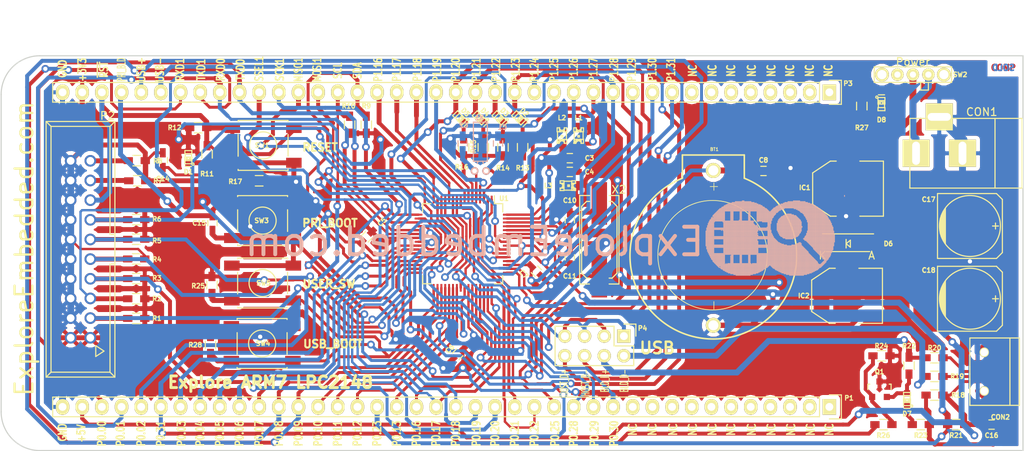
<source format=kicad_pcb>
(kicad_pcb (version 20171130) (host pcbnew "(5.1.12)-1")
  (layers (0 F.Cu signal) (31 B.Cu signal) (34 B.Paste user) (35 F.Paste user) (36 B.SilkS user) (37 F.SilkS user) (38 B.Mask user) (39 F.Mask user) (44 Edge.Cuts user))
  (net 0 "")
  (net 1 "Net-(BT1-Pad1)")
  (net 2 GND)
  (net 3 "Net-(C1-Pad1)")
  (net 4 "Net-(C2-Pad1)")
  (net 5 "Net-(C3-Pad1)")
  (net 6 /VDDA)
  (net 7 +3.3VP)
  (net 8 "Net-(C10-Pad1)")
  (net 9 "Net-(C11-Pad2)")
  (net 10 /~RST)
  (net 11 PRI_BLD)
  (net 12 +5V)
  (net 13 "Net-(C17-Pad1)")
  (net 14 "Net-(CON1-Pad1)")
  (net 15 "Net-(CON2-Pad2)")
  (net 16 "Net-(CON2-Pad3)")
  (net 17 "Net-(D1-Pad2)")
  (net 18 "Net-(D2-Pad2)")
  (net 19 /u_led_1)
  (net 20 "Net-(D3-Pad2)")
  (net 21 /u_led_2)
  (net 22 "Net-(D4-Pad2)")
  (net 23 /u_led_3)
  (net 24 "Net-(D5-Pad2)")
  (net 25 /u_led_4)
  (net 26 "Net-(D7-Pad2)")
  (net 27 "Net-(D7-Pad1)")
  (net 28 "Net-(D8-Pad2)")
  (net 29 "Net-(L3-Pad2)")
  (net 30 "Net-(P1-Pad1)")
  (net 31 "Net-(P1-Pad2)")
  (net 32 "Net-(P1-Pad3)")
  (net 33 "Net-(P1-Pad4)")
  (net 34 "Net-(P1-Pad5)")
  (net 35 "Net-(P1-Pad6)")
  (net 36 "Net-(P1-Pad7)")
  (net 37 "Net-(P1-Pad8)")
  (net 38 "Net-(P1-Pad9)")
  (net 39 "Net-(P1-Pad10)")
  (net 40 "Net-(P1-Pad11)")
  (net 41 "Net-(P1-Pad12)")
  (net 42 "Net-(P1-Pad13)")
  (net 43 "Net-(P1-Pad14)")
  (net 44 "Net-(P1-Pad15)")
  (net 45 "Net-(P1-Pad16)")
  (net 46 /SSEL1)
  (net 47 /MOSI1)
  (net 48 /MISO1)
  (net 49 /SCK1)
  (net 50 "Net-(P1-Pad22)")
  (net 51 "Net-(P1-Pad23)")
  (net 52 /VBUS)
  (net 53 "Net-(P1-Pad25)")
  (net 54 "Net-(P1-Pad26)")
  (net 55 "Net-(P1-Pad27)")
  (net 56 /RXD1)
  (net 57 /TXD1)
  (net 58 /u_sw_1)
  (net 59 "Net-(P1-Pad31)")
  (net 60 "Net-(P1-Pad32)")
  (net 61 "Net-(P1-Pad33)")
  (net 62 /SDA0)
  (net 63 /CONNECT)
  (net 64 /SCL0)
  (net 65 /RXD0)
  (net 66 /TXD0)
  (net 67 /~TRST)
  (net 68 /TDI)
  (net 69 /TMS)
  (net 70 /TCK)
  (net 71 /RTCK)
  (net 72 /TD0)
  (net 73 "Net-(P2-Pad17)")
  (net 74 "Net-(P2-Pad19)")
  (net 75 "Net-(P3-Pad1)")
  (net 76 "Net-(P3-Pad2)")
  (net 77 "Net-(P3-Pad3)")
  (net 78 "Net-(P3-Pad4)")
  (net 79 "Net-(P3-Pad5)")
  (net 80 "Net-(P3-Pad6)")
  (net 81 "Net-(P3-Pad7)")
  (net 82 "Net-(P3-Pad8)")
  (net 83 "Net-(P3-Pad15)")
  (net 84 "Net-(P3-Pad16)")
  (net 85 "Net-(P3-Pad21)")
  (net 86 "Net-(P3-Pad22)")
  (net 87 "Net-(P3-Pad23)")
  (net 88 "Net-(P3-Pad24)")
  (net 89 HOST_USB_D-)
  (net 90 HOST_USB_D+)
  (net 91 USB_D-)
  (net 92 "Net-(P4-Pad2)")
  (net 93 USB_D+)
  (net 94 "Net-(P4-Pad4)")
  (net 95 "Net-(Q1-Pad1)")
  (net 96 USB_BLD)
  (net 97 "Net-(P1-Pad17)")
  (module EE:Crystal_Round_Horizontal_2mm_NEW (layer B.Cu) (at 120.904 55.88 180)
    (fp_text reference X1 (at 0.154 6.88 180) (layer B.SilkS) (effects (font (size 0.6 0.6)) (justify mirror)))
    (fp_text value 3.768KHz hide)
    (pad 1 thru_hole circle (at -0.7493 0 180) (size 1.00076 1.00076) (drill 0.59944) (layers *.Cu *.Mask B.SilkS) (net 3 "Net-(C1-Pad1)"))
    (pad 2 thru_hole circle (at 0.7493 0 180) (size 1.00076 1.00076) (drill 0.59944) (layers *.Cu *.Mask B.SilkS) (net 4 "Net-(C2-Pad1)"))
    (pad 3 smd rect (at 0 3.25 180) (size 1.6 2) (layers B.Cu B.Paste B.Mask) (net 2 GND))
  )
  (module EE:BATT_rtc_XL (layer F.Cu) (at 151.003 75.819 90)
    (fp_text reference BT1 (at 22.733 0.127 180) (layer F.SilkS) (effects (font (size 0.4064 0.4064) (thickness 0.0889))))
    (fp_text value CR2032 hide)
    (fp_text user + (at 17.9197 -0.03302 90) (layer F.SilkS) (effects (font (size 1.27 1.27) (thickness 0.0889))))
    (fp_text user - (at 2.58318 -0.03302 90) (layer F.SilkS) (effects (font (size 1.27 1.27) (thickness 0.0889))))
    (pad 1 thru_hole circle (at 19.99996 0 90) (size 1.94818 1.94818) (drill 1.29794) (layers *.Cu *.Mask F.Paste F.SilkS) (net 1 "Net-(BT1-Pad1)"))
    (pad 2 thru_hole circle (at 0 0 90) (size 1.94818 1.94818) (drill 1.29794) (layers *.Cu *.Mask F.Paste F.SilkS) (net 2 GND))
  )
  (module Capacitors_SMD:C_0603_HandSoldering (layer B.Cu) (at 123.19 52.324 90)
    (fp_text reference C1 (at 2.074 0.56 180) (layer B.SilkS) (effects (font (size 0.6 0.6)) (justify mirror)))
    (fp_text value 22pf hide)
    (pad 1 smd rect (at -0.95 0 90) (size 1.2 0.75) (layers B.Cu B.Paste B.Mask) (net 3 "Net-(C1-Pad1)"))
    (pad 2 smd rect (at 0.95 0 90) (size 1.2 0.75) (layers B.Cu B.Paste B.Mask) (net 2 GND))
  )
  (module Capacitors_SMD:C_0603_HandSoldering (layer B.Cu) (at 118.618 52.324 90)
    (fp_text reference C2 (at 2.324 0.132 180) (layer B.SilkS) (effects (font (size 0.6 0.6)) (justify mirror)))
    (fp_text value 22pf hide)
    (pad 1 smd rect (at -0.95 0 90) (size 1.2 0.75) (layers B.Cu B.Paste B.Mask) (net 4 "Net-(C2-Pad1)"))
    (pad 2 smd rect (at 0.95 0 90) (size 1.2 0.75) (layers B.Cu B.Paste B.Mask) (net 2 GND))
  )
  (module Capacitors_SMD:C_0603_HandSoldering (layer F.Cu) (at 132.461 54.229)
    (fp_text reference C3 (at 2.54 0) (layer F.SilkS) (effects (font (size 0.6 0.6))))
    (fp_text value 4.7uF hide)
    (pad 1 smd rect (at -0.95 0) (size 1.2 0.75) (layers F.Cu F.Paste F.Mask) (net 5 "Net-(C3-Pad1)"))
    (pad 2 smd rect (at 0.95 0) (size 1.2 0.75) (layers F.Cu F.Paste F.Mask) (net 6 /VDDA))
  )
  (module Capacitors_SMD:C_0603_HandSoldering (layer F.Cu) (at 132.461 56.007)
    (fp_text reference C4 (at 2.54 0) (layer F.SilkS) (effects (font (size 0.6 0.6))))
    (fp_text value 100nf hide)
    (pad 1 smd rect (at -0.95 0) (size 1.2 0.75) (layers F.Cu F.Paste F.Mask) (net 5 "Net-(C3-Pad1)"))
    (pad 2 smd rect (at 0.95 0) (size 1.2 0.75) (layers F.Cu F.Paste F.Mask) (net 6 /VDDA))
  )
  (module Capacitors_SMD:C_0603_HandSoldering (layer F.Cu) (at 106.2355 64.389 45)
    (fp_text reference C5 (at 2.738978 0.044901 45) (layer F.SilkS) (effects (font (size 0.6 0.6))))
    (fp_text value 100nf hide)
    (pad 1 smd rect (at -0.95 0 45) (size 1.2 0.75) (layers F.Cu F.Paste F.Mask) (net 2 GND))
    (pad 2 smd rect (at 0.95 0 45) (size 1.2 0.75) (layers F.Cu F.Paste F.Mask) (net 7 +3.3VP))
  )
  (module Capacitors_SMD:C_0603_HandSoldering (layer F.Cu) (at 117.983 79.5655 45)
    (fp_text reference C6 (at -0.224506 -1.212335 45) (layer F.SilkS) (effects (font (size 0.6 0.6))))
    (fp_text value 100nf hide)
    (pad 1 smd rect (at -0.95 0 45) (size 1.2 0.75) (layers F.Cu F.Paste F.Mask) (net 2 GND))
    (pad 2 smd rect (at 0.95 0 45) (size 1.2 0.75) (layers F.Cu F.Paste F.Mask) (net 7 +3.3VP))
  )
  (module Capacitors_SMD:C_0603_HandSoldering (layer F.Cu) (at 128.143 68.834 135)
    (fp_text reference C7 (at 0.898026 -1.436841 135) (layer F.SilkS) (effects (font (size 0.6 0.6))))
    (fp_text value 100nf hide)
    (pad 1 smd rect (at -0.95 0 135) (size 1.2 0.75) (layers F.Cu F.Paste F.Mask) (net 2 GND))
    (pad 2 smd rect (at 0.95 0 135) (size 1.2 0.75) (layers F.Cu F.Paste F.Mask) (net 7 +3.3VP))
  )
  (module Capacitors_SMD:C_0603_HandSoldering (layer F.Cu) (at 157.48 55.88)
    (fp_text reference C8 (at 0 -1.397) (layer F.SilkS) (effects (font (size 0.6 0.6))))
    (fp_text value 100nf hide)
    (pad 1 smd rect (at -0.95 0) (size 1.2 0.75) (layers F.Cu F.Paste F.Mask) (net 1 "Net-(BT1-Pad1)"))
    (pad 2 smd rect (at 0.95 0) (size 1.2 0.75) (layers F.Cu F.Paste F.Mask) (net 2 GND))
  )
  (module Capacitors_SMD:C_0603_HandSoldering (layer F.Cu) (at 132.461 62.23 270)
    (fp_text reference C10 (at -2.54 0) (layer F.SilkS) (effects (font (size 0.6 0.6))))
    (fp_text value 22pf hide)
    (pad 1 smd rect (at -0.95 0 270) (size 1.2 0.75) (layers F.Cu F.Paste F.Mask) (net 8 "Net-(C10-Pad1)"))
    (pad 2 smd rect (at 0.95 0 270) (size 1.2 0.75) (layers F.Cu F.Paste F.Mask) (net 2 GND))
  )
  (module Capacitors_SMD:C_0603_HandSoldering (layer F.Cu) (at 132.461 67.056 270)
    (fp_text reference C11 (at 2.413 0) (layer F.SilkS) (effects (font (size 0.6 0.6))))
    (fp_text value 22pf hide)
    (pad 1 smd rect (at -0.95 0 270) (size 1.2 0.75) (layers F.Cu F.Paste F.Mask) (net 2 GND))
    (pad 2 smd rect (at 0.95 0 270) (size 1.2 0.75) (layers F.Cu F.Paste F.Mask) (net 9 "Net-(C11-Pad2)"))
  )
  (module Capacitors_SMD:C_0603_HandSoldering (layer F.Cu) (at 79.883 54.483 270)
    (fp_text reference C14 (at 2.413 0) (layer F.SilkS) (effects (font (size 0.6 0.6))))
    (fp_text value 100nf hide)
    (pad 1 smd rect (at -0.95 0 270) (size 1.2 0.75) (layers F.Cu F.Paste F.Mask) (net 2 GND))
    (pad 2 smd rect (at 0.95 0 270) (size 1.2 0.75) (layers F.Cu F.Paste F.Mask) (net 10 /~RST))
  )
  (module Capacitors_SMD:C_0603_HandSoldering (layer F.Cu) (at 86.2965 62.611 90)
    (fp_text reference C15 (at 0 -1.7145 180) (layer F.SilkS) (effects (font (size 0.6 0.6))))
    (fp_text value 100nf hide)
    (pad 1 smd rect (at -0.95 0 90) (size 1.2 0.75) (layers F.Cu F.Paste F.Mask) (net 2 GND))
    (pad 2 smd rect (at 0.95 0 90) (size 1.2 0.75) (layers F.Cu F.Paste F.Mask) (net 11 PRI_BLD))
  )
  (module Capacitors_SMD:C_0603_HandSoldering (layer F.Cu) (at 186.944 88.646)
    (fp_text reference C16 (at 0 1.397) (layer F.SilkS) (effects (font (size 0.6 0.6))))
    (fp_text value 100nf hide)
    (pad 1 smd rect (at -0.95 0) (size 1.2 0.75) (layers F.Cu F.Paste F.Mask) (net 12 +5V))
    (pad 2 smd rect (at 0.95 0) (size 1.2 0.75) (layers F.Cu F.Paste F.Mask) (net 2 GND))
  )
  (module Capacitors_SMD:c_elec_8x10.5 (layer F.Cu) (at 184.15 62.992)
    (fp_text reference C17 (at -5.334 -3.429) (layer F.SilkS) (effects (font (size 0.6 0.6))))
    (fp_text value 100uF/25V hide)
    (pad 1 smd rect (at 3.2512 0) (size 3.50012 2.4003) (layers F.Cu F.Paste F.Mask) (net 13 "Net-(C17-Pad1)"))
    (pad 2 smd rect (at -3.2512 0) (size 3.50012 2.4003) (layers F.Cu F.Paste F.Mask) (net 2 GND))
  )
  (module Capacitors_SMD:c_elec_8x10.5 (layer F.Cu) (at 184.15 72.39)
    (fp_text reference C18 (at -5.334 -3.683) (layer F.SilkS) (effects (font (size 0.6 0.6))))
    (fp_text value 100uF/25V hide)
    (pad 1 smd rect (at 3.2512 0) (size 3.50012 2.4003) (layers F.Cu F.Paste F.Mask) (net 12 +5V))
    (pad 2 smd rect (at -3.2512 0) (size 3.50012 2.4003) (layers F.Cu F.Paste F.Mask) (net 2 GND))
  )
  (module Connect:BARREL_JACK (layer F.Cu) (at 183.388 53.594 180)
    (fp_text reference CON1 (at -2.286 5.334) (layer F.SilkS))
    (fp_text value BARREL_JACK hide)
    (pad 1 thru_hole rect (at 6.20014 0 180) (size 3.50012 3.50012) (drill oval 1.00076 2.99974) (layers *.Cu *.Mask F.SilkS) (net 14 "Net-(CON1-Pad1)"))
    (pad 2 thru_hole rect (at 0.20066 0 180) (size 3.50012 3.50012) (drill oval 1.00076 2.99974) (layers *.Cu *.Mask F.SilkS) (net 2 GND))
    (pad 3 thru_hole rect (at 3.2004 4.699 180) (size 3.50012 3.50012) (drill oval 2.99974 1.00076) (layers *.Cu *.Mask F.SilkS) (net 2 GND))
  )
  (module SMD_Packages:SOT-223 (layer F.Cu) (at 168.402 58.166 90)
    (fp_text reference IC1 (at 0.127 -5.588 180) (layer F.SilkS) (effects (font (size 0.6 0.6))))
    (fp_text value LM1117 hide)
    (pad 4 smd rect (at 0 -3.302 90) (size 3.6576 2.032) (layers F.Cu F.Paste F.Mask) (net 12 +5V))
    (pad 2 smd rect (at 0 3.302 90) (size 1.016 2.032) (layers F.Cu F.Paste F.Mask) (net 12 +5V))
    (pad 3 smd rect (at 2.286 3.302 90) (size 1.016 2.032) (layers F.Cu F.Paste F.Mask) (net 13 "Net-(C17-Pad1)"))
    (pad 1 smd rect (at -2.286 3.302 90) (size 1.016 2.032) (layers F.Cu F.Paste F.Mask) (net 2 GND))
  )
  (module SMD_Packages:SOT-223 (layer F.Cu) (at 168.275 72.009 90)
    (fp_text reference IC2 (at 0 -5.588 180) (layer F.SilkS) (effects (font (size 0.6 0.6))))
    (fp_text value LM1117 hide)
    (pad 4 smd rect (at 0 -3.302 90) (size 3.6576 2.032) (layers F.Cu F.Paste F.Mask) (net 7 +3.3VP))
    (pad 2 smd rect (at 0 3.302 90) (size 1.016 2.032) (layers F.Cu F.Paste F.Mask) (net 7 +3.3VP))
    (pad 3 smd rect (at 2.286 3.302 90) (size 1.016 2.032) (layers F.Cu F.Paste F.Mask) (net 12 +5V))
    (pad 1 smd rect (at -2.286 3.302 90) (size 1.016 2.032) (layers F.Cu F.Paste F.Mask) (net 2 GND))
  )
  (module LEDs:LED-0805 (layer F.Cu) (at 133.604 51.308 90)
    (fp_text reference L1 (at 2.286 0 180) (layer F.SilkS) (effects (font (size 0.6 0.6))))
    (fp_text value FER hide)
    (pad 2 smd rect (at 1.04902 0 270) (size 1.19888 1.19888) (layers F.Cu F.Paste F.Mask) (net 7 +3.3VP))
    (pad 1 smd rect (at -1.04902 0 270) (size 1.19888 1.19888) (layers F.Cu F.Paste F.Mask) (net 6 /VDDA))
  )
  (module LEDs:LED-0805 (layer F.Cu) (at 131.445 51.308 90)
    (fp_text reference L2 (at 2.286 0 180) (layer F.SilkS) (effects (font (size 0.6 0.6))))
    (fp_text value FER hide)
    (pad 2 smd rect (at 1.04902 0 270) (size 1.19888 1.19888) (layers F.Cu F.Paste F.Mask) (net 2 GND))
    (pad 1 smd rect (at -1.04902 0 270) (size 1.19888 1.19888) (layers F.Cu F.Paste F.Mask) (net 5 "Net-(C3-Pad1)"))
  )
  (module LEDs:LED-0805 (layer F.Cu) (at 132.207 57.785 180)
    (fp_text reference L3 (at 2.54 0 180) (layer F.SilkS) (effects (font (size 0.6 0.6))))
    (fp_text value FER hide)
    (pad 2 smd rect (at 1.04902 0) (size 1.19888 1.19888) (layers F.Cu F.Paste F.Mask) (net 29 "Net-(L3-Pad2)"))
    (pad 1 smd rect (at -1.04902 0) (size 1.19888 1.19888) (layers F.Cu F.Paste F.Mask) (net 7 +3.3VP))
  )
  (module Pin_Headers:Pin_Header_Straight_1x40 (layer F.Cu) (at 165.989 86.36 270)
    (fp_text reference P1 (at -1.143 -2.54) (layer F.SilkS) (effects (font (size 0.6 0.6))))
    (fp_text value CONN_01X40 hide)
    (pad 1 thru_hole rect (at 0 0 270) (size 2.032 1.7272) (drill 1.016) (layers *.Cu *.Mask F.SilkS) (net 30 "Net-(P1-Pad1)"))
    (pad 2 thru_hole oval (at 0 2.54 270) (size 2.032 1.7272) (drill 1.016) (layers *.Cu *.Mask F.SilkS) (net 31 "Net-(P1-Pad2)"))
    (pad 3 thru_hole oval (at 0 5.08 270) (size 2.032 1.7272) (drill 1.016) (layers *.Cu *.Mask F.SilkS) (net 32 "Net-(P1-Pad3)"))
    (pad 4 thru_hole oval (at 0 7.62 270) (size 2.032 1.7272) (drill 1.016) (layers *.Cu *.Mask F.SilkS) (net 33 "Net-(P1-Pad4)"))
    (pad 5 thru_hole oval (at 0 10.16 270) (size 2.032 1.7272) (drill 1.016) (layers *.Cu *.Mask F.SilkS) (net 34 "Net-(P1-Pad5)"))
    (pad 6 thru_hole oval (at 0 12.7 270) (size 2.032 1.7272) (drill 1.016) (layers *.Cu *.Mask F.SilkS) (net 35 "Net-(P1-Pad6)"))
    (pad 7 thru_hole oval (at 0 15.24 270) (size 2.032 1.7272) (drill 1.016) (layers *.Cu *.Mask F.SilkS) (net 36 "Net-(P1-Pad7)"))
    (pad 8 thru_hole oval (at 0 17.78 270) (size 2.032 1.7272) (drill 1.016) (layers *.Cu *.Mask F.SilkS) (net 37 "Net-(P1-Pad8)"))
    (pad 9 thru_hole oval (at 0 20.32 270) (size 2.032 1.7272) (drill 1.016) (layers *.Cu *.Mask F.SilkS) (net 38 "Net-(P1-Pad9)"))
    (pad 10 thru_hole oval (at 0 22.86 270) (size 2.032 1.7272) (drill 1.016) (layers *.Cu *.Mask F.SilkS) (net 39 "Net-(P1-Pad10)"))
    (pad 11 thru_hole oval (at 0 25.4 270) (size 2.032 1.7272) (drill 1.016) (layers *.Cu *.Mask F.SilkS) (net 40 "Net-(P1-Pad11)"))
    (pad 12 thru_hole oval (at 0 27.94 270) (size 2.032 1.7272) (drill 1.016) (layers *.Cu *.Mask F.SilkS) (net 41 "Net-(P1-Pad12)"))
    (pad 13 thru_hole oval (at 0 30.48 270) (size 2.032 1.7272) (drill 1.016) (layers *.Cu *.Mask F.SilkS) (net 42 "Net-(P1-Pad13)"))
    (pad 14 thru_hole oval (at 0 33.02 270) (size 2.032 1.7272) (drill 1.016) (layers *.Cu *.Mask F.SilkS) (net 43 "Net-(P1-Pad14)"))
    (pad 15 thru_hole oval (at 0 35.56 270) (size 2.032 1.7272) (drill 1.016) (layers *.Cu *.Mask F.SilkS) (net 44 "Net-(P1-Pad15)"))
    (pad 16 thru_hole oval (at 0 38.1 270) (size 2.032 1.7272) (drill 1.016) (layers *.Cu *.Mask F.SilkS) (net 45 "Net-(P1-Pad16)"))
    (pad 17 thru_hole oval (at 0 40.64 270) (size 2.032 1.7272) (drill 1.016) (layers *.Cu *.Mask F.SilkS) (net 97 "Net-(P1-Pad17)"))
    (pad 18 thru_hole oval (at 0 43.18 270) (size 2.032 1.7272) (drill 1.016) (layers *.Cu *.Mask F.SilkS) (net 46 /SSEL1))
    (pad 19 thru_hole oval (at 0 45.72 270) (size 2.032 1.7272) (drill 1.016) (layers *.Cu *.Mask F.SilkS) (net 47 /MOSI1))
    (pad 20 thru_hole oval (at 0 48.26 270) (size 2.032 1.7272) (drill 1.016) (layers *.Cu *.Mask F.SilkS) (net 48 /MISO1))
    (pad 21 thru_hole oval (at 0 50.8 270) (size 2.032 1.7272) (drill 1.016) (layers *.Cu *.Mask F.SilkS) (net 49 /SCK1))
    (pad 22 thru_hole oval (at 0 53.34 270) (size 2.032 1.7272) (drill 1.016) (layers *.Cu *.Mask F.SilkS) (net 50 "Net-(P1-Pad22)"))
    (pad 23 thru_hole oval (at 0 55.88 270) (size 2.032 1.7272) (drill 1.016) (layers *.Cu *.Mask F.SilkS) (net 51 "Net-(P1-Pad23)"))
    (pad 24 thru_hole oval (at 0 58.42 270) (size 2.032 1.7272) (drill 1.016) (layers *.Cu *.Mask F.SilkS) (net 52 /VBUS))
    (pad 25 thru_hole oval (at 0 60.96 270) (size 2.032 1.7272) (drill 1.016) (layers *.Cu *.Mask F.SilkS) (net 53 "Net-(P1-Pad25)"))
    (pad 26 thru_hole oval (at 0 63.5 270) (size 2.032 1.7272) (drill 1.016) (layers *.Cu *.Mask F.SilkS) (net 54 "Net-(P1-Pad26)"))
    (pad 27 thru_hole oval (at 0 66.04 270) (size 2.032 1.7272) (drill 1.016) (layers *.Cu *.Mask F.SilkS) (net 55 "Net-(P1-Pad27)"))
    (pad 28 thru_hole oval (at 0 68.58 270) (size 2.032 1.7272) (drill 1.016) (layers *.Cu *.Mask F.SilkS) (net 56 /RXD1))
    (pad 29 thru_hole oval (at 0 71.12 270) (size 2.032 1.7272) (drill 1.016) (layers *.Cu *.Mask F.SilkS) (net 57 /TXD1))
    (pad 30 thru_hole oval (at 0 73.66 270) (size 2.032 1.7272) (drill 1.016) (layers *.Cu *.Mask F.SilkS) (net 58 /u_sw_1))
    (pad 31 thru_hole oval (at 0 76.2 270) (size 2.032 1.7272) (drill 1.016) (layers *.Cu *.Mask F.SilkS) (net 59 "Net-(P1-Pad31)"))
    (pad 32 thru_hole oval (at 0 78.74 270) (size 2.032 1.7272) (drill 1.016) (layers *.Cu *.Mask F.SilkS) (net 60 "Net-(P1-Pad32)"))
    (pad 33 thru_hole oval (at 0 81.28 270) (size 2.032 1.7272) (drill 1.016) (layers *.Cu *.Mask F.SilkS) (net 61 "Net-(P1-Pad33)"))
    (pad 34 thru_hole oval (at 0 83.82 270) (size 2.032 1.7272) (drill 1.016) (layers *.Cu *.Mask F.SilkS) (net 62 /SDA0))
    (pad 35 thru_hole oval (at 0 86.36 270) (size 2.032 1.7272) (drill 1.016) (layers *.Cu *.Mask F.SilkS) (net 63 /CONNECT))
    (pad 36 thru_hole oval (at 0 88.9 270) (size 2.032 1.7272) (drill 1.016) (layers *.Cu *.Mask F.SilkS) (net 64 /SCL0))
    (pad 37 thru_hole oval (at 0 91.44 270) (size 2.032 1.7272) (drill 1.016) (layers *.Cu *.Mask F.SilkS) (net 65 /RXD0))
    (pad 38 thru_hole oval (at 0 93.98 270) (size 2.032 1.7272) (drill 1.016) (layers *.Cu *.Mask F.SilkS) (net 66 /TXD0))
    (pad 39 thru_hole oval (at 0 96.52 270) (size 2.032 1.7272) (drill 1.016) (layers *.Cu *.Mask F.SilkS) (net 12 +5V))
    (pad 40 thru_hole oval (at 0 99.06 270) (size 2.032 1.7272) (drill 1.016) (layers *.Cu *.Mask F.SilkS) (net 2 GND))
  )
  (module Connect:VASCH10x2 (layer F.Cu) (at 69.25 66 90)
    (fp_text reference P2 (at 17.25 3.5 180) (layer F.SilkS))
    (fp_text value JTAG hide)
    (pad 1 thru_hole circle (at -11.43 1.27 90) (size 1.50622 1.50622) (drill 0.99822) (layers *.Cu *.Mask) (net 7 +3.3VP))
    (pad 2 thru_hole circle (at -11.43 -1.27 90) (size 1.50622 1.50622) (drill 0.99822) (layers *.Cu *.Mask) (net 7 +3.3VP))
    (pad 3 thru_hole circle (at -8.89 1.27 90) (size 1.50622 1.50622) (drill 0.99822) (layers *.Cu *.Mask) (net 67 /~TRST))
    (pad 4 thru_hole circle (at -8.89 -1.27 90) (size 1.50622 1.50622) (drill 0.99822) (layers *.Cu *.Mask) (net 2 GND))
    (pad 5 thru_hole circle (at -6.35 1.27 90) (size 1.50622 1.50622) (drill 0.99822) (layers *.Cu *.Mask) (net 68 /TDI))
    (pad 6 thru_hole circle (at -6.35 -1.27 90) (size 1.50622 1.50622) (drill 0.99822) (layers *.Cu *.Mask) (net 2 GND))
    (pad 7 thru_hole circle (at -3.81 1.27 90) (size 1.50622 1.50622) (drill 0.99822) (layers *.Cu *.Mask) (net 69 /TMS))
    (pad 8 thru_hole circle (at -3.81 -1.27 90) (size 1.50622 1.50622) (drill 0.99822) (layers *.Cu *.Mask) (net 2 GND))
    (pad 9 thru_hole circle (at -1.27 1.27 90) (size 1.50622 1.50622) (drill 0.99822) (layers *.Cu *.Mask) (net 70 /TCK))
    (pad 10 thru_hole circle (at -1.27 -1.27 90) (size 1.50622 1.50622) (drill 0.99822) (layers *.Cu *.Mask) (net 2 GND))
    (pad 11 thru_hole circle (at 1.27 1.27 90) (size 1.50622 1.50622) (drill 0.99822) (layers *.Cu *.Mask) (net 71 /RTCK))
    (pad 12 thru_hole circle (at 1.27 -1.27 90) (size 1.50622 1.50622) (drill 0.99822) (layers *.Cu *.Mask) (net 2 GND))
    (pad 13 thru_hole circle (at 3.81 1.27 90) (size 1.50622 1.50622) (drill 0.99822) (layers *.Cu *.Mask) (net 72 /TD0))
    (pad 14 thru_hole circle (at 3.81 -1.27 90) (size 1.50622 1.50622) (drill 0.99822) (layers *.Cu *.Mask) (net 2 GND))
    (pad 15 thru_hole circle (at 6.35 1.27 90) (size 1.50622 1.50622) (drill 0.99822) (layers *.Cu *.Mask) (net 10 /~RST))
    (pad 16 thru_hole circle (at 6.35 -1.27 90) (size 1.50622 1.50622) (drill 0.99822) (layers *.Cu *.Mask) (net 2 GND))
    (pad 17 thru_hole circle (at 8.89 1.27 90) (size 1.50622 1.50622) (drill 0.99822) (layers *.Cu *.Mask) (net 73 "Net-(P2-Pad17)"))
    (pad 18 thru_hole circle (at 8.89 -1.27 90) (size 1.50622 1.50622) (drill 0.99822) (layers *.Cu *.Mask) (net 2 GND))
    (pad 19 thru_hole circle (at 11.43 1.27 90) (size 1.50622 1.50622) (drill 0.99822) (layers *.Cu *.Mask) (net 74 "Net-(P2-Pad19)"))
    (pad 20 thru_hole circle (at 11.43 -1.27 90) (size 1.50622 1.50622) (drill 0.99822) (layers *.Cu *.Mask) (net 2 GND))
  )
  (module Pin_Headers:Pin_Header_Straight_1x40 (layer F.Cu) (at 165.989 45.72 270)
    (fp_text reference P3 (at -1.143 -2.413) (layer F.SilkS) (effects (font (size 0.6 0.6))))
    (fp_text value CONN_01X40 hide)
    (pad 1 thru_hole rect (at 0 0 270) (size 2.032 1.7272) (drill 1.016) (layers *.Cu *.Mask F.SilkS) (net 75 "Net-(P3-Pad1)"))
    (pad 2 thru_hole oval (at 0 2.54 270) (size 2.032 1.7272) (drill 1.016) (layers *.Cu *.Mask F.SilkS) (net 76 "Net-(P3-Pad2)"))
    (pad 3 thru_hole oval (at 0 5.08 270) (size 2.032 1.7272) (drill 1.016) (layers *.Cu *.Mask F.SilkS) (net 77 "Net-(P3-Pad3)"))
    (pad 4 thru_hole oval (at 0 7.62 270) (size 2.032 1.7272) (drill 1.016) (layers *.Cu *.Mask F.SilkS) (net 78 "Net-(P3-Pad4)"))
    (pad 5 thru_hole oval (at 0 10.16 270) (size 2.032 1.7272) (drill 1.016) (layers *.Cu *.Mask F.SilkS) (net 79 "Net-(P3-Pad5)"))
    (pad 6 thru_hole oval (at 0 12.7 270) (size 2.032 1.7272) (drill 1.016) (layers *.Cu *.Mask F.SilkS) (net 80 "Net-(P3-Pad6)"))
    (pad 7 thru_hole oval (at 0 15.24 270) (size 2.032 1.7272) (drill 1.016) (layers *.Cu *.Mask F.SilkS) (net 81 "Net-(P3-Pad7)"))
    (pad 8 thru_hole oval (at 0 17.78 270) (size 2.032 1.7272) (drill 1.016) (layers *.Cu *.Mask F.SilkS) (net 82 "Net-(P3-Pad8)"))
    (pad 9 thru_hole oval (at 0 20.32 270) (size 2.032 1.7272) (drill 1.016) (layers *.Cu *.Mask F.SilkS) (net 67 /~TRST))
    (pad 10 thru_hole oval (at 0 22.86 270) (size 2.032 1.7272) (drill 1.016) (layers *.Cu *.Mask F.SilkS) (net 69 /TMS))
    (pad 11 thru_hole oval (at 0 25.4 270) (size 2.032 1.7272) (drill 1.016) (layers *.Cu *.Mask F.SilkS) (net 70 /TCK))
    (pad 12 thru_hole oval (at 0 27.94 270) (size 2.032 1.7272) (drill 1.016) (layers *.Cu *.Mask F.SilkS) (net 68 /TDI))
    (pad 13 thru_hole oval (at 0 30.48 270) (size 2.032 1.7272) (drill 1.016) (layers *.Cu *.Mask F.SilkS) (net 72 /TD0))
    (pad 14 thru_hole oval (at 0 33.02 270) (size 2.032 1.7272) (drill 1.016) (layers *.Cu *.Mask F.SilkS) (net 71 /RTCK))
    (pad 15 thru_hole oval (at 0 35.56 270) (size 2.032 1.7272) (drill 1.016) (layers *.Cu *.Mask F.SilkS) (net 83 "Net-(P3-Pad15)"))
    (pad 16 thru_hole oval (at 0 38.1 270) (size 2.032 1.7272) (drill 1.016) (layers *.Cu *.Mask F.SilkS) (net 84 "Net-(P3-Pad16)"))
    (pad 17 thru_hole oval (at 0 40.64 270) (size 2.032 1.7272) (drill 1.016) (layers *.Cu *.Mask F.SilkS) (net 19 /u_led_1))
    (pad 18 thru_hole oval (at 0 43.18 270) (size 2.032 1.7272) (drill 1.016) (layers *.Cu *.Mask F.SilkS) (net 21 /u_led_2))
    (pad 19 thru_hole oval (at 0 45.72 270) (size 2.032 1.7272) (drill 1.016) (layers *.Cu *.Mask F.SilkS) (net 23 /u_led_3))
    (pad 20 thru_hole oval (at 0 48.26 270) (size 2.032 1.7272) (drill 1.016) (layers *.Cu *.Mask F.SilkS) (net 25 /u_led_4))
    (pad 21 thru_hole oval (at 0 50.8 270) (size 2.032 1.7272) (drill 1.016) (layers *.Cu *.Mask F.SilkS) (net 85 "Net-(P3-Pad21)"))
    (pad 22 thru_hole oval (at 0 53.34 270) (size 2.032 1.7272) (drill 1.016) (layers *.Cu *.Mask F.SilkS) (net 86 "Net-(P3-Pad22)"))
    (pad 23 thru_hole oval (at 0 55.88 270) (size 2.032 1.7272) (drill 1.016) (layers *.Cu *.Mask F.SilkS) (net 87 "Net-(P3-Pad23)"))
    (pad 24 thru_hole oval (at 0 58.42 270) (size 2.032 1.7272) (drill 1.016) (layers *.Cu *.Mask F.SilkS) (net 88 "Net-(P3-Pad24)"))
    (pad 25 thru_hole oval (at 0 60.96 270) (size 2.032 1.7272) (drill 1.016) (layers *.Cu *.Mask F.SilkS) (net 62 /SDA0))
    (pad 26 thru_hole oval (at 0 63.5 270) (size 2.032 1.7272) (drill 1.016) (layers *.Cu *.Mask F.SilkS) (net 64 /SCL0))
    (pad 27 thru_hole oval (at 0 66.04 270) (size 2.032 1.7272) (drill 1.016) (layers *.Cu *.Mask F.SilkS) (net 47 /MOSI1))
    (pad 28 thru_hole oval (at 0 68.58 270) (size 2.032 1.7272) (drill 1.016) (layers *.Cu *.Mask F.SilkS) (net 48 /MISO1))
    (pad 29 thru_hole oval (at 0 71.12 270) (size 2.032 1.7272) (drill 1.016) (layers *.Cu *.Mask F.SilkS) (net 49 /SCK1))
    (pad 30 thru_hole oval (at 0 73.66 270) (size 2.032 1.7272) (drill 1.016) (layers *.Cu *.Mask F.SilkS) (net 46 /SSEL1))
    (pad 31 thru_hole oval (at 0 76.2 270) (size 2.032 1.7272) (drill 1.016) (layers *.Cu *.Mask F.SilkS) (net 66 /TXD0))
    (pad 32 thru_hole oval (at 0 78.74 270) (size 2.032 1.7272) (drill 1.016) (layers *.Cu *.Mask F.SilkS) (net 65 /RXD0))
    (pad 33 thru_hole oval (at 0 81.28 270) (size 2.032 1.7272) (drill 1.016) (layers *.Cu *.Mask F.SilkS) (net 57 /TXD1))
    (pad 34 thru_hole oval (at 0 83.82 270) (size 2.032 1.7272) (drill 1.016) (layers *.Cu *.Mask F.SilkS) (net 56 /RXD1))
    (pad 35 thru_hole oval (at 0 86.36 270) (size 2.032 1.7272) (drill 1.016) (layers *.Cu *.Mask F.SilkS) (net 89 HOST_USB_D-))
    (pad 36 thru_hole oval (at 0 88.9 270) (size 2.032 1.7272) (drill 1.016) (layers *.Cu *.Mask F.SilkS) (net 90 HOST_USB_D+))
    (pad 37 thru_hole oval (at 0 91.44 270) (size 2.032 1.7272) (drill 1.016) (layers *.Cu *.Mask F.SilkS) (net 11 PRI_BLD))
    (pad 38 thru_hole oval (at 0 93.98 270) (size 2.032 1.7272) (drill 1.016) (layers *.Cu *.Mask F.SilkS) (net 10 /~RST))
    (pad 39 thru_hole oval (at 0 96.52 270) (size 2.032 1.7272) (drill 1.016) (layers *.Cu *.Mask F.SilkS) (net 7 +3.3VP))
    (pad 40 thru_hole oval (at 0 99.06 270) (size 2.032 1.7272) (drill 1.016) (layers *.Cu *.Mask F.SilkS) (net 2 GND))
  )
  (module Pin_Headers:Pin_Header_Straight_2x04 (layer F.Cu) (at 139.446 77.216 270)
    (fp_text reference P4 (at -1.016 -2.413) (layer F.SilkS) (effects (font (size 0.6 0.6))))
    (fp_text value "USB Operation Selection" hide)
    (pad 1 thru_hole rect (at 0 0 270) (size 1.7272 1.7272) (drill 1.016) (layers *.Cu *.Mask F.SilkS) (net 91 USB_D-))
    (pad 2 thru_hole oval (at 2.54 0 270) (size 1.7272 1.7272) (drill 1.016) (layers *.Cu *.Mask F.SilkS) (net 92 "Net-(P4-Pad2)"))
    (pad 3 thru_hole oval (at 0 2.54 270) (size 1.7272 1.7272) (drill 1.016) (layers *.Cu *.Mask F.SilkS) (net 93 USB_D+))
    (pad 4 thru_hole oval (at 2.54 2.54 270) (size 1.7272 1.7272) (drill 1.016) (layers *.Cu *.Mask F.SilkS) (net 94 "Net-(P4-Pad4)"))
    (pad 5 thru_hole oval (at 0 5.08 270) (size 1.7272 1.7272) (drill 1.016) (layers *.Cu *.Mask F.SilkS) (net 91 USB_D-))
    (pad 6 thru_hole oval (at 2.54 5.08 270) (size 1.7272 1.7272) (drill 1.016) (layers *.Cu *.Mask F.SilkS) (net 89 HOST_USB_D-))
    (pad 7 thru_hole oval (at 0 7.62 270) (size 1.7272 1.7272) (drill 1.016) (layers *.Cu *.Mask F.SilkS) (net 93 USB_D+))
    (pad 8 thru_hole oval (at 2.54 7.62 270) (size 1.7272 1.7272) (drill 1.016) (layers *.Cu *.Mask F.SilkS) (net 90 HOST_USB_D+))
  )
  (module Housings_SOT-23_SOT-143_TSOT-6:SOT-23 (layer F.Cu) (at 172.466 84.074)
    (fp_text reference Q1 (at 0 -2.25) (layer F.SilkS) (effects (font (size 0.6 0.6))))
    (fp_text value BC856 hide)
    (pad 1 smd rect (at -0.95 1.00076) (size 0.8001 0.8001) (layers F.Cu F.Paste F.Mask) (net 95 "Net-(Q1-Pad1)"))
    (pad 2 smd rect (at 0.95 1.00076) (size 0.8001 0.8001) (layers F.Cu F.Paste F.Mask) (net 27 "Net-(D7-Pad1)"))
    (pad 3 smd rect (at 0 -0.99822) (size 0.8001 0.8001) (layers F.Cu F.Paste F.Mask) (net 7 +3.3VP))
  )
  (module Resistors_SMD:R_0603_HandSoldering (layer F.Cu) (at 76.454 74.93)
    (fp_text reference R1 (at 2.667 0) (layer F.SilkS) (effects (font (size 0.6 0.6))))
    (fp_text value 10K hide)
    (pad 1 smd rect (at -1.1 0) (size 1.2 0.9) (layers F.Cu F.Paste F.Mask) (net 67 /~TRST))
    (pad 2 smd rect (at 1.1 0) (size 1.2 0.9) (layers F.Cu F.Paste F.Mask) (net 7 +3.3VP))
  )
  (module Resistors_SMD:R_0603_HandSoldering (layer F.Cu) (at 76.454 72.39)
    (fp_text reference R2 (at 2.667 0) (layer F.SilkS) (effects (font (size 0.6 0.6))))
    (fp_text value 10K hide)
    (pad 1 smd rect (at -1.1 0) (size 1.2 0.9) (layers F.Cu F.Paste F.Mask) (net 68 /TDI))
    (pad 2 smd rect (at 1.1 0) (size 1.2 0.9) (layers F.Cu F.Paste F.Mask) (net 7 +3.3VP))
  )
  (module Resistors_SMD:R_0603_HandSoldering (layer F.Cu) (at 76.454 69.7865)
    (fp_text reference R3 (at 2.667 -0.0635) (layer F.SilkS) (effects (font (size 0.6 0.6))))
    (fp_text value 10K hide)
    (pad 1 smd rect (at -1.1 0) (size 1.2 0.9) (layers F.Cu F.Paste F.Mask) (net 69 /TMS))
    (pad 2 smd rect (at 1.1 0) (size 1.2 0.9) (layers F.Cu F.Paste F.Mask) (net 7 +3.3VP))
  )
  (module Resistors_SMD:R_0603_HandSoldering (layer F.Cu) (at 76.454 67.2465)
    (fp_text reference R4 (at 2.667 0.0635) (layer F.SilkS) (effects (font (size 0.6 0.6))))
    (fp_text value 10K hide)
    (pad 1 smd rect (at -1.1 0) (size 1.2 0.9) (layers F.Cu F.Paste F.Mask) (net 70 /TCK))
    (pad 2 smd rect (at 1.1 0) (size 1.2 0.9) (layers F.Cu F.Paste F.Mask) (net 2 GND))
  )
  (module Resistors_SMD:R_0603_HandSoldering (layer F.Cu) (at 76.454 64.7065)
    (fp_text reference R5 (at 2.667 0.1905) (layer F.SilkS) (effects (font (size 0.6 0.6))))
    (fp_text value 10K hide)
    (pad 1 smd rect (at -1.1 0) (size 1.2 0.9) (layers F.Cu F.Paste F.Mask) (net 71 /RTCK))
    (pad 2 smd rect (at 1.1 0) (size 1.2 0.9) (layers F.Cu F.Paste F.Mask) (net 7 +3.3VP))
  )
  (module Resistors_SMD:R_0603_HandSoldering (layer F.Cu) (at 76.454 62.1665)
    (fp_text reference R6 (at 2.667 -0.0635) (layer F.SilkS) (effects (font (size 0.6 0.6))))
    (fp_text value 10K hide)
    (pad 1 smd rect (at -1.1 0) (size 1.2 0.9) (layers F.Cu F.Paste F.Mask) (net 72 /TD0))
    (pad 2 smd rect (at 1.1 0) (size 1.2 0.9) (layers F.Cu F.Paste F.Mask) (net 7 +3.3VP))
  )
  (module Resistors_SMD:R_0603_HandSoldering (layer F.Cu) (at 76.581 57.15)
    (fp_text reference R7 (at 2.667 0) (layer F.SilkS) (effects (font (size 0.6 0.6))))
    (fp_text value 10K hide)
    (pad 1 smd rect (at -1.1 0) (size 1.2 0.9) (layers F.Cu F.Paste F.Mask) (net 73 "Net-(P2-Pad17)"))
    (pad 2 smd rect (at 1.1 0) (size 1.2 0.9) (layers F.Cu F.Paste F.Mask) (net 2 GND))
  )
  (module Resistors_SMD:R_0603_HandSoldering (layer F.Cu) (at 76.5175 54.5465)
    (fp_text reference R8 (at 2.7305 0.0635) (layer F.SilkS) (effects (font (size 0.6 0.6))))
    (fp_text value 10K hide)
    (pad 1 smd rect (at -1.1 0) (size 1.2 0.9) (layers F.Cu F.Paste F.Mask) (net 74 "Net-(P2-Pad19)"))
    (pad 2 smd rect (at 1.1 0) (size 1.2 0.9) (layers F.Cu F.Paste F.Mask) (net 2 GND))
  )
  (module Resistors_SMD:R_0603_HandSoldering (layer F.Cu) (at 106.172 49.911 270)
    (fp_text reference R9 (at -2.413 0) (layer F.SilkS) (effects (font (size 0.6 0.6))))
    (fp_text value 2K hide)
    (pad 1 smd rect (at -1.1 0 270) (size 1.2 0.9) (layers F.Cu F.Paste F.Mask) (net 62 /SDA0))
    (pad 2 smd rect (at 1.1 0 270) (size 1.2 0.9) (layers F.Cu F.Paste F.Mask) (net 7 +3.3VP))
  )
  (module Resistors_SMD:R_0603_HandSoldering (layer F.Cu) (at 104.013 49.911 270)
    (fp_text reference R10 (at -2.413 0.127) (layer F.SilkS) (effects (font (size 0.6 0.6))))
    (fp_text value 2K hide)
    (pad 1 smd rect (at -1.1 0 270) (size 1.2 0.9) (layers F.Cu F.Paste F.Mask) (net 64 /SCL0))
    (pad 2 smd rect (at 1.1 0 270) (size 1.2 0.9) (layers F.Cu F.Paste F.Mask) (net 7 +3.3VP))
  )
  (module Resistors_SMD:R_0603_HandSoldering (layer F.Cu) (at 85.598 53.721 90)
    (fp_text reference R11 (at -2.54 0 180) (layer F.SilkS) (effects (font (size 0.6 0.6))))
    (fp_text value 1K hide)
    (pad 1 smd rect (at -1.1 0 90) (size 1.2 0.9) (layers F.Cu F.Paste F.Mask) (net 17 "Net-(D1-Pad2)"))
    (pad 2 smd rect (at 1.1 0 90) (size 1.2 0.9) (layers F.Cu F.Paste F.Mask) (net 10 /~RST))
  )
  (module Resistors_SMD:R_0603_HandSoldering (layer F.Cu) (at 84.455 50.292 180)
    (fp_text reference R12 (at 3.048 0 180) (layer F.SilkS) (effects (font (size 0.6 0.6))))
    (fp_text value 10K hide)
    (pad 1 smd rect (at -1.1 0 180) (size 1.2 0.9) (layers F.Cu F.Paste F.Mask) (net 10 /~RST))
    (pad 2 smd rect (at 1.1 0 180) (size 1.2 0.9) (layers F.Cu F.Paste F.Mask) (net 7 +3.3VP))
  )
  (module Resistors_SMD:R_0603_HandSoldering (layer F.Cu) (at 126.365 52.832 270)
    (fp_text reference R13 (at 2.667 0) (layer F.SilkS) (effects (font (size 0.6 0.6))))
    (fp_text value 470E hide)
    (pad 1 smd rect (at -1.1 0 270) (size 1.2 0.9) (layers F.Cu F.Paste F.Mask) (net 18 "Net-(D2-Pad2)"))
    (pad 2 smd rect (at 1.1 0 270) (size 1.2 0.9) (layers F.Cu F.Paste F.Mask) (net 2 GND))
  )
  (module Resistors_SMD:R_0603_HandSoldering (layer F.Cu) (at 123.825 52.832 270)
    (fp_text reference R14 (at 2.667 0) (layer F.SilkS) (effects (font (size 0.6 0.6))))
    (fp_text value 470E hide)
    (pad 1 smd rect (at -1.1 0 270) (size 1.2 0.9) (layers F.Cu F.Paste F.Mask) (net 20 "Net-(D3-Pad2)"))
    (pad 2 smd rect (at 1.1 0 270) (size 1.2 0.9) (layers F.Cu F.Paste F.Mask) (net 2 GND))
  )
  (module Resistors_SMD:R_0603_HandSoldering (layer F.Cu) (at 121.285 52.832 270)
    (fp_text reference R15 (at -0.127 1.27 270) (layer F.SilkS) (effects (font (size 0.6 0.6))))
    (fp_text value 470E hide)
    (pad 1 smd rect (at -1.1 0 270) (size 1.2 0.9) (layers F.Cu F.Paste F.Mask) (net 22 "Net-(D4-Pad2)"))
    (pad 2 smd rect (at 1.1 0 270) (size 1.2 0.9) (layers F.Cu F.Paste F.Mask) (net 2 GND))
  )
  (module Resistors_SMD:R_0603_HandSoldering (layer F.Cu) (at 118.745 52.832 270)
    (fp_text reference R16 (at 2.54 0.254) (layer F.SilkS) (effects (font (size 0.6 0.6))))
    (fp_text value 470E hide)
    (pad 1 smd rect (at -1.1 0 270) (size 1.2 0.9) (layers F.Cu F.Paste F.Mask) (net 24 "Net-(D5-Pad2)"))
    (pad 2 smd rect (at 1.1 0 270) (size 1.2 0.9) (layers F.Cu F.Paste F.Mask) (net 2 GND))
  )
  (module Resistors_SMD:R_0603_HandSoldering (layer F.Cu) (at 92.329 57.15 180)
    (fp_text reference R17 (at 3.079 -0.1 180) (layer F.SilkS) (effects (font (size 0.6 0.6))))
    (fp_text value 1K hide)
    (pad 1 smd rect (at -1.1 0 180) (size 1.2 0.9) (layers F.Cu F.Paste F.Mask) (net 11 PRI_BLD))
    (pad 2 smd rect (at 1.1 0 180) (size 1.2 0.9) (layers F.Cu F.Paste F.Mask) (net 7 +3.3VP))
  )
  (module Resistors_SMD:R_0603_HandSoldering (layer F.Cu) (at 179.578 84.836 180)
    (fp_text reference R18 (at -3.048 0 180) (layer F.SilkS) (effects (font (size 0.6 0.6))))
    (fp_text value 100K hide)
    (pad 1 smd rect (at -1.1 0 180) (size 1.2 0.9) (layers F.Cu F.Paste F.Mask) (net 12 +5V))
    (pad 2 smd rect (at 1.1 0 180) (size 1.2 0.9) (layers F.Cu F.Paste F.Mask) (net 2 GND))
  )
  (module Resistors_SMD:R_0603_HandSoldering (layer F.Cu) (at 179.578 82.423)
    (fp_text reference R19 (at 2.921 0) (layer F.SilkS) (effects (font (size 0.6 0.6))))
    (fp_text value 33E hide)
    (pad 1 smd rect (at -1.1 0) (size 1.2 0.9) (layers F.Cu F.Paste F.Mask) (net 92 "Net-(P4-Pad2)"))
    (pad 2 smd rect (at 1.1 0) (size 1.2 0.9) (layers F.Cu F.Paste F.Mask) (net 15 "Net-(CON2-Pad2)"))
  )
  (module Resistors_SMD:R_0603_HandSoldering (layer F.Cu) (at 179.578 80.01)
    (fp_text reference R20 (at 0 -1.27) (layer F.SilkS) (effects (font (size 0.6 0.6))))
    (fp_text value 33E hide)
    (pad 1 smd rect (at -1.1 0) (size 1.2 0.9) (layers F.Cu F.Paste F.Mask) (net 94 "Net-(P4-Pad4)"))
    (pad 2 smd rect (at 1.1 0) (size 1.2 0.9) (layers F.Cu F.Paste F.Mask) (net 16 "Net-(CON2-Pad3)"))
  )
  (module Resistors_SMD:R_0603_HandSoldering (layer F.Cu) (at 182.372 88.646)
    (fp_text reference R21 (at 0 1.397) (layer F.SilkS) (effects (font (size 0.6 0.6))))
    (fp_text value 10K hide)
    (pad 1 smd rect (at -1.1 0) (size 1.2 0.9) (layers F.Cu F.Paste F.Mask) (net 52 /VBUS))
    (pad 2 smd rect (at 1.1 0) (size 1.2 0.9) (layers F.Cu F.Paste F.Mask) (net 12 +5V))
  )
  (module Resistors_SMD:R_0603_HandSoldering (layer F.Cu) (at 176.276 81.026 270)
    (fp_text reference R22 (at -2.54 0) (layer F.SilkS) (effects (font (size 0.6 0.6))))
    (fp_text value 1K5 hide)
    (pad 1 smd rect (at -1.1 0 270) (size 1.2 0.9) (layers F.Cu F.Paste F.Mask) (net 94 "Net-(P4-Pad4)"))
    (pad 2 smd rect (at 1.1 0 270) (size 1.2 0.9) (layers F.Cu F.Paste F.Mask) (net 27 "Net-(D7-Pad1)"))
  )
  (module Resistors_SMD:R_0603_HandSoldering (layer F.Cu) (at 177.8 88.646 180)
    (fp_text reference R23 (at 0 -1.397 180) (layer F.SilkS) (effects (font (size 0.6 0.6))))
    (fp_text value 470E hide)
    (pad 1 smd rect (at -1.1 0 180) (size 1.2 0.9) (layers F.Cu F.Paste F.Mask) (net 2 GND))
    (pad 2 smd rect (at 1.1 0 180) (size 1.2 0.9) (layers F.Cu F.Paste F.Mask) (net 26 "Net-(D7-Pad2)"))
  )
  (module Resistors_SMD:R_0603_HandSoldering (layer F.Cu) (at 172.72 79.756)
    (fp_text reference R24 (at 0 -1.27) (layer F.SilkS) (effects (font (size 0.6 0.6))))
    (fp_text value 10K hide)
    (pad 1 smd rect (at -1.1 0) (size 1.2 0.9) (layers F.Cu F.Paste F.Mask) (net 95 "Net-(Q1-Pad1)"))
    (pad 2 smd rect (at 1.1 0) (size 1.2 0.9) (layers F.Cu F.Paste F.Mask) (net 7 +3.3VP))
  )
  (module Resistors_SMD:R_0603_HandSoldering (layer F.Cu) (at 86.233 70.612 90)
    (fp_text reference R25 (at -0.127 -1.778 180) (layer F.SilkS) (effects (font (size 0.6 0.6))))
    (fp_text value 10K hide)
    (pad 1 smd rect (at -1.1 0 90) (size 1.2 0.9) (layers F.Cu F.Paste F.Mask) (net 58 /u_sw_1))
    (pad 2 smd rect (at 1.1 0 90) (size 1.2 0.9) (layers F.Cu F.Paste F.Mask) (net 7 +3.3VP))
  )
  (module Resistors_SMD:R_0603_HandSoldering (layer F.Cu) (at 172.974 88.646 180)
    (fp_text reference R26 (at 0 -1.397 180) (layer F.SilkS) (effects (font (size 0.6 0.6))))
    (fp_text value 2K hide)
    (pad 1 smd rect (at -1.1 0 180) (size 1.2 0.9) (layers F.Cu F.Paste F.Mask) (net 95 "Net-(Q1-Pad1)"))
    (pad 2 smd rect (at 1.1 0 180) (size 1.2 0.9) (layers F.Cu F.Paste F.Mask) (net 63 /CONNECT))
  )
  (module Resistors_SMD:R_0603_HandSoldering (layer F.Cu) (at 170.18 47.498 90)
    (fp_text reference R27 (at -2.794 0 180) (layer F.SilkS) (effects (font (size 0.6 0.6))))
    (fp_text value 470E hide)
    (pad 1 smd rect (at -1.1 0 90) (size 1.2 0.9) (layers F.Cu F.Paste F.Mask) (net 2 GND))
    (pad 2 smd rect (at 1.1 0 90) (size 1.2 0.9) (layers F.Cu F.Paste F.Mask) (net 28 "Net-(D8-Pad2)"))
  )
  (module Resistors_SMD:R_0603_HandSoldering (layer F.Cu) (at 86.0425 78.359 90)
    (fp_text reference R28 (at 0 -1.9685 180) (layer F.SilkS) (effects (font (size 0.6 0.6))))
    (fp_text value 10K hide)
    (pad 1 smd rect (at -1.1 0 90) (size 1.2 0.9) (layers F.Cu F.Paste F.Mask) (net 96 USB_BLD))
    (pad 2 smd rect (at 1.1 0 90) (size 1.2 0.9) (layers F.Cu F.Paste F.Mask) (net 7 +3.3VP))
  )
  (module Housings_QFP:LQFP-64_10x10mm_Pitch0.5mm (layer F.Cu) (at 118.618 65.278 270)
    (fp_text reference U1 (at -5.842 -5.334) (layer F.SilkS) (effects (font (size 0.6 0.6))))
    (fp_text value LPC2148 hide)
    (pad 1 smd rect (at -5.7 -3.75 270) (size 1 0.25) (layers F.Cu F.Paste F.Mask) (net 97 "Net-(P1-Pad17)"))
    (pad 2 smd rect (at -5.7 -3.25 270) (size 1 0.25) (layers F.Cu F.Paste F.Mask) (net 45 "Net-(P1-Pad16)"))
    (pad 3 smd rect (at -5.7 -2.75 270) (size 1 0.25) (layers F.Cu F.Paste F.Mask) (net 3 "Net-(C1-Pad1)"))
    (pad 4 smd rect (at -5.7 -2.25 270) (size 1 0.25) (layers F.Cu F.Paste F.Mask) (net 85 "Net-(P3-Pad21)"))
    (pad 5 smd rect (at -5.7 -1.75 270) (size 1 0.25) (layers F.Cu F.Paste F.Mask) (net 4 "Net-(C2-Pad1)"))
    (pad 6 smd rect (at -5.7 -1.25 270) (size 1 0.25) (layers F.Cu F.Paste F.Mask) (net 2 GND))
    (pad 7 smd rect (at -5.7 -0.75 270) (size 1 0.25) (layers F.Cu F.Paste F.Mask) (net 6 /VDDA))
    (pad 8 smd rect (at -5.7 -0.25 270) (size 1 0.25) (layers F.Cu F.Paste F.Mask) (net 86 "Net-(P3-Pad22)"))
    (pad 9 smd rect (at -5.7 0.25 270) (size 1 0.25) (layers F.Cu F.Paste F.Mask) (net 44 "Net-(P1-Pad15)"))
    (pad 10 smd rect (at -5.7 0.75 270) (size 1 0.25) (layers F.Cu F.Paste F.Mask) (net 93 USB_D+))
    (pad 11 smd rect (at -5.7 1.25 270) (size 1 0.25) (layers F.Cu F.Paste F.Mask) (net 91 USB_D-))
    (pad 12 smd rect (at -5.7 1.75 270) (size 1 0.25) (layers F.Cu F.Paste F.Mask) (net 87 "Net-(P3-Pad23)"))
    (pad 13 smd rect (at -5.7 2.25 270) (size 1 0.25) (layers F.Cu F.Paste F.Mask) (net 43 "Net-(P1-Pad14)"))
    (pad 14 smd rect (at -5.7 2.75 270) (size 1 0.25) (layers F.Cu F.Paste F.Mask) (net 42 "Net-(P1-Pad13)"))
    (pad 15 smd rect (at -5.7 3.25 270) (size 1 0.25) (layers F.Cu F.Paste F.Mask) (net 41 "Net-(P1-Pad12)"))
    (pad 16 smd rect (at -5.7 3.75 270) (size 1 0.25) (layers F.Cu F.Paste F.Mask) (net 88 "Net-(P3-Pad24)"))
    (pad 17 smd rect (at -3.75 5.7) (size 1 0.25) (layers F.Cu F.Paste F.Mask) (net 63 /CONNECT))
    (pad 18 smd rect (at -3.25 5.7) (size 1 0.25) (layers F.Cu F.Paste F.Mask) (net 2 GND))
    (pad 19 smd rect (at -2.75 5.7) (size 1 0.25) (layers F.Cu F.Paste F.Mask) (net 66 /TXD0))
    (pad 20 smd rect (at -2.25 5.7) (size 1 0.25) (layers F.Cu F.Paste F.Mask) (net 67 /~TRST))
    (pad 21 smd rect (at -1.75 5.7) (size 1 0.25) (layers F.Cu F.Paste F.Mask) (net 65 /RXD0))
    (pad 22 smd rect (at -1.25 5.7) (size 1 0.25) (layers F.Cu F.Paste F.Mask) (net 64 /SCL0))
    (pad 23 smd rect (at -0.75 5.7) (size 1 0.25) (layers F.Cu F.Paste F.Mask) (net 7 +3.3VP))
    (pad 24 smd rect (at -0.25 5.7) (size 1 0.25) (layers F.Cu F.Paste F.Mask) (net 71 /RTCK))
    (pad 25 smd rect (at 0.25 5.7) (size 1 0.25) (layers F.Cu F.Paste F.Mask) (net 2 GND))
    (pad 26 smd rect (at 0.75 5.7) (size 1 0.25) (layers F.Cu F.Paste F.Mask) (net 62 /SDA0))
    (pad 27 smd rect (at 1.25 5.7) (size 1 0.25) (layers F.Cu F.Paste F.Mask) (net 61 "Net-(P1-Pad33)"))
    (pad 28 smd rect (at 1.75 5.7) (size 1 0.25) (layers F.Cu F.Paste F.Mask) (net 83 "Net-(P3-Pad15)"))
    (pad 29 smd rect (at 2.25 5.7) (size 1 0.25) (layers F.Cu F.Paste F.Mask) (net 60 "Net-(P1-Pad32)"))
    (pad 30 smd rect (at 2.75 5.7) (size 1 0.25) (layers F.Cu F.Paste F.Mask) (net 59 "Net-(P1-Pad31)"))
    (pad 31 smd rect (at 3.25 5.7) (size 1 0.25) (layers F.Cu F.Paste F.Mask) (net 58 /u_sw_1))
    (pad 32 smd rect (at 3.75 5.7) (size 1 0.25) (layers F.Cu F.Paste F.Mask) (net 84 "Net-(P3-Pad16)"))
    (pad 33 smd rect (at 5.7 3.75 270) (size 1 0.25) (layers F.Cu F.Paste F.Mask) (net 57 /TXD1))
    (pad 34 smd rect (at 5.7 3.25 270) (size 1 0.25) (layers F.Cu F.Paste F.Mask) (net 56 /RXD1))
    (pad 35 smd rect (at 5.7 2.75 270) (size 1 0.25) (layers F.Cu F.Paste F.Mask) (net 55 "Net-(P1-Pad27)"))
    (pad 36 smd rect (at 5.7 2.25 270) (size 1 0.25) (layers F.Cu F.Paste F.Mask) (net 19 /u_led_1))
    (pad 37 smd rect (at 5.7 1.75 270) (size 1 0.25) (layers F.Cu F.Paste F.Mask) (net 54 "Net-(P1-Pad26)"))
    (pad 38 smd rect (at 5.7 1.25 270) (size 1 0.25) (layers F.Cu F.Paste F.Mask) (net 53 "Net-(P1-Pad25)"))
    (pad 39 smd rect (at 5.7 0.75 270) (size 1 0.25) (layers F.Cu F.Paste F.Mask) (net 51 "Net-(P1-Pad23)"))
    (pad 40 smd rect (at 5.7 0.25 270) (size 1 0.25) (layers F.Cu F.Paste F.Mask) (net 21 /u_led_2))
    (pad 41 smd rect (at 5.7 -0.25 270) (size 1 0.25) (layers F.Cu F.Paste F.Mask) (net 11 PRI_BLD))
    (pad 42 smd rect (at 5.7 -0.75 270) (size 1 0.25) (layers F.Cu F.Paste F.Mask) (net 2 GND))
    (pad 43 smd rect (at 5.7 -1.25 270) (size 1 0.25) (layers F.Cu F.Paste F.Mask) (net 7 +3.3VP))
    (pad 44 smd rect (at 5.7 -1.75 270) (size 1 0.25) (layers F.Cu F.Paste F.Mask) (net 23 /u_led_3))
    (pad 45 smd rect (at 5.7 -2.25 270) (size 1 0.25) (layers F.Cu F.Paste F.Mask) (net 96 USB_BLD))
    (pad 46 smd rect (at 5.7 -2.75 270) (size 1 0.25) (layers F.Cu F.Paste F.Mask) (net 50 "Net-(P1-Pad22)"))
    (pad 47 smd rect (at 5.7 -3.25 270) (size 1 0.25) (layers F.Cu F.Paste F.Mask) (net 49 /SCK1))
    (pad 48 smd rect (at 5.7 -3.75 270) (size 1 0.25) (layers F.Cu F.Paste F.Mask) (net 25 /u_led_4))
    (pad 49 smd rect (at 3.75 -5.7) (size 1 0.25) (layers F.Cu F.Paste F.Mask) (net 1 "Net-(BT1-Pad1)"))
    (pad 50 smd rect (at 3.25 -5.7) (size 1 0.25) (layers F.Cu F.Paste F.Mask) (net 2 GND))
    (pad 51 smd rect (at 2.75 -5.7) (size 1 0.25) (layers F.Cu F.Paste F.Mask) (net 7 +3.3VP))
    (pad 52 smd rect (at 2.25 -5.7) (size 1 0.25) (layers F.Cu F.Paste F.Mask) (net 69 /TMS))
    (pad 53 smd rect (at 1.75 -5.7) (size 1 0.25) (layers F.Cu F.Paste F.Mask) (net 48 /MISO1))
    (pad 54 smd rect (at 1.25 -5.7) (size 1 0.25) (layers F.Cu F.Paste F.Mask) (net 47 /MOSI1))
    (pad 55 smd rect (at 0.75 -5.7) (size 1 0.25) (layers F.Cu F.Paste F.Mask) (net 46 /SSEL1))
    (pad 56 smd rect (at 0.25 -5.7) (size 1 0.25) (layers F.Cu F.Paste F.Mask) (net 70 /TCK))
    (pad 57 smd rect (at -0.25 -5.7) (size 1 0.25) (layers F.Cu F.Paste F.Mask) (net 10 /~RST))
    (pad 58 smd rect (at -0.75 -5.7) (size 1 0.25) (layers F.Cu F.Paste F.Mask) (net 52 /VBUS))
    (pad 59 smd rect (at -1.25 -5.7) (size 1 0.25) (layers F.Cu F.Paste F.Mask) (net 5 "Net-(C3-Pad1)"))
    (pad 60 smd rect (at -1.75 -5.7) (size 1 0.25) (layers F.Cu F.Paste F.Mask) (net 68 /TDI))
    (pad 61 smd rect (at -2.25 -5.7) (size 1 0.25) (layers F.Cu F.Paste F.Mask) (net 9 "Net-(C11-Pad2)"))
    (pad 62 smd rect (at -2.75 -5.7) (size 1 0.25) (layers F.Cu F.Paste F.Mask) (net 8 "Net-(C10-Pad1)"))
    (pad 63 smd rect (at -3.25 -5.7) (size 1 0.25) (layers F.Cu F.Paste F.Mask) (net 29 "Net-(L3-Pad2)"))
    (pad 64 smd rect (at -3.75 -5.7) (size 1 0.25) (layers F.Cu F.Paste F.Mask) (net 72 /TD0))
  )
  (module Crystals_Oscillators_SMD:Q_49U3HMS (layer F.Cu) (at 136.271 64.77 270)
    (fp_text reference X2 (at -6.477 -2.54) (layer F.SilkS))
    (fp_text value 12MHz hide)
    (pad 1 smd rect (at -4.699 0 270) (size 5.4991 1.99898) (layers F.Cu F.Paste F.Mask) (net 8 "Net-(C10-Pad1)"))
    (pad 2 smd rect (at 4.699 0 270) (size 5.4991 1.99898) (layers F.Cu F.Paste F.Mask) (net 9 "Net-(C11-Pad2)"))
  )
  (module EE:SW_PUSH_SMALL_smd_NEW (layer F.Cu) (at 92.837 52.578 180)
    (fp_text reference SW1 (at 0.127 0 180) (layer F.SilkS) (effects (font (size 0.6 0.6))))
    (fp_text value RST hide)
    (pad 2 smd rect (at -3.975 2.25 180) (size 2 1.3) (layers F.Cu F.Paste F.Mask) (net 10 /~RST))
    (pad 1 smd rect (at -3.975 -2.25 180) (size 2 1.3) (layers F.Cu F.Paste F.Mask) (net 2 GND))
    (pad 1 smd rect (at 3.975 -2.25 180) (size 2 1.3) (layers F.Cu F.Paste F.Mask) (net 2 GND))
    (pad 2 smd rect (at 3.975 2.25 180) (size 2 1.3) (layers F.Cu F.Paste F.Mask) (net 10 /~RST))
  )
  (module EE:SW_PUSH_SMALL_smd_NEW (layer F.Cu) (at 92.7735 62.2935 180)
    (fp_text reference SW3 (at 0.127 0 180) (layer F.SilkS) (effects (font (size 0.6 0.6))))
    (fp_text value ISP hide)
    (pad 2 smd rect (at -3.975 2.25 180) (size 2 1.3) (layers F.Cu F.Paste F.Mask) (net 11 PRI_BLD))
    (pad 1 smd rect (at -3.975 -2.25 180) (size 2 1.3) (layers F.Cu F.Paste F.Mask) (net 2 GND))
    (pad 1 smd rect (at 3.975 -2.25 180) (size 2 1.3) (layers F.Cu F.Paste F.Mask) (net 2 GND))
    (pad 2 smd rect (at 3.975 2.25 180) (size 2 1.3) (layers F.Cu F.Paste F.Mask) (net 11 PRI_BLD))
  )
  (module EE:SW_PUSH_SMALL_smd_NEW (layer F.Cu) (at 92.71 78.1685)
    (fp_text reference SW4 (at 0.127 0) (layer F.SilkS) (effects (font (size 0.6 0.6))))
    (fp_text value ISP hide)
    (pad 2 smd rect (at -3.975 2.25) (size 2 1.3) (layers F.Cu F.Paste F.Mask) (net 96 USB_BLD))
    (pad 1 smd rect (at -3.975 -2.25) (size 2 1.3) (layers F.Cu F.Paste F.Mask) (net 2 GND))
    (pad 1 smd rect (at 3.975 -2.25) (size 2 1.3) (layers F.Cu F.Paste F.Mask) (net 2 GND))
    (pad 2 smd rect (at 3.975 2.25) (size 2 1.3) (layers F.Cu F.Paste F.Mask) (net 96 USB_BLD))
  )
  (module EE:SW_PUSH_SMALL_smd_NEW (layer F.Cu) (at 92.7735 70.358)
    (fp_text reference SW5 (at 0.127 0) (layer F.SilkS) (effects (font (size 0.6 0.6))))
    (fp_text value "User Sw1" hide)
    (pad 2 smd rect (at -3.975 2.25) (size 2 1.3) (layers F.Cu F.Paste F.Mask) (net 58 /u_sw_1))
    (pad 1 smd rect (at -3.975 -2.25) (size 2 1.3) (layers F.Cu F.Paste F.Mask) (net 2 GND))
    (pad 1 smd rect (at 3.975 -2.25) (size 2 1.3) (layers F.Cu F.Paste F.Mask) (net 2 GND))
    (pad 2 smd rect (at 3.975 2.25) (size 2 1.3) (layers F.Cu F.Paste F.Mask) (net 58 /u_sw_1))
  )
  (module EE:ZenerDiode_SMD (layer F.Cu) (at 168.402 65.278)
    (fp_text reference D6 (at 5.207 0) (layer F.SilkS) (effects (font (size 0.6 0.6))))
    (fp_text value 1n4148 hide)
    (fp_text user K (at -3.302 1.524) (layer F.SilkS))
    (fp_text user A (at 3.048 1.524) (layer F.SilkS))
    (pad 2 smd rect (at -2.49936 0) (size 3.50012 1.80086) (layers F.Cu F.Paste F.Mask) (net 12 +5V))
    (pad 1 smd rect (at 2.49936 0) (size 3.50012 1.80086) (layers F.Cu F.Paste F.Mask) (net 7 +3.3VP))
  )
  (module EE:LED-0603_NEW (layer F.Cu) (at 83.185 54.102 270)
    (fp_text reference D1 (at 1.905 0) (layer F.SilkS) (effects (font (size 0.6 0.6))))
    (fp_text value LED_Rst hide)
    (pad 1 smd rect (at -0.7493 0 270) (size 0.79756 0.79756) (layers F.Cu F.Paste F.Mask) (net 7 +3.3VP))
    (pad 2 smd rect (at 0.7493 0 270) (size 0.79756 0.79756) (layers F.Cu F.Paste F.Mask) (net 17 "Net-(D1-Pad2)"))
  )
  (module EE:LED-0603_NEW (layer F.Cu) (at 125.857 49.022 315)
    (fp_text reference D2 (at 0 -1.016 315) (layer F.SilkS) (effects (font (size 0.6 0.6))))
    (fp_text value LED hide)
    (pad 1 smd rect (at -0.7493 0 315) (size 0.79756 0.79756) (layers F.Cu F.Paste F.Mask) (net 19 /u_led_1))
    (pad 2 smd rect (at 0.7493 0 315) (size 0.79756 0.79756) (layers F.Cu F.Paste F.Mask) (net 18 "Net-(D2-Pad2)"))
  )
  (module EE:LED-0603_NEW (layer F.Cu) (at 123.317 49.022 315)
    (fp_text reference D3 (at 0 -1.016 315) (layer F.SilkS) (effects (font (size 0.6 0.6))))
    (fp_text value LED hide)
    (pad 1 smd rect (at -0.7493 0 315) (size 0.79756 0.79756) (layers F.Cu F.Paste F.Mask) (net 21 /u_led_2))
    (pad 2 smd rect (at 0.7493 0 315) (size 0.79756 0.79756) (layers F.Cu F.Paste F.Mask) (net 20 "Net-(D3-Pad2)"))
  )
  (module EE:LED-0603_NEW (layer F.Cu) (at 120.777 49.022 315)
    (fp_text reference D4 (at 0 -1.016 315) (layer F.SilkS) (effects (font (size 0.6 0.6))))
    (fp_text value LED hide)
    (pad 1 smd rect (at -0.7493 0 315) (size 0.79756 0.79756) (layers F.Cu F.Paste F.Mask) (net 23 /u_led_3))
    (pad 2 smd rect (at 0.7493 0 315) (size 0.79756 0.79756) (layers F.Cu F.Paste F.Mask) (net 22 "Net-(D4-Pad2)"))
  )
  (module EE:LED-0603_NEW (layer F.Cu) (at 118.237 49.022 315)
    (fp_text reference D5 (at 0 -1.016 315) (layer F.SilkS) (effects (font (size 0.6 0.6))))
    (fp_text value LED hide)
    (pad 1 smd rect (at -0.7493 0 315) (size 0.79756 0.79756) (layers F.Cu F.Paste F.Mask) (net 25 /u_led_4))
    (pad 2 smd rect (at 0.7493 0 315) (size 0.79756 0.79756) (layers F.Cu F.Paste F.Mask) (net 24 "Net-(D5-Pad2)"))
  )
  (module EE:LED-0603_NEW (layer F.Cu) (at 176.022 85.344 270)
    (fp_text reference D7 (at 1.905 0) (layer F.SilkS) (effects (font (size 0.6 0.6))))
    (fp_text value LED_Rst hide)
    (pad 1 smd rect (at -0.7493 0 270) (size 0.79756 0.79756) (layers F.Cu F.Paste F.Mask) (net 27 "Net-(D7-Pad1)"))
    (pad 2 smd rect (at 0.7493 0 270) (size 0.79756 0.79756) (layers F.Cu F.Paste F.Mask) (net 26 "Net-(D7-Pad2)"))
  )
  (module EE:LED-0603_NEW (layer F.Cu) (at 172.72 47.244 90)
    (fp_text reference D8 (at -2.032 0 180) (layer F.SilkS) (effects (font (size 0.6 0.6))))
    (fp_text value PWR hide)
    (pad 1 smd rect (at -0.7493 0 90) (size 0.79756 0.79756) (layers F.Cu F.Paste F.Mask) (net 7 +3.3VP))
    (pad 2 smd rect (at 0.7493 0 90) (size 0.79756 0.79756) (layers F.Cu F.Paste F.Mask) (net 28 "Net-(D8-Pad2)"))
  )
  (module EE:Micro_slide_switch-spst_2mm_new (layer F.Cu) (at 176.784 43.434 180)
    (fp_text reference SW2 (at -6.096 0 180) (layer F.SilkS) (effects (font (size 0.6 0.6))))
    (fp_text value Power (at 0 1.651 180) (layer F.SilkS))
    (pad 1 thru_hole circle (at -2 0 180) (size 1.6 1.6) (drill 0.8) (layers *.Cu *.Mask F.SilkS) (net 14 "Net-(CON1-Pad1)"))
    (pad 2 thru_hole circle (at 0 0 180) (size 1.6 1.6) (drill 0.8) (layers *.Cu *.Mask F.SilkS) (net 13 "Net-(C17-Pad1)"))
    (pad 3 thru_hole circle (at 2 0 180) (size 1.6 1.6) (drill 0.8) (layers *.Cu *.Mask F.SilkS))
    (pad 4 thru_hole circle (at 4 0 180) (size 1.8 1.8) (drill 1.2) (layers *.Cu *.Mask F.SilkS))
    (pad 5 thru_hole circle (at -4 0 180) (size 1.8 1.8) (drill 1.2) (layers *.Cu *.Mask F.SilkS))
  )
  (module EE:USB_Micro-B_SMD (layer F.Cu) (at 185.166 83.1088 180)
    (fp_text reference CON2 (at -2.921 -4.572 180) (layer F.SilkS) (effects (font (size 0.6 0.6))))
    (fp_text value USB-MINI-B hide)
    (pad 1 smd rect (at 0 0 180) (size 1.35 0.4) (layers F.Cu F.Paste F.Mask) (net 12 +5V))
    (pad 2 smd rect (at 0 0.65 180) (size 1.35 0.4) (layers F.Cu F.Paste F.Mask) (net 15 "Net-(CON2-Pad2)"))
    (pad 3 smd rect (at 0 1.3 180) (size 1.35 0.4) (layers F.Cu F.Paste F.Mask) (net 16 "Net-(CON2-Pad3)"))
    (pad 4 smd rect (at 0 1.95 180) (size 1.35 0.4) (layers F.Cu F.Paste F.Mask) (net 2 GND))
    (pad 5 smd rect (at 0 2.6 180) (size 1.35 0.4) (layers F.Cu F.Paste F.Mask) (net 2 GND))
    (pad 6 thru_hole oval (at -0.834 -1.2 180) (size 1.2 1.25) (drill 1) (layers *.Cu *.Mask F.SilkS) (net 2 GND))
    (pad 7 thru_hole oval (at -0.834 3.8 180) (size 1.2 1.25) (drill 1) (layers *.Cu *.Mask F.SilkS) (net 2 GND))
    (pad 8 smd rect (at -2.7 -3 180) (size 1.55 2.5) (layers F.Cu F.Paste F.Mask) (net 2 GND))
    (pad 9 smd rect (at -2.7 5.5 180) (size 1.55 2.5) (layers F.Cu F.Paste F.Mask) (net 2 GND))
  )
  (module "logo:EE_LOGO(2)" (layer B.Cu) (at 168 59 180)
    (fp_text reference EE_LOGO hide)
    (fp_text value "" (at 0 0 180) (layer B.SilkS) (effects (font (size 1.524 1.524)) (justify mirror)))
  )
  (gr_text USB_BOOT (at 101.854 78.232) (layer F.SilkS) (effects (font (size 1 1) (thickness 0.25))))
  (gr_text USER_SW (at 101.346 70.485) (layer F.SilkS) (effects (font (size 1 1) (thickness 0.25))))
  (gr_text PRI_BOOT (at 101.473 62.611) (layer F.SilkS) (effects (font (size 1 1) (thickness 0.25))))
  (gr_text RESET (at 100.203 52.832) (layer F.SilkS) (effects (font (size 1 1) (thickness 0.25))))
  (gr_text "Explore ARM7 LPC2148 " (at 94.361 83.185) (layer F.SilkS) (effects (font (size 1.5 1.5) (thickness 0.375))))
  (gr_text USB (at 143.75 78.75) (layer F.SilkS) (effects (font (size 1.5 1.5) (thickness 0.3))))
  (gr_text BLD_D- (at 139.5 83 90) (layer F.SilkS) (effects (font (size 1.016 0.508) (thickness 0.127))))
  (gr_text BLD_D+ (at 137 83 90) (layer F.SilkS) (effects (font (size 1.016 0.508) (thickness 0.127))))
  (gr_text HOST_D- (at 134.5 83.25 90) (layer F.SilkS) (effects (font (size 1.016 0.508) (thickness 0.127))))
  (gr_text HOST_D+ (at 131.75 83.25 90) (layer F.SilkS) (effects (font (size 1.016 0.508) (thickness 0.127))))
  (gr_text SOLD (at 188.468 42.545) (layer B.Cu) (effects (font (size 0.762 0.762) (thickness 0.1905)) (justify mirror)))
  (gr_text COMP (at 188.468 42.545) (layer F.Cu) (effects (font (size 0.762 0.762) (thickness 0.1905))))
  (gr_text NC (at 165.862 42.926 90) (layer F.SilkS) (effects (font (size 1.016 0.762) (thickness 0.1905))))
  (gr_text NC (at 163.449 42.926 90) (layer F.SilkS) (effects (font (size 1.016 0.762) (thickness 0.1905))))
  (gr_text NC (at 160.909 42.926 90) (layer F.SilkS) (effects (font (size 1.016 0.762) (thickness 0.1905))))
  (gr_text NC (at 158.496 42.926 90) (layer F.SilkS) (effects (font (size 1.016 0.762) (thickness 0.1905))))
  (gr_text NC (at 155.956 42.926 90) (layer F.SilkS) (effects (font (size 1.016 0.762) (thickness 0.1905))))
  (gr_text NC (at 153.289 42.926 90) (layer F.SilkS) (effects (font (size 1.016 0.762) (thickness 0.1905))))
  (gr_text NC (at 150.876 42.926 90) (layer F.SilkS) (effects (font (size 1.016 0.762) (thickness 0.1905))))
  (gr_text NC (at 148.336 42.926 90) (layer F.SilkS) (effects (font (size 1.016 0.762) (thickness 0.1905))))
  (gr_text NC (at 165.989 89.281 90) (layer F.SilkS) (effects (font (size 1.016 0.762) (thickness 0.1905))))
  (gr_text NC (at 163.576 89.281 90) (layer F.SilkS) (effects (font (size 1.016 0.762) (thickness 0.1905))))
  (gr_text NC (at 161.036 89.281 90) (layer F.SilkS) (effects (font (size 1.016 0.762) (thickness 0.1905))))
  (gr_text NC (at 158.496 89.281 90) (layer F.SilkS) (effects (font (size 1.016 0.762) (thickness 0.1905))))
  (gr_text NC (at 155.956 89.281 90) (layer F.SilkS) (effects (font (size 1.016 0.762) (thickness 0.1905))))
  (gr_text NC (at 153.289 89.281 90) (layer F.SilkS) (effects (font (size 1.016 0.762) (thickness 0.1905))))
  (gr_text NC (at 150.876 89.281 90) (layer F.SilkS) (effects (font (size 1.016 0.762) (thickness 0.1905))))
  (gr_text NC (at 148.336 89.281 90) (layer F.SilkS) (effects (font (size 1.016 0.762) (thickness 0.1905))))
  (gr_text NC (at 145.796 89.281 90) (layer F.SilkS) (effects (font (size 1.016 0.762) (thickness 0.1905))))
  (gr_text NC (at 143.129 89.281 90) (layer F.SilkS) (effects (font (size 1.016 0.762) (thickness 0.1905))))
  (gr_text NC (at 140.589 89.281 90) (layer F.SilkS) (effects (font (size 1.016 0.762) (thickness 0.1905))))
  (gr_text ExploreEmbedded.com (at 120.142 65.024) (layer B.SilkS) (effects (font (size 3.556 3.556) (thickness 0.508)) (justify mirror)))
  (gr_text ExploreEmbedded.com (at 61.976 65.913 90) (layer F.SilkS) (effects (font (size 2.286 2.286) (thickness 0.3))))
  (gr_text MOSI1 (at 99.822 42.799 90) (layer F.SilkS) (effects (font (size 1.016 0.6858) (thickness 0.17145))))
  (gr_text +3V3 (at 69.469 42.799 90) (layer F.SilkS) (effects (font (size 1.016 0.762) (thickness 0.1905))))
  (gr_text P1.31 (at 145.542 42.799 90) (layer F.SilkS) (effects (font (size 1.016 0.7112) (thickness 0.1778))))
  (gr_text P1.30 (at 143.129 42.799 90) (layer F.SilkS) (effects (font (size 1.016 0.7112) (thickness 0.1778))))
  (gr_text P1.29 (at 140.462 42.799 90) (layer F.SilkS) (effects (font (size 1.016 0.7112) (thickness 0.1778))))
  (gr_text P1.28 (at 138.176 42.799 90) (layer F.SilkS) (effects (font (size 1.016 0.7112) (thickness 0.1778))))
  (gr_text P1.27 (at 135.509 42.799 90) (layer F.SilkS) (effects (font (size 1.016 0.7112) (thickness 0.1778))))
  (gr_text P1.26 (at 132.969 42.799 90) (layer F.SilkS) (effects (font (size 1.016 0.7112) (thickness 0.1778))))
  (gr_text P1.25 (at 130.429 42.799 90) (layer F.SilkS) (effects (font (size 1.016 0.7112) (thickness 0.1778))))
  (gr_text P1.24 (at 127.889 42.799 90) (layer F.SilkS) (effects (font (size 1.016 0.7112) (thickness 0.1778))))
  (gr_text P1.23 (at 125.476 42.799 90) (layer F.SilkS) (effects (font (size 1.016 0.7112) (thickness 0.1778))))
  (gr_text "P1.22\n" (at 122.936 42.799 90) (layer F.SilkS) (effects (font (size 1.016 0.7112) (thickness 0.1778))))
  (gr_text P1.21 (at 120.396 42.799 90) (layer F.SilkS) (effects (font (size 1.016 0.7112) (thickness 0.1778))))
  (gr_text P1.20 (at 117.729 42.799 90) (layer F.SilkS) (effects (font (size 1.016 0.7112) (thickness 0.1778))))
  (gr_text P1.19 (at 115.316 42.799 90) (layer F.SilkS) (effects (font (size 1.016 0.7112) (thickness 0.1778))))
  (gr_text P1.18 (at 112.776 42.799 90) (layer F.SilkS) (effects (font (size 1.016 0.7112) (thickness 0.1778))))
  (gr_text P1.17 (at 110.109 42.799 90) (layer F.SilkS) (effects (font (size 1.016 0.7112) (thickness 0.1778))))
  (gr_text P1.16 (at 107.696 42.799 90) (layer F.SilkS) (effects (font (size 1.016 0.7112) (thickness 0.1778))))
  (gr_text SDA (at 105.029 42.926 90) (layer F.SilkS) (effects (font (size 1.016 0.762) (thickness 0.1905))))
  (gr_text SCL (at 102.489 42.926 90) (layer F.SilkS) (effects (font (size 1.016 0.762) (thickness 0.1905))))
  (gr_text MISO1 (at 97.409 42.799 90) (layer F.SilkS) (effects (font (size 1.016 0.6858) (thickness 0.17145))))
  (gr_text SCK1 (at 94.996 42.799 90) (layer F.SilkS) (effects (font (size 1.016 0.762) (thickness 0.1905))))
  (gr_text SSEL1 (at 92.329 42.672 90) (layer F.SilkS) (effects (font (size 1.016 0.7112) (thickness 0.1778))))
  (gr_text TXD0 (at 89.916 42.799 90) (layer F.SilkS) (effects (font (size 1.016 0.762) (thickness 0.1905))))
  (gr_text RXD0 (at 87.376 42.799 90) (layer F.SilkS) (effects (font (size 1.016 0.762) (thickness 0.1905))))
  (gr_text TXD1 (at 84.836 42.799 90) (layer F.SilkS) (effects (font (size 1.016 0.762) (thickness 0.1905))))
  (gr_text "RXD1\n\n" (at 82.931 42.799 90) (layer F.SilkS) (effects (font (size 1.016 0.762) (thickness 0.1905))))
  (gr_text "USB-\n" (at 79.502 42.799 90) (layer F.SilkS) (effects (font (size 1.016 0.762) (thickness 0.1905))))
  (gr_text USB+ (at 77.089 42.799 90) (layer F.SilkS) (effects (font (size 1.016 0.762) (thickness 0.1905))))
  (gr_text PRI_BLD (at 74.549 42.799 90) (layer F.SilkS) (effects (font (size 1.016 0.508) (thickness 0.127))))
  (gr_text ~RST (at 72.263 42.799 90) (layer F.SilkS) (effects (font (size 1.016 0.762) (thickness 0.1905))))
  (gr_text GND (at 66.929 42.672 90) (layer F.SilkS) (effects (font (size 1.016 0.762) (thickness 0.1905))))
  (gr_text P0.30 (at 138.176 89.789 90) (layer F.SilkS) (effects (font (size 1.016 0.762) (thickness 0.1905))))
  (gr_text P0.29 (at 135.636 89.789 90) (layer F.SilkS) (effects (font (size 1.016 0.762) (thickness 0.1905))))
  (gr_text P0.28 (at 132.969 89.789 90) (layer F.SilkS) (effects (font (size 1.016 0.762) (thickness 0.1905))))
  (gr_text P0.25 (at 130.556 89.789 90) (layer F.SilkS) (effects (font (size 1.016 0.762) (thickness 0.1905))))
  (gr_text P0.21 (at 125.349 89.789 90) (layer F.SilkS) (effects (font (size 1.016 0.762) (thickness 0.1905))))
  (gr_text P0.22 (at 127.889 89.789 90) (layer F.SilkS) (effects (font (size 1.016 0.762) (thickness 0.1905))))
  (gr_text P0.20 (at 122.809 89.789 90) (layer F.SilkS) (effects (font (size 1.016 0.762) (thickness 0.1905))))
  (gr_text P0.19 (at 120.396 89.789 90) (layer F.SilkS) (effects (font (size 1.016 0.762) (thickness 0.1905))))
  (gr_text P0.18 (at 117.729 89.789 90) (layer F.SilkS) (effects (font (size 1.016 0.762) (thickness 0.1905))))
  (gr_text P0.17 (at 115.189 89.789 90) (layer F.SilkS) (effects (font (size 1.016 0.762) (thickness 0.1905))))
  (gr_text P0.16 (at 112.649 89.789 90) (layer F.SilkS) (effects (font (size 1.016 0.762) (thickness 0.1905))))
  (gr_text P0.13 (at 110.109 89.789 90) (layer F.SilkS) (effects (font (size 1.016 0.762) (thickness 0.1905))))
  (gr_text P0.23 (at 107.569 89.789 90) (layer F.SilkS) (effects (font (size 1.016 0.762) (thickness 0.1905))))
  (gr_text P0.12 (at 105.029 89.789 90) (layer F.SilkS) (effects (font (size 1.016 0.762) (thickness 0.1905))))
  (gr_text P0.11 (at 102.489 89.789 90) (layer F.SilkS) (effects (font (size 1.016 0.762) (thickness 0.1905))))
  (gr_text P0.10 (at 99.949 89.789 90) (layer F.SilkS) (effects (font (size 1.016 0.762) (thickness 0.1905))))
  (gr_text P0.09 (at 97.409 89.789 90) (layer F.SilkS) (effects (font (size 1.016 0.762) (thickness 0.1905))))
  (gr_text P0.08 (at 94.869 89.789 90) (layer F.SilkS) (effects (font (size 1.016 0.762) (thickness 0.1905))))
  (gr_text P0.07 (at 92.329 89.789 90) (layer F.SilkS) (effects (font (size 1.016 0.762) (thickness 0.1905))))
  (gr_text P0.06 (at 89.789 89.789 90) (layer F.SilkS) (effects (font (size 1.016 0.762) (thickness 0.1905))))
  (gr_text P0.05 (at 87.249 89.789 90) (layer F.SilkS) (effects (font (size 1.016 0.762) (thickness 0.1905))))
  (gr_text P0.04 (at 84.709 89.789 90) (layer F.SilkS) (effects (font (size 1.016 0.762) (thickness 0.1905))))
  (gr_text P0.03 (at 82.296 89.789 90) (layer F.SilkS) (effects (font (size 1.016 0.762) (thickness 0.1905))))
  (gr_text P0.31 (at 79.629 89.789 90) (layer F.SilkS) (effects (font (size 1.016 0.762) (thickness 0.1905))))
  (gr_text P0.02 (at 77.089 89.789 90) (layer F.SilkS) (effects (font (size 1.016 0.762) (thickness 0.1905))))
  (gr_text P0.01 (at 74.422 89.789 90) (layer F.SilkS) (effects (font (size 1.016 0.762) (thickness 0.1905))))
  (gr_text P0.00 (at 72.009 89.789 90) (layer F.SilkS) (effects (font (size 1.016 0.762) (thickness 0.1905))))
  (gr_text "+5V\n" (at 69.342 89.789 90) (layer F.SilkS) (effects (font (size 1.016 0.762) (thickness 0.1905))))
  (gr_text GND (at 66.929 89.662 90) (layer F.SilkS) (effects (font (size 1.016 0.762) (thickness 0.1905))))
  (gr_line (start 64 92) (end 191 92) (angle 90) (layer Edge.Cuts) (width 0.15))
  (gr_line (start 59 46) (end 59 87) (angle 90) (layer Edge.Cuts) (width 0.15))
  (gr_line (start 64 41) (end 191 41) (angle 90) (layer Edge.Cuts) (width 0.15))
  (gr_arc (start 64 87) (end 64 92) (angle 90) (layer Edge.Cuts) (width 0.15))
  (gr_arc (start 64 46) (end 59 46) (angle 90) (layer Edge.Cuts) (width 0.15))
  (gr_line (start 191 41) (end 191 92) (angle 90) (layer Edge.Cuts) (width 0.15))
  (segment (start 119.0117 88.4301) (end 117.5893 88.4301) (width 0.3048) (layer B.Cu) (net 47))
  (segment (start 126.91364 72.58812) (end 127.64516 73.31964) (width 0.508) (layer B.Cu) (net 1))
  (segment (start 127.64516 73.31964) (end 130.65506 73.31964) (width 0.508) (layer B.Cu) (net 1))
  (segment (start 131.32562 72.64908) (end 131.84632 72.12838) (width 0.508) (layer B.Cu) (net 1))
  (segment (start 130.65506 73.31964) (end 131.32562 72.64908) (width 0.508) (layer B.Cu) (net 1))
  (segment (start 148.1582 55.81904) (end 151.003 55.81904) (width 0.508) (layer B.Cu) (net 1))
  (segment (start 133.57733 70.39991) (end 148.1582 55.81904) (width 0.508) (layer B.Cu) (net 1))
  (segment (start 131.84632 72.12838) (end 133.57479 70.39991) (width 0.508) (layer B.Cu) (net 1))
  (segment (start 133.57479 70.39991) (end 133.57733 70.39991) (width 0.508) (layer B.Cu) (net 1))
  (segment (start 151.003 55.81904) (end 156.46904 55.81904) (width 0.762) (layer F.Cu) (net 1))
  (segment (start 156.46904 55.81904) (end 156.53 55.88) (width 0.508) (layer F.Cu) (net 1))
  (segment (start 125.5684 69.028) (end 125.92304 69.38264) (width 0.254) (layer F.Cu) (net 1))
  (segment (start 125.92304 69.38264) (end 125.92304 70.86092) (width 0.254) (layer F.Cu) (net 1))
  (segment (start 125.92304 70.86092) (end 126.7206 71.65848) (width 0.254) (layer F.Cu) (net 1))
  (segment (start 126.3777 71.3613) (end 126.67488 71.65848) (width 0.3048) (layer F.Cu) (net 1))
  (segment (start 125.92304 70.90664) (end 126.3777 71.3613) (width 0.3048) (layer F.Cu) (net 1))
  (segment (start 125.92304 69.38264) (end 125.92304 70.90664) (width 0.3048) (layer F.Cu) (net 1))
  (segment (start 125.5684 69.028) (end 125.92304 69.38264) (width 0.3048) (layer F.Cu) (net 1))
  (segment (start 124.318 69.028) (end 125.5684 69.028) (width 0.3048) (layer F.Cu) (net 1))
  (segment (start 126.85268 71.83628) (end 126.85268 72.52716) (width 0.3048) (layer F.Cu) (net 1))
  (segment (start 126.85268 72.52716) (end 126.91364 72.58812) (width 0.3048) (layer F.Cu) (net 1))
  (via (at 126.91364 72.58812) (size 1) (drill 0.55) (layers F.Cu B.Cu) (net 1))
  (segment (start 127.64516 73.31964) (end 130.69316 73.31964) (width 0.381) (layer B.Cu) (net 1))
  (segment (start 130.69316 73.31964) (end 131.84632 72.16648) (width 0.381) (layer B.Cu) (net 1))
  (segment (start 131.84632 72.16648) (end 131.84632 72.12838) (width 0.3048) (layer B.Cu) (net 1))
  (segment (start 126.3777 71.3613) (end 126.85268 71.83628) (width 0.3048) (layer F.Cu) (net 1))
  (segment (start 77.6175 54.5465) (end 77.7875 54.5465) (width 0.381) (layer F.Cu) (net 2))
  (segment (start 77.7875 54.5465) (end 78.801 53.533) (width 0.381) (layer F.Cu) (net 2))
  (segment (start 78.801 53.533) (end 79.883 53.533) (width 0.381) (layer F.Cu) (net 2))
  (segment (start 123.19 51.374) (end 122.16 51.374) (width 0.508) (layer B.Cu) (net 2))
  (segment (start 122.16 51.374) (end 120.904 52.63) (width 0.508) (layer B.Cu) (net 2))
  (segment (start 118.618 51.374) (end 119.648 51.374) (width 0.508) (layer B.Cu) (net 2))
  (segment (start 119.648 51.374) (end 120.904 52.63) (width 0.508) (layer B.Cu) (net 2))
  (segment (start 118.618 51.374) (end 117.3455 51.374) (width 0.508) (layer B.Cu) (net 2))
  (segment (start 117.3455 51.374) (end 117.0305 51.689) (width 0.508) (layer B.Cu) (net 2))
  (segment (start 137.14476 65.21196) (end 133.35504 65.21196) (width 0.508) (layer F.Cu) (net 2))
  (segment (start 133.35504 65.21196) (end 132.461 66.106) (width 0.508) (layer F.Cu) (net 2))
  (segment (start 130.02768 70.7644) (end 129.16916 71.62292) (width 0.381) (layer F.Cu) (net 2))
  (segment (start 127.762 71.62292) (end 129.16916 71.62292) (width 0.381) (layer F.Cu) (net 2))
  (segment (start 129.159 71.628) (end 129.159 71.63308) (width 0.381) (layer F.Cu) (net 2))
  (segment (start 129.16916 71.62292) (end 129.16408 71.628) (width 0.381) (layer F.Cu) (net 2))
  (segment (start 129.16408 71.628) (end 129.159 71.628) (width 0.381) (layer F.Cu) (net 2))
  (segment (start 128.8923 72.3773) (end 128.8923 71.89978) (width 0.381) (layer F.Cu) (net 2))
  (segment (start 120.05056 77.13726) (end 122.0216 79.1083) (width 0.381) (layer B.Cu) (net 2))
  (segment (start 122.0216 79.1083) (end 126.0856 79.1083) (width 0.381) (layer B.Cu) (net 2))
  (via (at 126.0856 79.1083) (size 1) (drill 0.55) (layers F.Cu B.Cu) (net 2))
  (segment (start 126.0856 79.1083) (end 126.3904 78.8035) (width 0.381) (layer F.Cu) (net 2))
  (segment (start 126.3904 78.8035) (end 126.3904 74.8792) (width 0.381) (layer F.Cu) (net 2))
  (segment (start 126.3904 74.8792) (end 128.8923 72.3773) (width 0.381) (layer F.Cu) (net 2))
  (segment (start 120.05056 77.089) (end 120.05056 77.13726) (width 0.3048) (layer B.Cu) (net 2))
  (segment (start 128.8923 71.89978) (end 129.159 71.63308) (width 0.381) (layer F.Cu) (net 2))
  (segment (start 129.159 71.63308) (end 130.02768 70.7644) (width 0.381) (layer F.Cu) (net 2))
  (segment (start 130.71348 62.14364) (end 131.74984 63.18) (width 0.508) (layer F.Cu) (net 2))
  (segment (start 131.74984 63.18) (end 132.461 63.18) (width 0.508) (layer F.Cu) (net 2))
  (segment (start 113.49228 74.88428) (end 111.72444 74.88428) (width 0.381) (layer B.Cu) (net 2))
  (segment (start 110.92688 76.67752) (end 109.97692 77.62748) (width 0.381) (layer B.Cu) (net 2))
  (segment (start 110.92688 75.68184) (end 110.92688 76.67752) (width 0.381) (layer B.Cu) (net 2))
  (segment (start 111.72444 74.88428) (end 110.92688 75.68184) (width 0.381) (layer B.Cu) (net 2))
  (segment (start 120.05056 77.089) (end 120.05056 77.54112) (width 0.3048) (layer B.Cu) (net 2))
  (segment (start 113.49736 74.8792) (end 113.49228 74.88428) (width 0.3048) (layer B.Cu) (net 2))
  (segment (start 113.49228 74.88428) (end 113.4872 74.88936) (width 0.3048) (layer B.Cu) (net 2))
  (segment (start 116.43868 74.8792) (end 113.49736 74.8792) (width 0.381) (layer B.Cu) (net 2))
  (segment (start 117.26164 75.70216) (end 116.43868 74.8792) (width 0.381) (layer B.Cu) (net 2))
  (segment (start 117.26164 77.63764) (end 117.26164 75.70216) (width 0.381) (layer B.Cu) (net 2))
  (segment (start 117.8052 78.1812) (end 117.26164 77.63764) (width 0.381) (layer B.Cu) (net 2))
  (segment (start 119.41048 78.1812) (end 117.8052 78.1812) (width 0.381) (layer B.Cu) (net 2))
  (segment (start 120.05056 77.54112) (end 119.41048 78.1812) (width 0.381) (layer B.Cu) (net 2))
  (segment (start 119.368 70.978) (end 119.368 76.07624) (width 0.3048) (layer F.Cu) (net 2))
  (via (at 120.05056 77.089) (size 1) (drill 0.55) (layers F.Cu B.Cu) (net 2))
  (segment (start 120.05056 76.7588) (end 120.05056 77.089) (width 0.3048) (layer F.Cu) (net 2))
  (segment (start 119.368 76.07624) (end 120.05056 76.7588) (width 0.3048) (layer F.Cu) (net 2))
  (segment (start 128.814751 69.505751) (end 128.814751 69.551471) (width 0.508) (layer F.Cu) (net 2))
  (segment (start 128.814751 69.551471) (end 130.02768 70.7644) (width 0.508) (layer F.Cu) (net 2))
  (segment (start 147.55368 53.2384) (end 158.7119 53.2384) (width 0.762) (layer B.Cu) (net 2))
  (segment (start 158.7119 53.2384) (end 160.9725 55.499) (width 0.762) (layer B.Cu) (net 2))
  (segment (start 136.70788 64.0842) (end 147.55368 53.2384) (width 0.508) (layer B.Cu) (net 2))
  (segment (start 130.02768 70.7644) (end 136.70788 64.0842) (width 0.508) (layer B.Cu) (net 2))
  (via (at 130.02768 70.7644) (size 1) (drill 0.55) (layers F.Cu B.Cu) (net 2))
  (segment (start 118.745 53.932) (end 118.24988 53.932) (width 0.508) (layer F.Cu) (net 2))
  (segment (start 117.0305 52.71262) (end 117.0305 51.689) (width 0.508) (layer F.Cu) (net 2))
  (segment (start 118.24988 53.932) (end 117.0305 52.71262) (width 0.508) (layer F.Cu) (net 2))
  (segment (start 121.285 53.932) (end 118.745 53.932) (width 0.508) (layer F.Cu) (net 2))
  (segment (start 123.825 53.932) (end 121.285 53.932) (width 0.508) (layer F.Cu) (net 2))
  (segment (start 126.365 53.932) (end 123.825 53.932) (width 0.508) (layer F.Cu) (net 2))
  (segment (start 130.01752 51.67376) (end 130.01752 50.7746) (width 0.508) (layer F.Cu) (net 2))
  (segment (start 130.01752 50.7746) (end 130.53314 50.25898) (width 0.508) (layer F.Cu) (net 2))
  (segment (start 130.53314 50.25898) (end 131.445 50.25898) (width 0.508) (layer F.Cu) (net 2))
  (segment (start 129.88036 51.81092) (end 130.01752 51.67376) (width 0.508) (layer F.Cu) (net 2))
  (via (at 129.88036 51.81092) (size 1) (drill 0.55) (layers F.Cu B.Cu) (net 2))
  (segment (start 123.19 51.374) (end 129.44344 51.374) (width 0.508) (layer B.Cu) (net 2))
  (segment (start 129.44344 51.374) (end 129.88036 51.81092) (width 0.508) (layer B.Cu) (net 2))
  (via (at 109.97692 77.62748) (size 1) (drill 0.55) (layers F.Cu B.Cu) (net 2))
  (segment (start 109.50448 77.15504) (end 109.97692 77.62748) (width 0.381) (layer F.Cu) (net 2))
  (segment (start 109.50448 77.15504) (end 109.50448 76.61148) (width 0.381) (layer F.Cu) (net 2))
  (segment (start 109.50448 76.61148) (end 109.10824 76.21524) (width 0.381) (layer F.Cu) (net 2))
  (segment (start 109.10824 76.21524) (end 109.10824 74.69124) (width 0.381) (layer F.Cu) (net 2))
  (segment (start 109.10824 74.69124) (end 107.91952 73.50252) (width 0.381) (layer F.Cu) (net 2))
  (segment (start 107.91952 73.50252) (end 105.4862 73.50252) (width 0.3048) (layer F.Cu) (net 2))
  (segment (start 96.7485 64.76482) (end 105.4862 73.50252) (width 0.508) (layer F.Cu) (net 2))
  (segment (start 96.7485 64.76482) (end 96.7485 64.5435) (width 0.3048) (layer F.Cu) (net 2))
  (segment (start 117.311249 80.237251) (end 117.227429 80.237251) (width 0.3048) (layer F.Cu) (net 2))
  (segment (start 117.227429 80.237251) (end 116.10848 81.3562) (width 0.381) (layer F.Cu) (net 2))
  (via (at 116.10848 81.3562) (size 1) (drill 0.55) (layers F.Cu B.Cu) (net 2))
  (segment (start 116.10848 81.3562) (end 112.37976 77.62748) (width 0.381) (layer B.Cu) (net 2))
  (segment (start 112.37976 77.62748) (end 109.97692 77.62748) (width 0.381) (layer B.Cu) (net 2))
  (segment (start 109.97692 77.62748) (end 109.95152 77.62748) (width 0.3048) (layer B.Cu) (net 2))
  (segment (start 112.918 62.028) (end 113.73732 62.028) (width 0.3048) (layer F.Cu) (net 2))
  (segment (start 115.80368 64.47536) (end 115.80876 64.47536) (width 0.3048) (layer F.Cu) (net 2))
  (segment (start 115.80368 64.09436) (end 115.80368 64.47536) (width 0.3048) (layer F.Cu) (net 2))
  (segment (start 113.73732 62.028) (end 115.80368 64.09436) (width 0.3048) (layer F.Cu) (net 2))
  (segment (start 114.18824 65.99936) (end 114.9858 65.99936) (width 0.3048) (layer F.Cu) (net 2))
  (segment (start 113.71688 65.528) (end 114.18824 65.99936) (width 0.3048) (layer F.Cu) (net 2))
  (segment (start 112.918 65.528) (end 113.71688 65.528) (width 0.3048) (layer F.Cu) (net 2))
  (segment (start 115.80876 65.1764) (end 115.80876 64.47536) (width 0.3048) (layer F.Cu) (net 2))
  (segment (start 115.80876 64.47536) (end 115.80876 64.30772) (width 0.3048) (layer F.Cu) (net 2))
  (segment (start 114.9858 65.99936) (end 115.80876 65.1764) (width 0.3048) (layer F.Cu) (net 2))
  (segment (start 105.563749 65.060751) (end 103.490951 65.060751) (width 0.381) (layer F.Cu) (net 2))
  (segment (start 99.62388 61.19368) (end 99.62388 59.78144) (width 0.381) (layer F.Cu) (net 2))
  (segment (start 103.490951 65.060751) (end 99.62388 61.19368) (width 0.381) (layer F.Cu) (net 2))
  (via (at 99.62388 59.78144) (size 1) (drill 0.55) (layers F.Cu B.Cu) (net 2))
  (segment (start 96.812 54.828) (end 96.812 56.99496) (width 0.635) (layer F.Cu) (net 2))
  (segment (start 91.17076 63.03264) (end 89.6599 64.5435) (width 0.635) (layer F.Cu) (net 2))
  (via (at 91.17076 63.03264) (size 1) (drill 0.55) (layers F.Cu B.Cu) (net 2))
  (segment (start 91.3384 63.03264) (end 91.17076 63.03264) (width 0.635) (layer B.Cu) (net 2))
  (segment (start 97.09404 57.277) (end 91.3384 63.03264) (width 0.635) (layer B.Cu) (net 2))
  (via (at 97.09404 57.277) (size 1) (drill 0.55) (layers F.Cu B.Cu) (net 2))
  (segment (start 96.812 56.99496) (end 97.09404 57.277) (width 0.635) (layer F.Cu) (net 2))
  (segment (start 89.6599 64.5435) (end 88.7985 64.5435) (width 0.635) (layer F.Cu) (net 2))
  (segment (start 66.929 86.36) (end 66.929 84.79028) (width 0.635) (layer B.Cu) (net 2))
  (segment (start 91.0823 75.9185) (end 88.735 75.9185) (width 0.635) (layer F.Cu) (net 2))
  (segment (start 92.46108 77.29728) (end 91.0823 75.9185) (width 0.635) (layer F.Cu) (net 2))
  (via (at 92.46108 77.29728) (size 1) (drill 0.55) (layers F.Cu B.Cu) (net 2))
  (segment (start 91.3638 76.2) (end 92.46108 77.29728) (width 0.635) (layer B.Cu) (net 2))
  (segment (start 83.3374 76.2) (end 91.3638 76.2) (width 0.635) (layer B.Cu) (net 2))
  (segment (start 76.49972 83.03768) (end 83.3374 76.2) (width 0.635) (layer B.Cu) (net 2))
  (segment (start 68.6816 83.03768) (end 76.49972 83.03768) (width 0.635) (layer B.Cu) (net 2))
  (segment (start 66.929 84.79028) (end 68.6816 83.03768) (width 0.635) (layer B.Cu) (net 2))
  (segment (start 77.554 67.2465) (end 77.554 66.8225) (width 0.3048) (layer F.Cu) (net 2))
  (segment (start 77.554 66.8225) (end 76.6953 65.9638) (width 0.3048) (layer F.Cu) (net 2))
  (segment (start 76.6953 65.9638) (end 69.2138 65.9638) (width 0.3048) (layer F.Cu) (net 2))
  (segment (start 69.2138 65.9638) (end 67.98 64.73) (width 0.3048) (layer F.Cu) (net 2))
  (segment (start 66.929 45.72) (end 66.929 53.519) (width 0.635) (layer B.Cu) (net 2))
  (segment (start 66.929 53.519) (end 67.98 54.57) (width 0.635) (layer B.Cu) (net 2))
  (segment (start 66.929 49.657) (end 66.929 45.72) (width 0.635) (layer B.Cu) (net 2))
  (segment (start 77.681 57.15) (end 77.681 54.61) (width 0.635) (layer F.Cu) (net 2))
  (segment (start 77.681 54.61) (end 77.6175 54.5465) (width 0.635) (layer F.Cu) (net 2))
  (segment (start 77.6175 54.5465) (end 77.6175 53.5383) (width 0.635) (layer F.Cu) (net 2))
  (segment (start 77.6175 53.5383) (end 76.6064 52.5272) (width 0.635) (layer F.Cu) (net 2))
  (segment (start 76.6064 52.5272) (end 70.0228 52.5272) (width 0.635) (layer F.Cu) (net 2))
  (segment (start 70.0228 52.5272) (end 67.98 54.57) (width 0.635) (layer F.Cu) (net 2))
  (segment (start 118.745 53.932) (end 118.745 53.4035) (width 0.3048) (layer F.Cu) (net 2))
  (via (at 117.0305 51.689) (size 1) (drill 0.55) (layers F.Cu B.Cu) (net 2))
  (segment (start 117.0305 51.689) (end 117.3455 51.374) (width 0.508) (layer B.Cu) (net 2))
  (segment (start 118.5545 54.1225) (end 118.745 53.932) (width 0.3048) (layer F.Cu) (net 2))
  (segment (start 132.461 66.106) (end 132.461 63.18) (width 0.508) (layer F.Cu) (net 2))
  (segment (start 180.8988 62.992) (end 180.8988 64.3128) (width 0.508) (layer F.Cu) (net 2))
  (segment (start 180.8988 64.3128) (end 184.15 67.564) (width 0.762) (layer F.Cu) (net 2))
  (segment (start 169.418 60.452) (end 171.704 60.452) (width 0.508) (layer F.Cu) (net 2))
  (segment (start 160.9725 55.499) (end 160.9725 54.991) (width 0.762) (layer F.Cu) (net 2))
  (segment (start 170.18 50.3555) (end 170.18 48.598) (width 0.762) (layer F.Cu) (net 2))
  (segment (start 169.418 51.1175) (end 170.18 50.3555) (width 0.762) (layer F.Cu) (net 2))
  (segment (start 164.846 51.1175) (end 169.418 51.1175) (width 0.762) (layer F.Cu) (net 2))
  (segment (start 160.9725 54.991) (end 164.846 51.1175) (width 0.762) (layer F.Cu) (net 2))
  (segment (start 160.5915 55.88) (end 158.43 55.88) (width 0.762) (layer F.Cu) (net 2))
  (segment (start 160.9725 55.499) (end 160.5915 55.88) (width 0.508) (layer F.Cu) (net 2))
  (via (at 160.9725 55.499) (size 1) (drill 0.55) (layers F.Cu B.Cu) (net 2))
  (segment (start 168.148 61.722) (end 167.1955 61.722) (width 0.762) (layer B.Cu) (net 2))
  (segment (start 167.1955 61.722) (end 160.9725 55.499) (width 0.762) (layer B.Cu) (net 2))
  (segment (start 185.12746 79.2889) (end 185.12746 68.54146) (width 0.762) (layer B.Cu) (net 2))
  (segment (start 185.12746 68.54146) (end 184.15 67.564) (width 0.762) (layer B.Cu) (net 2))
  (segment (start 168.783 75.819) (end 151.003 75.819) (width 0.508) (layer F.Cu) (net 2))
  (segment (start 170.307 74.295) (end 168.783 75.819) (width 0.508) (layer F.Cu) (net 2))
  (segment (start 178.478 84.836) (end 178.478 86.53) (width 0.508) (layer F.Cu) (net 2))
  (segment (start 178.478 86.53) (end 178.9 86.952) (width 0.508) (layer F.Cu) (net 2))
  (segment (start 178.9 86.952) (end 178.9 88.646) (width 0.508) (layer F.Cu) (net 2))
  (segment (start 185.12746 80.4889) (end 185.12746 79.2889) (width 0.508) (layer F.Cu) (net 2))
  (segment (start 185.12746 81.1389) (end 185.12746 80.4889) (width 0.508) (layer F.Cu) (net 2))
  (segment (start 66.929 49.657) (end 66.929 45.72) (width 0.635) (layer B.Cu) (net 2))
  (segment (start 88.862 54.828) (end 88.862 55.664) (width 0.635) (layer F.Cu) (net 2))
  (segment (start 87.376 57.15) (end 77.681 57.15) (width 0.635) (layer F.Cu) (net 2))
  (segment (start 88.862 55.664) (end 87.376 57.15) (width 0.635) (layer F.Cu) (net 2))
  (segment (start 77.6175 54.5465) (end 77.6175 57.0865) (width 0.635) (layer F.Cu) (net 2))
  (segment (start 77.6175 57.0865) (end 77.681 57.15) (width 0.635) (layer F.Cu) (net 2))
  (segment (start 96.812 54.828) (end 88.862 54.828) (width 0.635) (layer F.Cu) (net 2))
  (segment (start 86.2965 63.561) (end 86.2965 64.0715) (width 0.635) (layer F.Cu) (net 2))
  (segment (start 86.2965 64.0715) (end 86.7685 64.5435) (width 0.635) (layer F.Cu) (net 2))
  (segment (start 86.7685 64.5435) (end 88.7985 64.5435) (width 0.635) (layer F.Cu) (net 2))
  (segment (start 96.7485 68.108) (end 95.976 68.108) (width 0.635) (layer F.Cu) (net 2))
  (segment (start 95.7305 75.9185) (end 96.685 75.9185) (width 0.635) (layer F.Cu) (net 2))
  (segment (start 96.7485 64.5435) (end 96.7485 68.108) (width 0.635) (layer F.Cu) (net 2))
  (segment (start 88.7985 64.5435) (end 96.7485 64.5435) (width 0.635) (layer F.Cu) (net 2))
  (segment (start 88.7985 68.108) (end 96.7485 68.108) (width 0.635) (layer F.Cu) (net 2))
  (segment (start 88.735 75.9185) (end 96.685 75.9185) (width 0.635) (layer F.Cu) (net 2))
  (segment (start 66.929 86.36) (end 66.929 83.058) (width 0.889) (layer B.Cu) (net 2))
  (segment (start 66.3975 74.89) (end 67.98 74.89) (width 0.889) (layer B.Cu) (net 2))
  (segment (start 65.024 76.2635) (end 66.3975 74.89) (width 0.889) (layer B.Cu) (net 2))
  (segment (start 65.024 81.153) (end 65.024 76.2635) (width 0.889) (layer B.Cu) (net 2))
  (segment (start 66.929 83.058) (end 65.024 81.153) (width 0.889) (layer B.Cu) (net 2))
  (segment (start 67.98 72.35) (end 67.98 74.89) (width 0.889) (layer B.Cu) (net 2))
  (segment (start 67.98 69.81) (end 67.98 72.35) (width 0.889) (layer B.Cu) (net 2))
  (segment (start 67.98 67.27) (end 67.98 69.81) (width 0.889) (layer B.Cu) (net 2))
  (segment (start 67.98 64.73) (end 67.98 67.27) (width 0.889) (layer B.Cu) (net 2))
  (segment (start 67.98 62.19) (end 67.98 64.73) (width 0.889) (layer B.Cu) (net 2))
  (segment (start 67.98 59.65) (end 67.98 62.19) (width 0.889) (layer B.Cu) (net 2))
  (segment (start 67.98 57.11) (end 67.98 59.65) (width 0.889) (layer B.Cu) (net 2))
  (segment (start 67.98 54.57) (end 67.98 57.11) (width 0.889) (layer B.Cu) (net 2))
  (segment (start 119.648 51.374) (end 120.904 52.63) (width 0.3048) (layer B.Cu) (net 2))
  (segment (start 122.16 51.374) (end 120.904 52.63) (width 0.3048) (layer B.Cu) (net 2))
  (segment (start 183.18734 51.89474) (end 180.1876 48.895) (width 1.27) (layer B.Cu) (net 2))
  (segment (start 183.18734 53.594) (end 183.18734 51.89474) (width 1.27) (layer B.Cu) (net 2))
  (segment (start 180.8988 62.992) (end 180.8988 72.39) (width 0.762) (layer F.Cu) (net 2))
  (segment (start 168.148 61.722) (end 169.418 60.452) (width 0.508) (layer F.Cu) (net 2))
  (via (at 168.148 61.722) (size 1) (drill 0.55) (layers F.Cu B.Cu) (net 2))
  (segment (start 179.832 60.452) (end 183.18734 57.09666) (width 0.889) (layer B.Cu) (net 2))
  (segment (start 169.418 60.452) (end 179.832 60.452) (width 0.889) (layer B.Cu) (net 2))
  (segment (start 183.18734 57.09666) (end 183.18734 53.594) (width 0.889) (layer B.Cu) (net 2))
  (segment (start 171.704 60.452) (end 169.418 60.452) (width 0.889) (layer F.Cu) (net 2))
  (segment (start 183.18734 66.60134) (end 184.15 67.564) (width 0.889) (layer B.Cu) (net 2))
  (via (at 184.15 67.564) (size 1) (drill 0.55) (layers F.Cu B.Cu) (net 2))
  (segment (start 184.15 67.564) (end 180.8988 64.3128) (width 0.889) (layer F.Cu) (net 2))
  (segment (start 178.9 86.952) (end 178.478 86.53) (width 0.508) (layer F.Cu) (net 2))
  (segment (start 178.9 88.646) (end 178.9 86.952) (width 0.508) (layer F.Cu) (net 2))
  (segment (start 186.1269 85.2889) (end 187.82746 85.2889) (width 0.635) (layer F.Cu) (net 2))
  (segment (start 185.12746 84.28946) (end 186.1269 85.2889) (width 0.635) (layer F.Cu) (net 2))
  (segment (start 185.12746 84.2889) (end 185.12746 84.28946) (width 0.508) (layer F.Cu) (net 2))
  (segment (start 187.82746 88.57946) (end 187.894 88.646) (width 0.508) (layer F.Cu) (net 2))
  (segment (start 187.82746 85.2889) (end 187.82746 88.57946) (width 0.508) (layer F.Cu) (net 2))
  (segment (start 178.9 90.4445) (end 179.6415 91.186) (width 0.635) (layer F.Cu) (net 2))
  (segment (start 179.6415 91.186) (end 187.1345 91.186) (width 0.508) (layer F.Cu) (net 2))
  (segment (start 187.1345 91.186) (end 187.894 90.4265) (width 0.635) (layer F.Cu) (net 2))
  (segment (start 187.894 90.4265) (end 187.894 88.646) (width 0.635) (layer F.Cu) (net 2))
  (segment (start 178.9 88.646) (end 178.9 90.4445) (width 0.635) (layer F.Cu) (net 2))
  (segment (start 186.12746 78.2889) (end 185.12746 79.2889) (width 0.635) (layer F.Cu) (net 2))
  (segment (start 187.82746 78.2889) (end 186.12746 78.2889) (width 0.635) (layer F.Cu) (net 2))
  (segment (start 187.82746 85.2889) (end 187.82746 78.2889) (width 0.635) (layer F.Cu) (net 2))
  (segment (start 126.5682 69.23532) (end 126.5682 70.66788) (width 0.3048) (layer F.Cu) (net 2))
  (segment (start 124.318 68.528) (end 125.86088 68.528) (width 0.3048) (layer F.Cu) (net 2))
  (segment (start 125.86088 68.528) (end 126.5682 69.23532) (width 0.3048) (layer F.Cu) (net 2))
  (segment (start 129.413 71.37908) (end 130.02768 70.7644) (width 0.3048) (layer F.Cu) (net 2))
  (segment (start 127.52324 71.62292) (end 127.762 71.62292) (width 0.3048) (layer F.Cu) (net 2))
  (segment (start 127.762 71.62292) (end 128.4224 71.62292) (width 0.3048) (layer F.Cu) (net 2))
  (segment (start 126.5682 70.66788) (end 127.52324 71.62292) (width 0.3048) (layer F.Cu) (net 2))
  (via (at 137.14476 65.21196) (size 1) (drill 0.55) (layers F.Cu B.Cu) (net 2))
  (segment (start 137.14476 65.21196) (end 136.70788 64.77508) (width 0.508) (layer B.Cu) (net 2))
  (segment (start 136.70788 64.77508) (end 136.70788 64.0842) (width 0.508) (layer B.Cu) (net 2))
  (segment (start 132.461 66.106) (end 132.461 65.79616) (width 0.381) (layer F.Cu) (net 2))
  (segment (start 118.5545 54.1225) (end 118.745 53.932) (width 0.3048) (layer F.Cu) (net 2))
  (segment (start 119.868 57.54148) (end 118.745 56.41848) (width 0.3048) (layer F.Cu) (net 2))
  (segment (start 118.745 56.41848) (end 118.745 53.932) (width 0.508) (layer F.Cu) (net 2))
  (segment (start 119.868 59.578) (end 119.868 57.54148) (width 0.3048) (layer F.Cu) (net 2))
  (segment (start 97.09404 59.00928) (end 97.8662 59.78144) (width 0.508) (layer B.Cu) (net 2))
  (segment (start 97.8662 59.78144) (end 99.62388 59.78144) (width 0.508) (layer B.Cu) (net 2))
  (segment (start 97.09404 57.277) (end 97.09404 59.00928) (width 0.508) (layer B.Cu) (net 2))
  (via (at 130.71348 62.14364) (size 1) (drill 0.55) (layers F.Cu B.Cu) (net 2))
  (segment (start 130.71348 62.14364) (end 131.45008 61.40704) (width 0.508) (layer B.Cu) (net 2))
  (segment (start 131.45008 61.40704) (end 131.45008 56.99252) (width 0.508) (layer B.Cu) (net 2))
  (segment (start 132.461 63.18) (end 131.74984 63.18) (width 0.3048) (layer F.Cu) (net 2))
  (segment (start 131.45008 56.16956) (end 129.46888 54.18836) (width 0.508) (layer B.Cu) (net 2))
  (segment (start 129.46888 54.18836) (end 128.8034 54.18836) (width 0.508) (layer B.Cu) (net 2))
  (via (at 128.8034 54.18836) (size 1) (drill 0.55) (layers F.Cu B.Cu) (net 2))
  (segment (start 128.8034 54.18836) (end 129.88036 53.1114) (width 0.508) (layer F.Cu) (net 2))
  (segment (start 129.88036 53.1114) (end 129.88036 51.81092) (width 0.508) (layer F.Cu) (net 2))
  (segment (start 131.45008 56.99252) (end 131.45008 56.16956) (width 0.508) (layer B.Cu) (net 2))
  (via (at 158.6992 71.8058) (size 1) (drill 0.55) (layers F.Cu B.Cu) (net 2))
  (segment (start 158.6992 73.0377) (end 158.6992 71.8058) (width 0.635) (layer F.Cu) (net 2))
  (segment (start 155.9179 75.819) (end 158.6992 73.0377) (width 0.635) (layer F.Cu) (net 2))
  (segment (start 151.003 75.819) (end 155.9179 75.819) (width 0.635) (layer F.Cu) (net 2))
  (segment (start 152.4635 75.819) (end 151.003 75.819) (width 0.635) (layer F.Cu) (net 2))
  (segment (start 168.783 75.819) (end 152.4635 75.819) (width 0.635) (layer F.Cu) (net 2))
  (segment (start 170.307 74.295) (end 168.783 75.819) (width 0.635) (layer F.Cu) (net 2))
  (segment (start 155.9306 75.819) (end 158.6992 73.0504) (width 0.635) (layer F.Cu) (net 2))
  (segment (start 158.6992 73.0504) (end 158.6992 71.8058) (width 0.635) (layer F.Cu) (net 2))
  (segment (start 152.4635 75.819) (end 155.9306 75.819) (width 0.635) (layer F.Cu) (net 2))
  (segment (start 163.0426 71.8058) (end 168.148 66.7004) (width 0.635) (layer B.Cu) (net 2))
  (segment (start 168.148 66.7004) (end 168.148 61.722) (width 0.635) (layer B.Cu) (net 2))
  (segment (start 158.6992 71.8058) (end 163.0426 71.8058) (width 0.635) (layer B.Cu) (net 2))
  (segment (start 179.7812 60.452) (end 183.18734 57.04586) (width 0.635) (layer B.Cu) (net 2))
  (segment (start 183.18734 57.04586) (end 183.18734 53.594) (width 0.635) (layer B.Cu) (net 2))
  (segment (start 169.418 60.452) (end 179.7812 60.452) (width 0.635) (layer B.Cu) (net 2))
  (segment (start 168.148 61.722) (end 169.418 60.452) (width 0.635) (layer B.Cu) (net 2))
  (segment (start 183.18734 66.60134) (end 184.15 67.564) (width 0.635) (layer B.Cu) (net 2))
  (segment (start 183.18734 53.594) (end 183.18734 66.60134) (width 0.762) (layer B.Cu) (net 2))
  (segment (start 168.783 75.819) (end 151.003 75.819) (width 0.635) (layer F.Cu) (net 2))
  (segment (start 170.307 74.295) (end 168.783 75.819) (width 0.635) (layer F.Cu) (net 2))
  (segment (start 171.577 74.295) (end 170.307 74.295) (width 0.635) (layer F.Cu) (net 2))
  (segment (start 110.3924 65.528) (end 110.0328 65.8876) (width 0.3048) (layer F.Cu) (net 2))
  (segment (start 106.390598 65.8876) (end 105.563749 65.060751) (width 0.3048) (layer F.Cu) (net 2))
  (segment (start 112.918 65.528) (end 110.3924 65.528) (width 0.3048) (layer F.Cu) (net 2))
  (segment (start 107.1753 66.7131) (end 108.839 66.7131) (width 0.381) (layer F.Cu) (net 2))
  (segment (start 108.839 66.7131) (end 109.6645 65.8876) (width 0.3048) (layer F.Cu) (net 2))
  (segment (start 109.6645 65.8876) (end 110.0328 65.8876) (width 0.3048) (layer F.Cu) (net 2))
  (segment (start 105.563749 65.101549) (end 107.1753 66.7131) (width 0.381) (layer F.Cu) (net 2))
  (segment (start 105.563749 65.060751) (end 105.563749 65.101549) (width 0.3048) (layer F.Cu) (net 2))
  (segment (start 123.19 53.274) (end 123.19 54.3433) (width 0.635) (layer B.Cu) (net 3))
  (segment (start 123.19 54.3433) (end 121.6533 55.88) (width 0.635) (layer B.Cu) (net 3))
  (segment (start 121.7803 55.753) (end 121.6533 55.88) (width 0.3048) (layer F.Cu) (net 3))
  (segment (start 122.809 56.261) (end 122.301 55.753) (width 0.381) (layer F.Cu) (net 3))
  (segment (start 122.301 55.753) (end 121.7803 55.753) (width 0.3048) (layer F.Cu) (net 3))
  (segment (start 122.809 57.15) (end 122.809 56.261) (width 0.381) (layer F.Cu) (net 3))
  (segment (start 121.368 58.591) (end 122.809 57.15) (width 0.3048) (layer F.Cu) (net 3))
  (segment (start 121.368 59.578) (end 121.368 58.591) (width 0.3048) (layer F.Cu) (net 3))
  (segment (start 122.428 55.88) (end 122.809 56.261) (width 0.3048) (layer F.Cu) (net 3))
  (segment (start 121.6533 55.88) (end 122.428 55.88) (width 0.3048) (layer F.Cu) (net 3))
  (segment (start 120.368 59.578) (end 120.368 56.0933) (width 0.3048) (layer F.Cu) (net 4))
  (segment (start 120.368 56.0933) (end 120.1547 55.88) (width 0.3048) (layer F.Cu) (net 4))
  (segment (start 118.618 53.274) (end 118.618 54.3433) (width 0.635) (layer B.Cu) (net 4))
  (segment (start 118.618 54.3433) (end 120.1547 55.88) (width 0.635) (layer B.Cu) (net 4))
  (segment (start 120.368 59.578) (end 120.368 57.63) (width 0.3048) (layer F.Cu) (net 4))
  (segment (start 129.032 64.389) (end 129.032 59.944) (width 0.508) (layer B.Cu) (net 5))
  (segment (start 130.048 54.229) (end 131.511 54.229) (width 0.508) (layer F.Cu) (net 5))
  (segment (start 129.794 54.483) (end 130.048 54.229) (width 0.508) (layer F.Cu) (net 5))
  (segment (start 129.794 56.134) (end 129.794 54.483) (width 0.508) (layer F.Cu) (net 5))
  (via (at 129.794 56.134) (size 1) (drill 0.55) (layers F.Cu B.Cu) (net 5))
  (segment (start 129.794 59.182) (end 129.794 56.134) (width 0.508) (layer B.Cu) (net 5))
  (segment (start 129.032 59.944) (end 129.794 59.182) (width 0.508) (layer B.Cu) (net 5))
  (segment (start 124.318 64.028) (end 128.671 64.028) (width 0.3048) (layer F.Cu) (net 5))
  (segment (start 129.032 64.389) (end 129.159 64.262) (width 0.3048) (layer B.Cu) (net 5))
  (via (at 129.032 64.389) (size 1) (drill 0.55) (layers F.Cu B.Cu) (net 5))
  (segment (start 128.671 64.028) (end 129.032 64.389) (width 0.3048) (layer F.Cu) (net 5))
  (segment (start 131.511 54.229) (end 131.511 52.42302) (width 0.762) (layer F.Cu) (net 5))
  (segment (start 131.511 52.42302) (end 131.445 52.35702) (width 0.3048) (layer F.Cu) (net 5))
  (segment (start 131.445 54.163) (end 131.511 54.229) (width 0.508) (layer F.Cu) (net 5))
  (segment (start 131.445 52.35702) (end 131.445 54.163) (width 0.508) (layer F.Cu) (net 5))
  (segment (start 131.511 54.229) (end 131.511 56.007) (width 0.762) (layer F.Cu) (net 5))
  (segment (start 132.2705 47.8155) (end 134.3025 47.8155) (width 0.508) (layer F.Cu) (net 6))
  (segment (start 129.8448 47.8155) (end 132.2451 47.8155) (width 0.508) (layer F.Cu) (net 6))
  (segment (start 132.2451 47.8155) (end 132.2705 47.8409) (width 0.3048) (layer F.Cu) (net 6))
  (segment (start 132.2705 47.8409) (end 132.2705 47.8155) (width 0.3048) (layer F.Cu) (net 6))
  (segment (start 115.7605 54.4195) (end 115.7605 51.054) (width 0.381) (layer F.Cu) (net 6))
  (segment (start 115.7605 51.054) (end 116.1415 50.673) (width 0.381) (layer F.Cu) (net 6))
  (via (at 116.1415 50.673) (size 1) (drill 0.55) (layers F.Cu B.Cu) (net 6))
  (segment (start 116.1415 50.673) (end 116.2685 50.546) (width 0.3048) (layer B.Cu) (net 6))
  (segment (start 116.2685 50.546) (end 117.4115 50.546) (width 0.508) (layer B.Cu) (net 6))
  (segment (start 117.4115 50.546) (end 117.9195 50.038) (width 0.508) (layer B.Cu) (net 6))
  (segment (start 117.9195 50.038) (end 127.6096 50.038) (width 0.508) (layer B.Cu) (net 6))
  (segment (start 127.6096 50.038) (end 127.6223 50.038) (width 0.3048) (layer B.Cu) (net 6))
  (segment (start 127.6223 50.038) (end 127.8763 49.784) (width 0.3048) (layer B.Cu) (net 6))
  (via (at 127.8763 49.784) (size 1) (drill 0.55) (layers F.Cu B.Cu) (net 6))
  (segment (start 127.8763 49.784) (end 129.8448 47.8155) (width 0.508) (layer F.Cu) (net 6))
  (segment (start 133.411 54.229) (end 133.411 52.55002) (width 0.762) (layer F.Cu) (net 6))
  (segment (start 133.411 52.55002) (end 133.604 52.35702) (width 0.3048) (layer F.Cu) (net 6))
  (segment (start 133.411 56.007) (end 133.411 54.229) (width 0.762) (layer F.Cu) (net 6))
  (via (at 134.3025 47.8155) (size 1) (drill 0.55) (layers F.Cu B.Cu) (net 6))
  (segment (start 134.3025 47.8155) (end 135.4455 48.9585) (width 0.508) (layer B.Cu) (net 6))
  (segment (start 135.4455 48.9585) (end 135.4455 52.07) (width 0.508) (layer B.Cu) (net 6))
  (via (at 135.4455 52.07) (size 1) (drill 0.55) (layers F.Cu B.Cu) (net 6))
  (segment (start 135.4455 52.07) (end 135.15848 52.35702) (width 0.508) (layer F.Cu) (net 6))
  (segment (start 135.15848 52.35702) (end 133.604 52.35702) (width 0.508) (layer F.Cu) (net 6))
  (segment (start 119.368 58.027) (end 115.7605 54.4195) (width 0.3048) (layer F.Cu) (net 6))
  (segment (start 119.368 59.578) (end 119.368 58.027) (width 0.3048) (layer F.Cu) (net 6))
  (segment (start 106.907251 63.717249) (end 106.902329 63.717249) (width 0.508) (layer F.Cu) (net 7))
  (segment (start 106.902329 63.717249) (end 105.28808 62.103) (width 0.508) (layer F.Cu) (net 7))
  (segment (start 101.95052 62.103) (end 101.24948 61.40196) (width 0.508) (layer F.Cu) (net 7))
  (segment (start 105.28808 62.103) (end 101.95052 62.103) (width 0.508) (layer F.Cu) (net 7))
  (segment (start 108.0008 51.81092) (end 107.20088 51.011) (width 0.508) (layer F.Cu) (net 7))
  (segment (start 107.20088 51.011) (end 106.172 51.011) (width 0.508) (layer F.Cu) (net 7))
  (segment (start 104.013 51.011) (end 106.172 51.011) (width 0.508) (layer F.Cu) (net 7))
  (segment (start 136.525 54.356) (end 136.525 54.991) (width 0.508) (layer F.Cu) (net 7))
  (segment (start 136.525 54.991) (end 138.62304 57.08904) (width 0.508) (layer F.Cu) (net 7))
  (segment (start 120.02262 75.78598) (end 120.0277 75.78598) (width 0.3048) (layer F.Cu) (net 7))
  (segment (start 119.56034 77.98816) (end 118.654751 78.893749) (width 0.3048) (layer F.Cu) (net 7))
  (segment (start 120.74144 77.98816) (end 119.56034 77.98816) (width 0.3048) (layer F.Cu) (net 7))
  (segment (start 121.12752 77.60208) (end 120.74144 77.98816) (width 0.3048) (layer F.Cu) (net 7))
  (segment (start 121.12752 76.8858) (end 121.12752 77.60208) (width 0.3048) (layer F.Cu) (net 7))
  (segment (start 120.0277 75.78598) (end 121.12752 76.8858) (width 0.3048) (layer F.Cu) (net 7))
  (segment (start 119.868 75.39228) (end 119.868 75.63136) (width 0.3048) (layer F.Cu) (net 7))
  (segment (start 119.868 75.63136) (end 120.02262 75.78598) (width 0.3048) (layer F.Cu) (net 7))
  (segment (start 97.5614 65.09004) (end 89.96172 65.09004) (width 0.508) (layer B.Cu) (net 7))
  (segment (start 89.96172 65.09004) (end 85.0392 60.16752) (width 0.508) (layer B.Cu) (net 7))
  (segment (start 85.0392 60.16752) (end 85.0392 59.86272) (width 0.381) (layer B.Cu) (net 7))
  (via (at 85.0392 59.86272) (size 1) (drill 0.55) (layers F.Cu B.Cu) (net 7))
  (segment (start 85.0392 59.86272) (end 83.46948 58.293) (width 0.508) (layer F.Cu) (net 7))
  (segment (start 83.46948 58.293) (end 82.15884 58.293) (width 0.381) (layer F.Cu) (net 7))
  (segment (start 82.15884 58.293) (end 82.11312 58.24728) (width 0.381) (layer F.Cu) (net 7))
  (segment (start 82.11312 58.24728) (end 82.11312 58.293) (width 0.381) (layer F.Cu) (net 7))
  (segment (start 101.24948 61.40196) (end 97.5614 65.09004) (width 0.508) (layer B.Cu) (net 7))
  (segment (start 101.981 62.13348) (end 101.24948 61.40196) (width 0.381) (layer F.Cu) (net 7))
  (via (at 101.24948 61.40196) (size 1) (drill 0.55) (layers F.Cu B.Cu) (net 7))
  (segment (start 106.902329 63.717249) (end 105.31856 62.13348) (width 0.381) (layer F.Cu) (net 7))
  (segment (start 105.31856 62.13348) (end 101.981 62.13348) (width 0.381) (layer F.Cu) (net 7))
  (segment (start 106.172 51.011) (end 107.20088 51.011) (width 0.381) (layer F.Cu) (net 7))
  (via (at 108.0008 51.81092) (size 1) (drill 0.55) (layers F.Cu B.Cu) (net 7))
  (segment (start 108.0008 51.81092) (end 108.1278 51.93792) (width 0.381) (layer B.Cu) (net 7))
  (segment (start 108.1278 51.93792) (end 108.1278 53.45176) (width 0.508) (layer B.Cu) (net 7))
  (segment (start 108.1278 53.45176) (end 106.61396 54.9656) (width 0.508) (layer B.Cu) (net 7))
  (segment (start 106.61396 54.9656) (end 104.30764 54.9656) (width 0.508) (layer B.Cu) (net 7))
  (segment (start 104.30764 54.9656) (end 102.36708 53.02504) (width 0.381) (layer B.Cu) (net 7))
  (segment (start 102.36708 53.02504) (end 102.36708 50.64252) (width 0.381) (layer B.Cu) (net 7))
  (segment (start 102.36708 50.64252) (end 101.53904 49.81448) (width 0.381) (layer B.Cu) (net 7))
  (segment (start 101.53904 49.81448) (end 82.70748 49.81448) (width 0.381) (layer B.Cu) (net 7))
  (segment (start 82.70748 49.81448) (end 81.9404 50.58156) (width 0.508) (layer B.Cu) (net 7))
  (segment (start 81.9404 50.58156) (end 81.9404 51.7906) (width 0.508) (layer B.Cu) (net 7))
  (via (at 81.9404 51.7906) (size 1) (drill 0.55) (layers F.Cu B.Cu) (net 7))
  (segment (start 81.9404 51.7906) (end 81.17078 52.56022) (width 0.508) (layer F.Cu) (net 7))
  (segment (start 81.17078 52.56022) (end 81.00822 52.56022) (width 0.381) (layer F.Cu) (net 7))
  (segment (start 112.918 64.528) (end 107.718002 64.528) (width 0.3048) (layer F.Cu) (net 7))
  (segment (start 107.718002 64.528) (end 106.907251 63.717249) (width 0.3048) (layer F.Cu) (net 7))
  (segment (start 119.868 70.978) (end 119.868 75.39228) (width 0.3048) (layer F.Cu) (net 7))
  (segment (start 136.525 55.0545) (end 133.7945 57.785) (width 0.508) (layer F.Cu) (net 7))
  (segment (start 136.525 54.63032) (end 136.525 55.0545) (width 0.3048) (layer F.Cu) (net 7))
  (segment (start 136.525 51.1175) (end 136.525 54.356) (width 0.508) (layer F.Cu) (net 7))
  (segment (start 136.525 54.356) (end 136.525 54.63032) (width 0.508) (layer F.Cu) (net 7))
  (segment (start 133.604 50.25898) (end 135.66648 50.25898) (width 0.508) (layer F.Cu) (net 7))
  (segment (start 135.66648 50.25898) (end 136.525 51.1175) (width 0.508) (layer F.Cu) (net 7))
  (segment (start 133.7945 57.785) (end 133.25602 57.785) (width 0.3048) (layer F.Cu) (net 7))
  (segment (start 173.82 79.756) (end 173.82 76.624) (width 0.635) (layer F.Cu) (net 7))
  (segment (start 175.1965 70.6755) (end 175.26 70.6755) (width 0.635) (layer F.Cu) (net 7))
  (segment (start 175.1965 75.2475) (end 175.1965 70.6755) (width 0.635) (layer F.Cu) (net 7))
  (segment (start 173.82 76.624) (end 175.1965 75.2475) (width 0.635) (layer F.Cu) (net 7))
  (segment (start 69.469 45.72) (end 69.469 48.4505) (width 0.635) (layer F.Cu) (net 7))
  (segment (start 69.469 48.4505) (end 72.263 51.2445) (width 0.635) (layer F.Cu) (net 7))
  (segment (start 72.263 51.2445) (end 79.6925 51.2445) (width 0.635) (layer F.Cu) (net 7))
  (segment (start 79.6925 51.2445) (end 81.00822 52.56022) (width 0.635) (layer F.Cu) (net 7))
  (segment (start 81.8007 53.3527) (end 83.185 53.3527) (width 0.635) (layer F.Cu) (net 7))
  (segment (start 81.00822 52.56022) (end 81.8007 53.3527) (width 0.635) (layer F.Cu) (net 7))
  (segment (start 67.98 77.43) (end 66.5715 77.43) (width 0.635) (layer F.Cu) (net 7))
  (segment (start 69.469 49.149) (end 69.469 45.72) (width 0.635) (layer F.Cu) (net 7))
  (segment (start 65.2145 53.4035) (end 69.469 49.149) (width 0.635) (layer F.Cu) (net 7))
  (segment (start 65.2145 76.073) (end 65.2145 53.4035) (width 0.635) (layer F.Cu) (net 7))
  (segment (start 66.5715 77.43) (end 65.2145 76.073) (width 0.635) (layer F.Cu) (net 7))
  (segment (start 91.229 57.15) (end 89.408 57.15) (width 0.635) (layer F.Cu) (net 7))
  (segment (start 77.554 60.114) (end 77.554 62.1665) (width 0.635) (layer F.Cu) (net 7))
  (segment (start 79.375 58.293) (end 77.554 60.114) (width 0.635) (layer F.Cu) (net 7))
  (segment (start 88.265 58.293) (end 82.11312 58.293) (width 0.635) (layer F.Cu) (net 7))
  (segment (start 82.11312 58.293) (end 79.375 58.293) (width 0.635) (layer F.Cu) (net 7))
  (segment (start 89.408 57.15) (end 88.265 58.293) (width 0.635) (layer F.Cu) (net 7))
  (segment (start 70.52 77.43) (end 67.98 77.43) (width 0.635) (layer F.Cu) (net 7))
  (segment (start 77.554 74.93) (end 77.554 76.116) (width 0.635) (layer F.Cu) (net 7))
  (segment (start 76.24 77.43) (end 70.52 77.43) (width 0.635) (layer F.Cu) (net 7))
  (segment (start 77.554 76.116) (end 76.24 77.43) (width 0.635) (layer F.Cu) (net 7))
  (segment (start 86.0425 77.259) (end 86.0425 75.692) (width 0.635) (layer F.Cu) (net 7))
  (segment (start 84.0105 70.2945) (end 84.793 69.512) (width 0.635) (layer F.Cu) (net 7))
  (segment (start 84.0105 73.66) (end 84.0105 70.2945) (width 0.635) (layer F.Cu) (net 7))
  (segment (start 86.0425 75.692) (end 84.0105 73.66) (width 0.635) (layer F.Cu) (net 7))
  (segment (start 86.233 69.512) (end 84.793 69.512) (width 0.635) (layer F.Cu) (net 7))
  (segment (start 84.793 69.512) (end 82.888 69.512) (width 0.635) (layer F.Cu) (net 7))
  (segment (start 82.6135 69.7865) (end 77.554 69.7865) (width 0.635) (layer F.Cu) (net 7))
  (segment (start 82.888 69.512) (end 82.6135 69.7865) (width 0.635) (layer F.Cu) (net 7))
  (segment (start 77.554 72.39) (end 77.554 74.93) (width 0.635) (layer F.Cu) (net 7))
  (segment (start 77.554 69.7865) (end 77.554 72.39) (width 0.635) (layer F.Cu) (net 7))
  (segment (start 77.554 64.7065) (end 78.613 64.7065) (width 0.635) (layer F.Cu) (net 7))
  (segment (start 79.4385 69.85) (end 77.6175 69.85) (width 0.635) (layer F.Cu) (net 7))
  (segment (start 80.264 69.0245) (end 79.4385 69.85) (width 0.635) (layer F.Cu) (net 7))
  (segment (start 80.264 66.3575) (end 80.264 69.0245) (width 0.635) (layer F.Cu) (net 7))
  (segment (start 78.613 64.7065) (end 80.264 66.3575) (width 0.635) (layer F.Cu) (net 7))
  (segment (start 77.6175 69.85) (end 77.554 69.7865) (width 0.635) (layer F.Cu) (net 7))
  (segment (start 77.554 62.1665) (end 77.554 64.7065) (width 0.635) (layer F.Cu) (net 7))
  (segment (start 83.185 53.3527) (end 83.185 50.462) (width 0.635) (layer F.Cu) (net 7))
  (segment (start 83.185 50.462) (end 83.355 50.292) (width 0.635) (layer F.Cu) (net 7))
  (segment (start 124.318 68.028) (end 127.337 68.028) (width 0.3048) (layer F.Cu) (net 7))
  (segment (start 127.337 68.028) (end 127.471249 68.162249) (width 0.3048) (layer F.Cu) (net 7))
  (segment (start 171.577 72.009) (end 164.973 72.009) (width 0.889) (layer F.Cu) (net 7))
  (segment (start 174.244 65.278) (end 175.26 66.294) (width 0.889) (layer F.Cu) (net 7))
  (segment (start 170.90136 65.278) (end 174.244 65.278) (width 0.889) (layer F.Cu) (net 7))
  (segment (start 175.26 66.294) (end 175.26 70.6755) (width 0.889) (layer F.Cu) (net 7))
  (segment (start 175.26 70.6755) (end 175.26 71.12) (width 0.889) (layer F.Cu) (net 7))
  (segment (start 174.371 72.009) (end 171.577 72.009) (width 0.889) (layer F.Cu) (net 7))
  (segment (start 175.26 71.12) (end 174.371 72.009) (width 0.889) (layer F.Cu) (net 7))
  (segment (start 173.82 80.688) (end 172.466 82.042) (width 0.508) (layer F.Cu) (net 7))
  (segment (start 172.466 82.042) (end 172.466 83.07578) (width 0.508) (layer F.Cu) (net 7))
  (segment (start 173.82 79.756) (end 173.82 80.688) (width 0.508) (layer F.Cu) (net 7))
  (segment (start 162.56 68.834) (end 162.56 55.88) (width 0.762) (layer F.Cu) (net 7))
  (segment (start 162.56 55.88) (end 166.116 52.324) (width 0.762) (layer F.Cu) (net 7))
  (segment (start 166.116 52.324) (end 170.18 52.324) (width 0.762) (layer F.Cu) (net 7))
  (segment (start 170.18 52.324) (end 172.72 49.784) (width 0.762) (layer F.Cu) (net 7))
  (segment (start 172.72 49.784) (end 172.72 47.9933) (width 0.762) (layer F.Cu) (net 7))
  (segment (start 164.973 71.247) (end 162.56 68.834) (width 0.762) (layer F.Cu) (net 7))
  (segment (start 164.973 72.009) (end 164.973 71.247) (width 0.508) (layer F.Cu) (net 7))
  (segment (start 127.471249 70.021529) (end 127.47752 70.0278) (width 0.3048) (layer F.Cu) (net 7))
  (via (at 127.47752 70.0278) (size 1) (drill 0.55) (layers F.Cu B.Cu) (net 7))
  (segment (start 127.471249 68.162249) (end 127.471249 70.021529) (width 0.381) (layer F.Cu) (net 7))
  (segment (start 136.63168 61.81852) (end 138.62304 59.82716) (width 0.508) (layer B.Cu) (net 7))
  (segment (start 138.62304 59.82716) (end 138.62304 57.08904) (width 0.508) (layer B.Cu) (net 7))
  (via (at 138.62304 57.08904) (size 1) (drill 0.55) (layers F.Cu B.Cu) (net 7))
  (segment (start 138.62304 57.08904) (end 136.525 54.991) (width 0.508) (layer F.Cu) (net 7))
  (segment (start 136.525 54.991) (end 136.525 54.66588) (width 0.3048) (layer F.Cu) (net 7))
  (segment (start 127.47752 70.0278) (end 128.41224 70.0278) (width 0.381) (layer B.Cu) (net 7))
  (segment (start 128.41224 70.0278) (end 136.62152 61.81852) (width 0.508) (layer B.Cu) (net 7))
  (segment (start 136.62152 61.81852) (end 136.63168 61.81852) (width 0.3048) (layer B.Cu) (net 7))
  (segment (start 159.512 70.28688) (end 161.23412 72.009) (width 0.762) (layer F.Cu) (net 7))
  (segment (start 161.23412 72.009) (end 164.973 72.009) (width 0.762) (layer F.Cu) (net 7))
  (via (at 159.512 70.28688) (size 1) (drill 0.55) (layers F.Cu B.Cu) (net 7))
  (segment (start 139.88288 70.28688) (end 159.512 70.28688) (width 0.762) (layer B.Cu) (net 7))
  (segment (start 138.92276 69.32676) (end 139.88288 70.28688) (width 0.762) (layer B.Cu) (net 7))
  (via (at 138.92276 69.32676) (size 1) (drill 0.55) (layers F.Cu B.Cu) (net 7))
  (segment (start 138.62304 69.02704) (end 138.92276 69.32676) (width 0.508) (layer F.Cu) (net 7))
  (segment (start 138.62304 57.08904) (end 138.62304 69.02704) (width 0.508) (layer F.Cu) (net 7))
  (segment (start 119.64924 82.85988) (end 121.01576 84.2264) (width 0.381) (layer B.Cu) (net 7))
  (segment (start 121.01576 84.2264) (end 130.31216 84.2264) (width 0.381) (layer B.Cu) (net 7))
  (segment (start 130.31216 84.2264) (end 130.79984 83.73872) (width 0.381) (layer B.Cu) (net 7))
  (segment (start 130.79984 83.73872) (end 131.81076 83.73872) (width 0.381) (layer B.Cu) (net 7))
  (segment (start 131.81076 83.73872) (end 132.50164 84.4296) (width 0.3048) (layer B.Cu) (net 7))
  (segment (start 132.50164 84.4296) (end 133.21284 84.4296) (width 0.3048) (layer B.Cu) (net 7))
  (via (at 133.21284 84.4296) (size 1) (drill 0.55) (layers F.Cu B.Cu) (net 7))
  (segment (start 133.21284 84.4296) (end 133.26364 84.3788) (width 0.3048) (layer F.Cu) (net 7))
  (segment (start 133.26364 84.3788) (end 146.09064 84.3788) (width 0.381) (layer F.Cu) (net 7))
  (segment (start 146.09064 84.3788) (end 147.72132 82.74812) (width 0.635) (layer F.Cu) (net 7))
  (segment (start 147.72132 82.74812) (end 147.72132 75.80376) (width 0.762) (layer F.Cu) (net 7))
  (segment (start 147.72132 75.80376) (end 153.2382 70.28688) (width 0.762) (layer F.Cu) (net 7))
  (segment (start 153.2382 70.28688) (end 159.512 70.28688) (width 0.762) (layer F.Cu) (net 7))
  (segment (start 118.654751 78.893749) (end 118.654751 81.278809) (width 0.381) (layer F.Cu) (net 7))
  (segment (start 119.64924 82.31632) (end 119.64924 82.63128) (width 0.381) (layer B.Cu) (net 7))
  (segment (start 118.63324 81.30032) (end 119.64924 82.31632) (width 0.381) (layer B.Cu) (net 7))
  (via (at 118.63324 81.30032) (size 1) (drill 0.55) (layers F.Cu B.Cu) (net 7))
  (segment (start 118.654751 81.278809) (end 118.63324 81.30032) (width 0.381) (layer F.Cu) (net 7))
  (segment (start 119.64924 82.63128) (end 119.64924 82.85988) (width 0.381) (layer B.Cu) (net 7))
  (segment (start 105.7021 74.5998) (end 105.918 74.3839) (width 0.381) (layer B.Cu) (net 7))
  (via (at 105.918 74.3839) (size 1) (drill 0.55) (layers F.Cu B.Cu) (net 7))
  (segment (start 105.918 74.3839) (end 105.8164 74.4855) (width 0.381) (layer F.Cu) (net 7))
  (segment (start 105.8164 74.4855) (end 105.3084 74.4855) (width 0.381) (layer F.Cu) (net 7))
  (segment (start 100.48875 69.66585) (end 100.4824 69.6595) (width 0.381) (layer F.Cu) (net 7))
  (segment (start 105.3084 74.4855) (end 100.48875 69.66585) (width 0.381) (layer F.Cu) (net 7))
  (segment (start 118.63324 81.30032) (end 118.63324 81.39176) (width 0.381) (layer B.Cu) (net 7))
  (segment (start 105.7021 79.2353) (end 105.7021 74.7395) (width 0.381) (layer B.Cu) (net 7))
  (segment (start 106.8324 80.3656) (end 105.7021 79.2353) (width 0.381) (layer B.Cu) (net 7))
  (segment (start 111.8235 80.3656) (end 106.8324 80.3656) (width 0.381) (layer B.Cu) (net 7))
  (segment (start 114.2365 82.7786) (end 111.8235 80.3656) (width 0.381) (layer B.Cu) (net 7))
  (segment (start 117.2464 82.7786) (end 114.2365 82.7786) (width 0.381) (layer B.Cu) (net 7))
  (segment (start 118.63324 81.39176) (end 117.2464 82.7786) (width 0.381) (layer B.Cu) (net 7))
  (segment (start 105.7021 74.7395) (end 105.7021 74.5998) (width 0.381) (layer B.Cu) (net 7))
  (segment (start 100.48875 69.51345) (end 99.0219 68.0466) (width 0.381) (layer F.Cu) (net 7))
  (segment (start 99.0219 68.0466) (end 98.7044 68.0466) (width 0.381) (layer F.Cu) (net 7))
  (via (at 98.7044 68.0466) (size 1) (drill 0.55) (layers F.Cu B.Cu) (net 7))
  (segment (start 98.7044 68.0466) (end 101.24948 65.50152) (width 0.508) (layer B.Cu) (net 7))
  (segment (start 101.24948 65.50152) (end 101.24948 61.40196) (width 0.508) (layer B.Cu) (net 7))
  (segment (start 100.48875 69.66585) (end 100.48875 69.51345) (width 0.381) (layer F.Cu) (net 7))
  (segment (start 132.461 61.28) (end 132.4 61.28) (width 0.508) (layer F.Cu) (net 8))
  (segment (start 132.4 61.28) (end 131.953 60.833) (width 0.508) (layer F.Cu) (net 8))
  (segment (start 130.81 60.833) (end 130.363 61.28) (width 0.508) (layer F.Cu) (net 8))
  (segment (start 131.953 60.833) (end 130.81 60.833) (width 0.508) (layer F.Cu) (net 8))
  (segment (start 132.461 61.28) (end 135.062 61.28) (width 0.508) (layer F.Cu) (net 8))
  (segment (start 135.062 61.28) (end 136.271 60.071) (width 0.508) (layer F.Cu) (net 8))
  (segment (start 124.318 62.528) (end 129.05912 62.528) (width 0.3048) (layer F.Cu) (net 8))
  (segment (start 130.30712 61.28) (end 130.363 61.28) (width 0.3048) (layer F.Cu) (net 8))
  (segment (start 129.05912 62.528) (end 130.30712 61.28) (width 0.3048) (layer F.Cu) (net 8))
  (segment (start 132.461 68.006) (end 132.461 68.58) (width 0.508) (layer F.Cu) (net 9))
  (segment (start 132.461 68.58) (end 133.35 69.469) (width 0.508) (layer F.Cu) (net 9))
  (segment (start 133.35 69.469) (end 136.271 69.469) (width 0.508) (layer F.Cu) (net 9))
  (segment (start 132.461 68.58) (end 133.35 69.469) (width 0.3048) (layer F.Cu) (net 9))
  (segment (start 133.35 69.469) (end 136.271 69.469) (width 0.3048) (layer F.Cu) (net 9))
  (segment (start 124.318 63.028) (end 130.683 63.028) (width 0.3048) (layer F.Cu) (net 9))
  (segment (start 131.633 68.006) (end 132.461 68.006) (width 0.3048) (layer F.Cu) (net 9))
  (segment (start 131.064 67.437) (end 131.633 68.006) (width 0.3048) (layer F.Cu) (net 9))
  (segment (start 131.064 63.409) (end 131.064 67.437) (width 0.3048) (layer F.Cu) (net 9))
  (segment (start 130.683 63.028) (end 131.064 63.409) (width 0.3048) (layer F.Cu) (net 9))
  (segment (start 79.883 55.433) (end 80.579 55.433) (width 0.381) (layer F.Cu) (net 10))
  (segment (start 86.995 53.594) (end 86.022 52.621) (width 0.381) (layer F.Cu) (net 10))
  (segment (start 86.995 55.626) (end 86.995 53.594) (width 0.381) (layer F.Cu) (net 10))
  (segment (start 86.233 56.388) (end 86.995 55.626) (width 0.381) (layer F.Cu) (net 10))
  (segment (start 81.534 56.388) (end 86.233 56.388) (width 0.381) (layer F.Cu) (net 10))
  (segment (start 80.579 55.433) (end 81.534 56.388) (width 0.381) (layer F.Cu) (net 10))
  (segment (start 86.022 52.621) (end 85.598 52.621) (width 0.381) (layer F.Cu) (net 10))
  (segment (start 100.1776 51.4477) (end 100.1776 50.7746) (width 0.381) (layer F.Cu) (net 10))
  (segment (start 99.731 50.328) (end 96.812 50.328) (width 0.381) (layer F.Cu) (net 10))
  (segment (start 100.1776 50.7746) (end 99.731 50.328) (width 0.381) (layer F.Cu) (net 10))
  (segment (start 100.584 51.8541) (end 100.1776 51.4477) (width 0.381) (layer B.Cu) (net 10))
  (via (at 100.1776 51.4477) (size 1) (drill 0.55) (layers F.Cu B.Cu) (net 10))
  (segment (start 100.1776 51.4477) (end 100.1243 51.501) (width 0.3048) (layer F.Cu) (net 10))
  (segment (start 113.56975 56.54675) (end 104.14635 56.54675) (width 0.3048) (layer B.Cu) (net 10))
  (segment (start 104.14635 56.54675) (end 100.584 52.9844) (width 0.3048) (layer B.Cu) (net 10))
  (segment (start 120.0404 59.0169) (end 116.0399 59.0169) (width 0.3048) (layer B.Cu) (net 10))
  (segment (start 116.0399 59.0169) (end 113.56975 56.54675) (width 0.3048) (layer B.Cu) (net 10))
  (segment (start 122.174 59.69) (end 121.5009 59.0169) (width 0.381) (layer B.Cu) (net 10))
  (segment (start 121.5009 59.0169) (end 120.0404 59.0169) (width 0.3048) (layer B.Cu) (net 10))
  (segment (start 100.584 52.9844) (end 100.584 51.8541) (width 0.381) (layer B.Cu) (net 10))
  (segment (start 96.812 50.328) (end 96.812 50.58928) (width 0.508) (layer F.Cu) (net 10))
  (segment (start 96.812 50.58928) (end 93.69552 53.70576) (width 0.508) (layer F.Cu) (net 10))
  (segment (start 88.862 51.56972) (end 88.862 50.328) (width 0.508) (layer F.Cu) (net 10))
  (segment (start 90.99804 53.70576) (end 88.862 51.56972) (width 0.508) (layer F.Cu) (net 10))
  (segment (start 93.69552 53.70576) (end 90.99804 53.70576) (width 0.508) (layer F.Cu) (net 10))
  (segment (start 85.555 50.292) (end 85.555 49.5378) (width 0.635) (layer F.Cu) (net 10))
  (segment (start 72.009 47.4726) (end 72.009 45.72) (width 0.635) (layer F.Cu) (net 10))
  (segment (start 73.2536 48.7172) (end 72.009 47.4726) (width 0.635) (layer F.Cu) (net 10))
  (segment (start 84.7344 48.7172) (end 73.2536 48.7172) (width 0.635) (layer F.Cu) (net 10))
  (segment (start 85.555 49.5378) (end 84.7344 48.7172) (width 0.635) (layer F.Cu) (net 10))
  (segment (start 70.52 59.65) (end 71.9855 59.65) (width 0.635) (layer B.Cu) (net 10))
  (segment (start 71.9855 59.65) (end 73.025 58.6105) (width 0.635) (layer B.Cu) (net 10))
  (segment (start 73.025 58.6105) (end 73.025 50.165) (width 0.635) (layer B.Cu) (net 10))
  (segment (start 73.025 50.165) (end 72.009 49.149) (width 0.635) (layer B.Cu) (net 10))
  (segment (start 72.009 49.149) (end 72.009 45.72) (width 0.635) (layer B.Cu) (net 10))
  (segment (start 85.555 50.292) (end 85.555 52.578) (width 0.635) (layer F.Cu) (net 10))
  (segment (start 85.555 52.578) (end 85.598 52.621) (width 0.635) (layer F.Cu) (net 10))
  (segment (start 88.862 50.328) (end 85.591 50.328) (width 0.635) (layer F.Cu) (net 10))
  (segment (start 85.591 50.328) (end 85.555 50.292) (width 0.635) (layer F.Cu) (net 10))
  (segment (start 122.809 62.357) (end 122.809 61.595) (width 0.381) (layer B.Cu) (net 10))
  (segment (start 124.318 65.028) (end 123.575 65.028) (width 0.3048) (layer F.Cu) (net 10))
  (segment (start 122.809 61.595) (end 122.809 61.722) (width 0.3048) (layer B.Cu) (net 10))
  (via (at 122.809 62.357) (size 1) (drill 0.55) (layers F.Cu B.Cu) (net 10))
  (segment (start 122.809 64.262) (end 122.809 62.357) (width 0.3048) (layer F.Cu) (net 10))
  (segment (start 123.575 65.028) (end 122.809 64.262) (width 0.3048) (layer F.Cu) (net 10))
  (segment (start 122.809 60.325) (end 122.174 59.69) (width 0.381) (layer B.Cu) (net 10))
  (segment (start 122.809 61.722) (end 122.809 60.6425) (width 0.381) (layer B.Cu) (net 10))
  (segment (start 122.809 60.6425) (end 122.809 60.325) (width 0.381) (layer B.Cu) (net 10))
  (segment (start 122.809 62.103) (end 122.809 61.722) (width 0.3048) (layer B.Cu) (net 10))
  (segment (start 122.301 59.817) (end 122.174 59.69) (width 0.3048) (layer B.Cu) (net 10))
  (segment (start 118.745 76.92644) (end 118.745 75.27544) (width 0.381) (layer B.Cu) (net 11))
  (segment (start 115.22456 74.30516) (end 114.808 73.8886) (width 0.381) (layer B.Cu) (net 11))
  (segment (start 117.77472 74.30516) (end 115.22456 74.30516) (width 0.381) (layer B.Cu) (net 11))
  (segment (start 118.745 75.27544) (end 117.77472 74.30516) (width 0.381) (layer B.Cu) (net 11))
  (segment (start 118.50116 75.43292) (end 118.50116 76.6826) (width 0.3048) (layer F.Cu) (net 11))
  (via (at 118.745 76.92644) (size 1) (drill 0.55) (layers F.Cu B.Cu) (net 11))
  (segment (start 118.50116 76.6826) (end 118.745 76.92644) (width 0.3048) (layer F.Cu) (net 11))
  (segment (start 118.868 71.50608) (end 118.868 72.28224) (width 0.3048) (layer F.Cu) (net 11))
  (segment (start 118.50116 72.64908) (end 118.50116 75.43292) (width 0.3048) (layer F.Cu) (net 11))
  (segment (start 118.50116 75.43292) (end 118.50116 75.57008) (width 0.3048) (layer F.Cu) (net 11))
  (segment (start 118.868 72.28224) (end 118.50116 72.64908) (width 0.3048) (layer F.Cu) (net 11))
  (segment (start 105.3084 72.29348) (end 105.3084 72.22236) (width 0.3048) (layer F.Cu) (net 11))
  (segment (start 100.17252 64.80048) (end 100.1776 64.80048) (width 0.3048) (layer F.Cu) (net 11))
  (segment (start 100.17252 67.08648) (end 100.17252 64.80048) (width 0.508) (layer F.Cu) (net 11))
  (segment (start 105.3084 72.22236) (end 100.17252 67.08648) (width 0.508) (layer F.Cu) (net 11))
  (segment (start 110.0074 75.5269) (end 110.0074 73.52284) (width 0.381) (layer F.Cu) (net 11))
  (segment (start 108.77804 72.29348) (end 105.3084 72.29348) (width 0.381) (layer F.Cu) (net 11))
  (segment (start 110.0074 73.52284) (end 108.77804 72.29348) (width 0.381) (layer F.Cu) (net 11))
  (segment (start 96.7485 60.0435) (end 96.7485 60.66018) (width 0.381) (layer F.Cu) (net 11))
  (segment (start 96.7485 60.66018) (end 100.1776 64.08928) (width 0.508) (layer F.Cu) (net 11))
  (segment (start 100.1776 64.08928) (end 100.1776 64.80048) (width 0.508) (layer F.Cu) (net 11))
  (segment (start 96.7485 60.0435) (end 97.6101 60.0435) (width 0.3048) (layer F.Cu) (net 11))
  (segment (start 114.808 73.8886) (end 111.39424 73.8886) (width 0.381) (layer B.Cu) (net 11))
  (segment (start 110.0074 75.27544) (end 110.0074 75.5269) (width 0.3048) (layer B.Cu) (net 11))
  (segment (start 111.39424 73.8886) (end 110.0074 75.27544) (width 0.381) (layer B.Cu) (net 11))
  (segment (start 118.868 70.978) (end 118.868 71.50608) (width 0.3048) (layer F.Cu) (net 11))
  (segment (start 86.2965 61.661) (end 82.3366 61.661) (width 0.635) (layer F.Cu) (net 11))
  (segment (start 74.422 53.7464) (end 74.422 45.847) (width 0.635) (layer B.Cu) (net 11))
  (segment (start 80.4672 59.7916) (end 74.422 53.7464) (width 0.635) (layer B.Cu) (net 11))
  (via (at 80.4672 59.7916) (size 1) (drill 0.55) (layers F.Cu B.Cu) (net 11))
  (segment (start 82.3366 61.661) (end 80.4672 59.7916) (width 0.635) (layer F.Cu) (net 11))
  (segment (start 74.422 45.847) (end 74.549 45.72) (width 0.635) (layer B.Cu) (net 11))
  (segment (start 93.429 57.15) (end 94.869 57.15) (width 0.635) (layer F.Cu) (net 11))
  (segment (start 96.7485 59.0295) (end 96.7485 60.0435) (width 0.635) (layer F.Cu) (net 11))
  (segment (start 94.869 57.15) (end 96.7485 59.0295) (width 0.635) (layer F.Cu) (net 11))
  (segment (start 88.7985 60.0435) (end 87.213 60.0435) (width 0.635) (layer F.Cu) (net 11))
  (segment (start 86.2965 60.96) (end 86.2965 61.661) (width 0.635) (layer F.Cu) (net 11))
  (segment (start 87.213 60.0435) (end 86.2965 60.96) (width 0.635) (layer F.Cu) (net 11))
  (segment (start 96.7485 60.0435) (end 88.7985 60.0435) (width 0.635) (layer F.Cu) (net 11))
  (segment (start 113.0046 73.8886) (end 112.1537 73.8886) (width 0.3048) (layer B.Cu) (net 11))
  (segment (start 112.1537 73.8886) (end 111.3917 73.8886) (width 0.3048) (layer B.Cu) (net 11))
  (segment (start 110.0074 75.2729) (end 110.0074 75.5269) (width 0.3048) (layer B.Cu) (net 11))
  (segment (start 111.3917 73.8886) (end 110.0074 75.2729) (width 0.3048) (layer B.Cu) (net 11))
  (segment (start 114.808 73.8886) (end 113.0046 73.8886) (width 0.3048) (layer B.Cu) (net 11))
  (via (at 110.0074 75.5269) (size 1) (drill 0.55) (layers F.Cu B.Cu) (net 11))
  (segment (start 139.7 88.646) (end 139.319 88.646) (width 0.508) (layer F.Cu) (net 12))
  (segment (start 119.126 90.297) (end 117.475 88.646) (width 0.508) (layer F.Cu) (net 12))
  (segment (start 137.668 90.297) (end 119.126 90.297) (width 0.508) (layer F.Cu) (net 12))
  (segment (start 139.319 88.646) (end 137.668 90.297) (width 0.508) (layer F.Cu) (net 12))
  (segment (start 167.7416 88.646) (end 168.4528 88.646) (width 0.508) (layer F.Cu) (net 12))
  (segment (start 179.4256 88.3412) (end 183.0705 88.3412) (width 0.762) (layer B.Cu) (net 12))
  (segment (start 177.9524 86.868) (end 179.4256 88.3412) (width 0.762) (layer B.Cu) (net 12))
  (segment (start 170.2308 86.868) (end 177.9524 86.868) (width 0.762) (layer B.Cu) (net 12))
  (segment (start 169.7736 87.3252) (end 170.2308 86.868) (width 0.762) (layer B.Cu) (net 12))
  (via (at 169.7736 87.3252) (size 1) (drill 0.55) (layers F.Cu B.Cu) (net 12))
  (segment (start 168.4528 88.646) (end 169.7736 87.3252) (width 0.508) (layer F.Cu) (net 12))
  (segment (start 69.469 86.36) (end 69.469 87.8586) (width 0.508) (layer F.Cu) (net 12))
  (segment (start 69.469 87.8586) (end 70.2564 88.646) (width 0.508) (layer F.Cu) (net 12))
  (segment (start 70.2564 88.646) (end 117.475 88.646) (width 0.508) (layer F.Cu) (net 12))
  (segment (start 139.7 88.646) (end 167.7416 88.646) (width 0.508) (layer F.Cu) (net 12))
  (segment (start 167.7416 88.646) (end 167.7924 88.646) (width 0.508) (layer F.Cu) (net 12))
  (segment (start 183.472 88.646) (end 183.472 88.7935) (width 0.635) (layer F.Cu) (net 12))
  (segment (start 183.472 88.7935) (end 184.7215 90.043) (width 0.762) (layer F.Cu) (net 12))
  (via (at 184.7215 90.043) (size 1) (drill 0.55) (layers F.Cu B.Cu) (net 12))
  (segment (start 184.7215 90.043) (end 183.0705 88.392) (width 0.762) (layer B.Cu) (net 12))
  (segment (start 183.0705 88.392) (end 183.0705 88.3412) (width 0.635) (layer B.Cu) (net 12))
  (segment (start 180.086 76.2) (end 179.07 76.2) (width 0.635) (layer F.Cu) (net 12))
  (segment (start 183.0705 88.3412) (end 183.0705 79.1845) (width 0.762) (layer B.Cu) (net 12))
  (segment (start 183.0705 79.1845) (end 181.864 77.978) (width 0.762) (layer B.Cu) (net 12))
  (via (at 181.864 77.978) (size 1) (drill 0.55) (layers F.Cu B.Cu) (net 12))
  (segment (start 181.864 77.978) (end 180.086 76.2) (width 0.635) (layer F.Cu) (net 12))
  (segment (start 171.704 58.166) (end 165.1 58.166) (width 0.889) (layer F.Cu) (net 12))
  (segment (start 165.1 64.47536) (end 165.90264 65.278) (width 0.889) (layer F.Cu) (net 12))
  (segment (start 165.1 58.166) (end 165.1 64.47536) (width 0.889) (layer F.Cu) (net 12))
  (segment (start 165.90264 66.84264) (end 168.783 69.723) (width 0.889) (layer F.Cu) (net 12))
  (segment (start 168.783 69.723) (end 171.577 69.723) (width 0.889) (layer F.Cu) (net 12))
  (segment (start 165.90264 65.278) (end 165.90264 66.84264) (width 0.889) (layer F.Cu) (net 12))
  (segment (start 176.276 64.516) (end 175.768 64.008) (width 0.889) (layer F.Cu) (net 12))
  (segment (start 177.292 65.532) (end 176.276 64.516) (width 0.889) (layer F.Cu) (net 12))
  (segment (start 177.292 74.422) (end 177.292 65.532) (width 0.889) (layer F.Cu) (net 12))
  (segment (start 179.07 76.2) (end 177.292 74.422) (width 0.889) (layer F.Cu) (net 12))
  (segment (start 184.404 76.2) (end 179.07 76.2) (width 0.889) (layer F.Cu) (net 12))
  (segment (start 172.974 58.166) (end 171.704 58.166) (width 0.889) (layer F.Cu) (net 12))
  (segment (start 175.768 60.96) (end 172.974 58.166) (width 0.889) (layer F.Cu) (net 12))
  (segment (start 175.768 64.008) (end 175.768 60.96) (width 0.889) (layer F.Cu) (net 12))
  (segment (start 187.4012 73.2028) (end 184.404 76.2) (width 0.889) (layer F.Cu) (net 12))
  (segment (start 187.4012 72.39) (end 187.4012 73.2028) (width 0.889) (layer F.Cu) (net 12))
  (segment (start 183.3571 83.0889) (end 181.61 84.836) (width 0.381) (layer F.Cu) (net 12))
  (segment (start 181.61 84.836) (end 180.678 84.836) (width 0.381) (layer F.Cu) (net 12))
  (segment (start 185.12746 83.0889) (end 183.3571 83.0889) (width 0.381) (layer F.Cu) (net 12))
  (segment (start 183.472 87.46) (end 183.472 88.646) (width 0.635) (layer F.Cu) (net 12))
  (segment (start 180.848 84.836) (end 183.472 87.46) (width 0.635) (layer F.Cu) (net 12))
  (segment (start 180.678 84.836) (end 180.848 84.836) (width 0.635) (layer F.Cu) (net 12))
  (segment (start 183.472 88.646) (end 185.994 88.646) (width 0.635) (layer F.Cu) (net 12))
  (segment (start 176.784 48.768) (end 175.514 50.038) (width 0.889) (layer F.Cu) (net 13))
  (segment (start 175.514 50.038) (end 174.752 50.038) (width 0.889) (layer F.Cu) (net 13))
  (segment (start 174.752 50.038) (end 171.704 53.086) (width 0.889) (layer F.Cu) (net 13))
  (segment (start 171.704 53.086) (end 171.704 55.88) (width 0.889) (layer F.Cu) (net 13))
  (segment (start 176.784 43.434) (end 176.784 48.768) (width 0.889) (layer F.Cu) (net 13))
  (segment (start 187.4012 59.8932) (end 186.182 58.674) (width 0.889) (layer F.Cu) (net 13))
  (segment (start 186.182 58.674) (end 176.276 58.674) (width 0.889) (layer F.Cu) (net 13))
  (segment (start 176.276 58.674) (end 173.482 55.88) (width 0.889) (layer F.Cu) (net 13))
  (segment (start 173.482 55.88) (end 171.704 55.88) (width 0.889) (layer F.Cu) (net 13))
  (segment (start 187.4012 62.992) (end 187.4012 59.8932) (width 0.889) (layer F.Cu) (net 13))
  (segment (start 177.18786 51.71186) (end 176.784 51.308) (width 0.889) (layer B.Cu) (net 14))
  (segment (start 176.784 51.308) (end 176.784 46.99) (width 0.889) (layer B.Cu) (net 14))
  (segment (start 176.784 46.99) (end 178.784 44.99) (width 0.889) (layer B.Cu) (net 14))
  (segment (start 178.784 44.99) (end 178.784 43.434) (width 0.889) (layer B.Cu) (net 14))
  (segment (start 177.18786 53.594) (end 177.18786 51.71186) (width 0.889) (layer B.Cu) (net 14))
  (segment (start 180.6939 82.4389) (end 180.678 82.423) (width 0.381) (layer F.Cu) (net 15))
  (segment (start 185.12746 82.4389) (end 180.6939 82.4389) (width 0.381) (layer F.Cu) (net 15))
  (segment (start 181.61 80.01) (end 180.678 80.01) (width 0.381) (layer F.Cu) (net 16))
  (segment (start 183.3889 81.7889) (end 181.61 80.01) (width 0.381) (layer F.Cu) (net 16))
  (segment (start 185.12746 81.7889) (end 183.3889 81.7889) (width 0.381) (layer F.Cu) (net 16))
  (segment (start 85.598 54.821) (end 83.2153 54.821) (width 0.635) (layer F.Cu) (net 17))
  (segment (start 83.2153 54.821) (end 83.185 54.8513) (width 0.635) (layer F.Cu) (net 17))
  (segment (start 126.365 51.732) (end 126.365 49.57367) (width 0.508) (layer F.Cu) (net 18))
  (segment (start 126.365 49.57367) (end 126.386835 49.551835) (width 0.3048) (layer F.Cu) (net 18))
  (segment (start 118.7577 79.1083) (end 116.9543 79.1083) (width 0.381) (layer B.Cu) (net 19))
  (segment (start 115.6335 77.7875) (end 115.6335 75.8825) (width 0.381) (layer B.Cu) (net 19))
  (segment (start 116.9543 79.1083) (end 115.6335 77.7875) (width 0.381) (layer B.Cu) (net 19))
  (segment (start 131.9022 73.025) (end 130.556 73.025) (width 0.381) (layer F.Cu) (net 19))
  (segment (start 128.1176 81.1403) (end 127.1016 82.1563) (width 0.381) (layer F.Cu) (net 19))
  (segment (start 128.1176 75.4634) (end 128.1176 81.1403) (width 0.381) (layer F.Cu) (net 19))
  (segment (start 130.556 73.025) (end 128.1176 75.4634) (width 0.381) (layer F.Cu) (net 19))
  (segment (start 138.176 73.025) (end 138.6205 72.5805) (width 0.381) (layer F.Cu) (net 19))
  (segment (start 131.9022 73.025) (end 138.176 73.025) (width 0.381) (layer F.Cu) (net 19))
  (via (at 115.6335 75.8825) (size 1) (drill 0.55) (layers F.Cu B.Cu) (net 19))
  (segment (start 116.368 75.148) (end 115.6335 75.8825) (width 0.3048) (layer F.Cu) (net 19))
  (segment (start 116.368 70.978) (end 116.368 75.148) (width 0.3048) (layer F.Cu) (net 19))
  (segment (start 125.349 44.2595) (end 125.349 45.72) (width 0.635) (layer F.Cu) (net 19))
  (segment (start 126.111 43.4975) (end 125.349 44.2595) (width 0.508) (layer F.Cu) (net 19))
  (segment (start 135.89 43.4975) (end 126.111 43.4975) (width 0.508) (layer F.Cu) (net 19))
  (segment (start 136.779 44.3865) (end 135.89 43.4975) (width 0.508) (layer F.Cu) (net 19))
  (segment (start 136.779 47.9425) (end 136.779 44.3865) (width 0.381) (layer F.Cu) (net 19))
  (segment (start 140.081 51.2445) (end 136.779 47.9425) (width 0.508) (layer F.Cu) (net 19))
  (segment (start 140.081 71.12) (end 140.081 51.2445) (width 0.508) (layer F.Cu) (net 19))
  (segment (start 138.6205 72.5805) (end 140.081 71.12) (width 0.508) (layer F.Cu) (net 19))
  (segment (start 125.349 45.72) (end 125.349 48.47033) (width 0.635) (layer F.Cu) (net 19))
  (segment (start 125.349 48.47033) (end 125.327165 48.492165) (width 0.3048) (layer F.Cu) (net 19))
  (segment (start 122.2502 82.6008) (end 118.7577 79.1083) (width 0.381) (layer B.Cu) (net 19))
  (segment (start 127.0635 82.1182) (end 127.1016 82.1563) (width 0.3048) (layer F.Cu) (net 19))
  (via (at 127.1016 82.1563) (size 1) (drill 0.55) (layers F.Cu B.Cu) (net 19))
  (segment (start 127.1016 82.1563) (end 126.6571 82.6008) (width 0.381) (layer B.Cu) (net 19))
  (segment (start 126.6571 82.6008) (end 122.2502 82.6008) (width 0.381) (layer B.Cu) (net 19))
  (segment (start 123.825 51.732) (end 123.825 49.57367) (width 0.508) (layer F.Cu) (net 20))
  (segment (start 123.825 49.57367) (end 123.846835 49.551835) (width 0.3048) (layer F.Cu) (net 20))
  (segment (start 112.7633 60.2615) (end 112.7633 59.9313) (width 0.508) (layer F.Cu) (net 21))
  (segment (start 109.4105 56.5785) (end 109.4105 56.261) (width 0.508) (layer F.Cu) (net 21))
  (segment (start 112.7633 59.9313) (end 109.4105 56.5785) (width 0.508) (layer F.Cu) (net 21))
  (segment (start 119.583204 62.992) (end 119.583204 62.052204) (width 0.3048) (layer F.Cu) (net 21))
  (segment (start 122.809 44.45) (end 122.809 45.72) (width 0.381) (layer B.Cu) (net 21))
  (segment (start 109.4105 56.261) (end 109.4105 53.721) (width 0.508) (layer F.Cu) (net 21))
  (via (at 109.4105 53.721) (size 1) (drill 0.55) (layers F.Cu B.Cu) (net 21))
  (segment (start 109.4105 53.721) (end 113.919 49.2125) (width 0.508) (layer B.Cu) (net 21))
  (segment (start 113.919 49.2125) (end 113.919 44.2595) (width 0.381) (layer B.Cu) (net 21))
  (segment (start 113.919 44.2595) (end 114.3381 43.8404) (width 0.381) (layer B.Cu) (net 21))
  (segment (start 114.3381 43.8404) (end 122.1994 43.8404) (width 0.381) (layer B.Cu) (net 21))
  (segment (start 122.1994 43.8404) (end 122.809 44.45) (width 0.381) (layer B.Cu) (net 21))
  (via (at 119.1895 61.6585) (size 1) (drill 0.55) (layers F.Cu B.Cu) (net 21))
  (segment (start 119.583204 62.052204) (end 119.1895 61.6585) (width 0.3048) (layer F.Cu) (net 21))
  (segment (start 119.583204 62.865) (end 119.583204 62.992) (width 0.3048) (layer F.Cu) (net 21))
  (segment (start 119.583204 62.992) (end 119.583204 67.183) (width 0.3048) (layer F.Cu) (net 21))
  (segment (start 118.368 70.1635) (end 118.999 69.5325) (width 0.3048) (layer F.Cu) (net 21))
  (segment (start 118.999 69.5325) (end 118.999 68.5165) (width 0.3048) (layer F.Cu) (net 21))
  (segment (start 118.999 68.5165) (end 119.583204 67.932296) (width 0.3048) (layer F.Cu) (net 21))
  (segment (start 119.583204 67.932296) (end 119.583204 67.183) (width 0.3048) (layer F.Cu) (net 21))
  (segment (start 118.368 70.1635) (end 118.368 70.978) (width 0.3048) (layer F.Cu) (net 21))
  (segment (start 122.809 45.72) (end 122.809 48.47033) (width 0.635) (layer F.Cu) (net 21))
  (segment (start 122.809 48.47033) (end 122.787165 48.492165) (width 0.3048) (layer F.Cu) (net 21))
  (segment (start 114.1603 61.6585) (end 112.7633 60.2615) (width 0.381) (layer B.Cu) (net 21))
  (via (at 112.7633 60.2615) (size 1) (drill 0.55) (layers F.Cu B.Cu) (net 21))
  (segment (start 119.1895 61.6585) (end 114.1603 61.6585) (width 0.381) (layer B.Cu) (net 21))
  (segment (start 121.285 51.732) (end 121.285 49.57367) (width 0.508) (layer F.Cu) (net 22))
  (segment (start 121.285 49.57367) (end 121.306835 49.551835) (width 0.3048) (layer F.Cu) (net 22))
  (segment (start 121.80824 78.1304) (end 121.80824 79.10576) (width 0.3048) (layer F.Cu) (net 23))
  (segment (start 126.7333 80.4672) (end 127.2794 81.0133) (width 0.381) (layer B.Cu) (net 23))
  (segment (start 121.412 80.4672) (end 126.7333 80.4672) (width 0.381) (layer B.Cu) (net 23))
  (segment (start 120.9294 79.9846) (end 121.412 80.4672) (width 0.381) (layer B.Cu) (net 23))
  (via (at 120.9294 79.9846) (size 1) (drill 0.55) (layers F.Cu B.Cu) (net 23))
  (segment (start 121.80824 79.10576) (end 120.9294 79.9846) (width 0.3048) (layer F.Cu) (net 23))
  (segment (start 132.7404 73.66) (end 130.937 73.66) (width 0.381) (layer F.Cu) (net 23))
  (segment (start 128.7907 82.1309) (end 128.5748 82.3468) (width 0.3048) (layer F.Cu) (net 23))
  (segment (start 128.7907 75.8063) (end 128.7907 82.1309) (width 0.381) (layer F.Cu) (net 23))
  (segment (start 130.937 73.66) (end 128.7907 75.8063) (width 0.381) (layer F.Cu) (net 23))
  (segment (start 128.5748 82.3468) (end 128.5748 82.3087) (width 0.3048) (layer B.Cu) (net 23))
  (segment (start 128.5748 82.3087) (end 127.2794 81.0133) (width 0.381) (layer B.Cu) (net 23))
  (via (at 128.5748 82.3468) (size 1) (drill 0.55) (layers F.Cu B.Cu) (net 23))
  (segment (start 120.269 44.6405) (end 120.269 45.72) (width 0.635) (layer F.Cu) (net 23))
  (segment (start 122.2502 42.6593) (end 120.269 44.6405) (width 0.635) (layer F.Cu) (net 23))
  (segment (start 137.5918 42.6593) (end 122.2502 42.6593) (width 0.508) (layer F.Cu) (net 23))
  (segment (start 139.319 44.3865) (end 137.5918 42.6593) (width 0.508) (layer F.Cu) (net 23))
  (segment (start 139.319 47.498) (end 139.319 44.3865) (width 0.381) (layer F.Cu) (net 23))
  (segment (start 141.605 49.784) (end 139.319 47.498) (width 0.508) (layer F.Cu) (net 23))
  (segment (start 141.605 72.39) (end 141.605 49.784) (width 0.508) (layer F.Cu) (net 23))
  (segment (start 140.335 73.66) (end 141.605 72.39) (width 0.381) (layer F.Cu) (net 23))
  (segment (start 132.7404 73.66) (end 140.335 73.66) (width 0.381) (layer F.Cu) (net 23))
  (segment (start 121.80824 77.32776) (end 121.80824 78.1304) (width 0.3048) (layer F.Cu) (net 23))
  (segment (start 121.80824 78.1304) (end 121.80824 78.15072) (width 0.3048) (layer F.Cu) (net 23))
  (segment (start 120.368 74.80808) (end 120.368 75.27792) (width 0.3048) (layer F.Cu) (net 23))
  (segment (start 121.80824 76.71816) (end 121.80824 77.32776) (width 0.3048) (layer F.Cu) (net 23))
  (segment (start 121.80824 77.32776) (end 121.80824 77.724) (width 0.3048) (layer F.Cu) (net 23))
  (segment (start 120.368 75.27792) (end 121.80824 76.71816) (width 0.3048) (layer F.Cu) (net 23))
  (segment (start 120.368 70.978) (end 120.368 74.80808) (width 0.3048) (layer F.Cu) (net 23))
  (segment (start 120.269 45.72) (end 120.269 48.47033) (width 0.635) (layer F.Cu) (net 23))
  (segment (start 120.269 48.47033) (end 120.247165 48.492165) (width 0.3048) (layer F.Cu) (net 23))
  (segment (start 118.745 51.732) (end 118.745 49.57367) (width 0.508) (layer F.Cu) (net 24))
  (segment (start 118.745 49.57367) (end 118.766835 49.551835) (width 0.3048) (layer F.Cu) (net 24))
  (segment (start 122.936 73.5965) (end 122.936 74.549) (width 0.381) (layer B.Cu) (net 25))
  (segment (start 124.206 75.819) (end 125.8062 75.819) (width 0.381) (layer B.Cu) (net 25))
  (segment (start 122.936 74.549) (end 124.206 75.819) (width 0.381) (layer B.Cu) (net 25))
  (segment (start 141.859 47.117) (end 141.859 48.514) (width 0.508) (layer F.Cu) (net 25))
  (segment (start 133.0198 74.2315) (end 139.065 74.2315) (width 0.381) (layer F.Cu) (net 25))
  (segment (start 141.859 47.117) (end 141.859 43.307) (width 0.381) (layer F.Cu) (net 25))
  (segment (start 141.859 43.307) (end 140.3604 41.8084) (width 0.508) (layer F.Cu) (net 25))
  (segment (start 140.3604 41.8084) (end 120.3706 41.8084) (width 0.508) (layer F.Cu) (net 25))
  (segment (start 120.3706 41.8084) (end 117.729 44.45) (width 0.635) (layer F.Cu) (net 25))
  (segment (start 117.729 44.45) (end 117.729 45.72) (width 0.635) (layer F.Cu) (net 25))
  (segment (start 131.6228 74.2315) (end 129.7305 76.1238) (width 0.381) (layer F.Cu) (net 25))
  (segment (start 129.7305 76.1238) (end 129.7305 78.6384) (width 0.381) (layer F.Cu) (net 25))
  (via (at 129.7305 78.6384) (size 1) (drill 0.55) (layers F.Cu B.Cu) (net 25))
  (segment (start 133.0198 74.2315) (end 131.6228 74.2315) (width 0.381) (layer F.Cu) (net 25))
  (segment (start 127.762 75.819) (end 129.7305 77.7875) (width 0.381) (layer B.Cu) (net 25))
  (segment (start 129.7305 77.7875) (end 129.7305 78.6384) (width 0.381) (layer B.Cu) (net 25))
  (segment (start 125.8062 75.819) (end 127.762 75.819) (width 0.381) (layer B.Cu) (net 25))
  (segment (start 141.859 48.514) (end 142.748 49.403) (width 0.508) (layer F.Cu) (net 25))
  (segment (start 142.748 49.403) (end 142.748 72.771) (width 0.508) (layer F.Cu) (net 25))
  (segment (start 142.748 72.771) (end 141.2875 74.2315) (width 0.508) (layer F.Cu) (net 25))
  (segment (start 141.2875 74.2315) (end 139.065 74.2315) (width 0.381) (layer F.Cu) (net 25))
  (segment (start 122.368 73.0285) (end 122.936 73.5965) (width 0.3048) (layer F.Cu) (net 25))
  (via (at 122.936 73.5965) (size 1) (drill 0.55) (layers F.Cu B.Cu) (net 25))
  (segment (start 122.368 73.0285) (end 122.368 70.978) (width 0.3048) (layer F.Cu) (net 25))
  (segment (start 117.729 45.72) (end 117.729 48.47033) (width 0.635) (layer F.Cu) (net 25))
  (segment (start 117.729 48.47033) (end 117.707165 48.492165) (width 0.3048) (layer F.Cu) (net 25))
  (segment (start 176.7 88.054) (end 176.022 87.376) (width 0.508) (layer F.Cu) (net 26))
  (segment (start 176.022 87.376) (end 176.022 86.0933) (width 0.508) (layer F.Cu) (net 26))
  (segment (start 176.7 88.646) (end 176.7 88.054) (width 0.508) (layer F.Cu) (net 26))
  (segment (start 174.25924 85.07476) (end 174.7393 84.5947) (width 0.508) (layer F.Cu) (net 27))
  (segment (start 174.7393 84.5947) (end 176.022 84.5947) (width 0.508) (layer F.Cu) (net 27))
  (segment (start 173.416 85.07476) (end 174.25924 85.07476) (width 0.508) (layer F.Cu) (net 27))
  (segment (start 176.276 83.312) (end 176.022 83.566) (width 0.508) (layer F.Cu) (net 27))
  (segment (start 176.022 83.566) (end 176.022 84.5947) (width 0.508) (layer F.Cu) (net 27))
  (segment (start 176.276 82.126) (end 176.276 83.312) (width 0.508) (layer F.Cu) (net 27))
  (segment (start 172.6233 46.398) (end 172.72 46.4947) (width 0.508) (layer F.Cu) (net 28))
  (segment (start 170.18 46.398) (end 172.6233 46.398) (width 0.508) (layer F.Cu) (net 28))
  (segment (start 124.318 62.028) (end 128.472 62.028) (width 0.3048) (layer F.Cu) (net 29))
  (segment (start 131.15798 59.34202) (end 131.15798 57.785) (width 0.508) (layer F.Cu) (net 29))
  (segment (start 128.472 62.028) (end 131.15798 59.34202) (width 0.3048) (layer F.Cu) (net 29))
  (segment (start 118.872 72.1995) (end 119.1895 72.1995) (width 0.381) (layer B.Cu) (net 41))
  (segment (start 128.22555 77.38745) (end 128.4732 77.6351) (width 0.381) (layer B.Cu) (net 41))
  (segment (start 125.25375 76.62545) (end 127.46355 76.62545) (width 0.381) (layer B.Cu) (net 41))
  (segment (start 127.46355 76.62545) (end 128.22555 77.38745) (width 0.381) (layer B.Cu) (net 41))
  (segment (start 128.4732 78.8543) (end 128.4732 77.6351) (width 0.381) (layer B.Cu) (net 41))
  (segment (start 129.63525 80.01635) (end 128.4732 78.8543) (width 0.381) (layer B.Cu) (net 41))
  (segment (start 121.793 74.803) (end 123.61545 76.62545) (width 0.381) (layer B.Cu) (net 41))
  (segment (start 123.61545 76.62545) (end 125.25375 76.62545) (width 0.381) (layer B.Cu) (net 41))
  (segment (start 121.793 74.803) (end 119.1895 72.1995) (width 0.381) (layer B.Cu) (net 41))
  (segment (start 115.368 62.155) (end 115.368 59.578) (width 0.3048) (layer F.Cu) (net 41))
  (segment (start 115.368 62.155) (end 116.967 63.754) (width 0.3048) (layer F.Cu) (net 41))
  (segment (start 116.967 63.754) (end 116.967 65.4685) (width 0.3048) (layer F.Cu) (net 41))
  (segment (start 116.967 65.659) (end 114.6175 68.0085) (width 0.3048) (layer F.Cu) (net 41))
  (segment (start 114.6175 68.0085) (end 114.6175 69.2785) (width 0.3048) (layer F.Cu) (net 41))
  (via (at 114.6175 69.2785) (size 1) (drill 0.55) (layers F.Cu B.Cu) (net 41))
  (segment (start 114.6175 69.2785) (end 114.3635 69.5325) (width 0.381) (layer B.Cu) (net 41))
  (segment (start 114.3635 69.5325) (end 114.3635 70.485) (width 0.381) (layer B.Cu) (net 41))
  (segment (start 114.3635 70.485) (end 116.078 72.1995) (width 0.381) (layer B.Cu) (net 41))
  (segment (start 116.078 72.1995) (end 118.364 72.1995) (width 0.381) (layer B.Cu) (net 41))
  (segment (start 118.999 72.1995) (end 118.872 72.1995) (width 0.3048) (layer B.Cu) (net 41))
  (segment (start 118.364 72.1995) (end 118.999 72.1995) (width 0.381) (layer B.Cu) (net 41))
  (segment (start 116.967 65.4685) (end 116.967 65.659) (width 0.3048) (layer F.Cu) (net 41))
  (segment (start 138.049 84.7725) (end 138.049 86.36) (width 0.635) (layer B.Cu) (net 41))
  (segment (start 135.66267 82.38617) (end 138.049 84.7725) (width 0.381) (layer B.Cu) (net 41))
  (segment (start 130.54076 80.92186) (end 129.63525 80.01635) (width 0.381) (layer B.Cu) (net 41))
  (segment (start 129.63525 80.01635) (end 129.1336 79.5147) (width 0.3048) (layer B.Cu) (net 41))
  (segment (start 135.66013 82.38617) (end 134.65048 81.37652) (width 0.381) (layer B.Cu) (net 41))
  (segment (start 134.65048 81.37652) (end 130.99796 81.37652) (width 0.381) (layer B.Cu) (net 41))
  (segment (start 130.99796 81.37652) (end 130.54076 80.91932) (width 0.381) (layer B.Cu) (net 41))
  (segment (start 130.54076 80.91932) (end 130.54076 80.92186) (width 0.3048) (layer B.Cu) (net 41))
  (segment (start 135.66267 82.38617) (end 135.66013 82.38617) (width 0.3048) (layer B.Cu) (net 41))
  (segment (start 115.368 59.578) (end 115.368 60.9485) (width 0.3048) (layer F.Cu) (net 41))
  (segment (start 117.983 72.898) (end 118.4275 72.898) (width 0.381) (layer B.Cu) (net 42))
  (segment (start 118.4275 72.898) (end 119.126 73.5965) (width 0.381) (layer B.Cu) (net 42))
  (segment (start 123.23191 77.37475) (end 127.09525 77.37475) (width 0.381) (layer B.Cu) (net 42))
  (segment (start 127.8001 78.0796) (end 127.8001 79.6417) (width 0.381) (layer B.Cu) (net 42))
  (segment (start 127.09525 77.37475) (end 127.8001 78.0796) (width 0.381) (layer B.Cu) (net 42))
  (segment (start 115.697 68.5165) (end 115.697 67.691) (width 0.3048) (layer F.Cu) (net 42))
  (segment (start 117.5385 65.8495) (end 117.5385 65.532) (width 0.3048) (layer F.Cu) (net 42))
  (segment (start 115.697 67.691) (end 117.5385 65.8495) (width 0.3048) (layer F.Cu) (net 42))
  (segment (start 117.348 63.373) (end 117.5385 63.5635) (width 0.3048) (layer F.Cu) (net 42))
  (segment (start 117.5385 63.5635) (end 117.5385 65.532) (width 0.3048) (layer F.Cu) (net 42))
  (segment (start 115.868 59.578) (end 115.868 61.893) (width 0.3048) (layer F.Cu) (net 42))
  (segment (start 115.868 61.893) (end 117.348 63.373) (width 0.3048) (layer F.Cu) (net 42))
  (segment (start 115.697 68.2625) (end 115.697 68.5165) (width 0.3048) (layer F.Cu) (net 42))
  (segment (start 113.7285 68.7705) (end 113.7285 71.0565) (width 0.381) (layer B.Cu) (net 42))
  (segment (start 114.1095 68.3895) (end 113.7285 68.7705) (width 0.381) (layer B.Cu) (net 42))
  (segment (start 118.1735 72.898) (end 117.983 72.898) (width 0.381) (layer B.Cu) (net 42))
  (segment (start 118.4275 72.898) (end 119.126 73.5965) (width 0.381) (layer B.Cu) (net 42))
  (segment (start 119.126 73.5965) (end 120.8913 75.3618) (width 0.381) (layer B.Cu) (net 42))
  (segment (start 115.57 72.898) (end 118.1735 72.898) (width 0.381) (layer B.Cu) (net 42))
  (via (at 115.697 68.5165) (size 1) (drill 0.55) (layers F.Cu B.Cu) (net 42))
  (segment (start 115.697 68.5165) (end 115.57 68.3895) (width 0.381) (layer B.Cu) (net 42))
  (segment (start 115.57 68.3895) (end 114.1095 68.3895) (width 0.381) (layer B.Cu) (net 42))
  (segment (start 113.7285 71.0565) (end 115.57 72.898) (width 0.381) (layer B.Cu) (net 42))
  (segment (start 130.45313 81.92643) (end 128.8669 80.3402) (width 0.3048) (layer B.Cu) (net 42))
  (segment (start 128.8669 80.3402) (end 128.4986 80.3402) (width 0.3048) (layer B.Cu) (net 42))
  (segment (start 128.4986 80.3402) (end 127.8001 79.6417) (width 0.3048) (layer B.Cu) (net 42))
  (segment (start 134.35203 81.92643) (end 135.509 83.0834) (width 0.3048) (layer B.Cu) (net 42))
  (segment (start 135.509 83.0834) (end 135.509 86.36) (width 0.381) (layer B.Cu) (net 42))
  (segment (start 130.45313 81.92643) (end 134.35203 81.92643) (width 0.3048) (layer B.Cu) (net 42))
  (segment (start 123.23191 77.37475) (end 121.21896 75.3618) (width 0.381) (layer B.Cu) (net 42))
  (segment (start 121.21896 75.3618) (end 120.8913 75.3618) (width 0.381) (layer B.Cu) (net 42))
  (segment (start 116.7765 67.8815) (end 116.7765 67.6275) (width 0.381) (layer B.Cu) (net 43))
  (segment (start 113.157 68.326) (end 113.157 71.374) (width 0.381) (layer B.Cu) (net 43))
  (segment (start 114.3 67.183) (end 113.157 68.326) (width 0.381) (layer B.Cu) (net 43))
  (segment (start 116.332 67.183) (end 114.3 67.183) (width 0.381) (layer B.Cu) (net 43))
  (segment (start 116.7765 67.6275) (end 116.332 67.183) (width 0.381) (layer B.Cu) (net 43))
  (segment (start 117.729 73.5965) (end 118.11 73.5965) (width 0.381) (layer B.Cu) (net 43))
  (segment (start 124.16155 78.06055) (end 126.65075 78.06055) (width 0.381) (layer B.Cu) (net 43))
  (segment (start 124.1552 78.0542) (end 122.5677 78.0542) (width 0.381) (layer B.Cu) (net 43))
  (segment (start 124.16155 78.06055) (end 124.1552 78.0542) (width 0.3048) (layer B.Cu) (net 43))
  (segment (start 129.97561 82.46491) (end 133.73227 82.46491) (width 0.381) (layer B.Cu) (net 43))
  (segment (start 133.96976 84.94268) (end 133.96976 84.94014) (width 0.3048) (layer B.Cu) (net 43))
  (segment (start 134.71652 84.19592) (end 133.96976 84.94268) (width 0.381) (layer B.Cu) (net 43))
  (segment (start 134.71652 83.44916) (end 134.71652 84.19592) (width 0.381) (layer B.Cu) (net 43))
  (segment (start 133.73227 82.46491) (end 134.71652 83.44916) (width 0.381) (layer B.Cu) (net 43))
  (segment (start 132.969 85.9409) (end 133.96976 84.94014) (width 0.381) (layer B.Cu) (net 43))
  (segment (start 128.0795 80.8355) (end 127.1905 79.9465) (width 0.381) (layer B.Cu) (net 43))
  (segment (start 128.3462 80.8355) (end 128.0795 80.8355) (width 0.3048) (layer B.Cu) (net 43))
  (segment (start 129.97561 82.46491) (end 128.3462 80.8355) (width 0.3048) (layer B.Cu) (net 43))
  (segment (start 118.11 73.5965) (end 122.5677 78.0542) (width 0.381) (layer B.Cu) (net 43))
  (segment (start 126.65075 78.06055) (end 127.1905 78.6003) (width 0.381) (layer B.Cu) (net 43))
  (segment (start 127.1905 78.6003) (end 127.1905 79.9465) (width 0.381) (layer B.Cu) (net 43))
  (segment (start 118.0465 63.3095) (end 118.0465 66.6115) (width 0.3048) (layer F.Cu) (net 43))
  (via (at 116.7765 67.8815) (size 1) (drill 0.55) (layers F.Cu B.Cu) (net 43))
  (segment (start 118.0465 66.6115) (end 116.7765 67.8815) (width 0.3048) (layer F.Cu) (net 43))
  (segment (start 115.3795 73.5965) (end 117.729 73.5965) (width 0.381) (layer B.Cu) (net 43))
  (segment (start 113.157 71.374) (end 115.3795 73.5965) (width 0.381) (layer B.Cu) (net 43))
  (segment (start 116.368 61.631) (end 118.0465 63.3095) (width 0.3048) (layer F.Cu) (net 43))
  (segment (start 116.368 59.578) (end 116.368 61.631) (width 0.3048) (layer F.Cu) (net 43))
  (segment (start 132.969 86.36) (end 132.969 85.9409) (width 0.3048) (layer B.Cu) (net 43))
  (segment (start 120.2309 69.5071) (end 120.2309 69.5579) (width 0.381) (layer B.Cu) (net 44))
  (segment (start 121.285 70.612) (end 123.444 70.612) (width 0.381) (layer B.Cu) (net 44))
  (segment (start 120.2309 69.5579) (end 121.285 70.612) (width 0.381) (layer B.Cu) (net 44))
  (segment (start 120.0785 68.7705) (end 120.0785 69.3547) (width 0.254) (layer F.Cu) (net 44))
  (segment (start 120.2309 69.5071) (end 120.6119 69.8881) (width 0.3048) (layer B.Cu) (net 44))
  (via (at 120.2309 69.5071) (size 1) (drill 0.55) (layers F.Cu B.Cu) (net 44))
  (segment (start 120.0785 69.3547) (end 120.2309 69.5071) (width 0.254) (layer F.Cu) (net 44))
  (segment (start 128.905 84.201) (end 130.429 85.725) (width 0.381) (layer F.Cu) (net 44))
  (segment (start 126.34595 83.35645) (end 125.34265 83.35645) (width 0.3048) (layer F.Cu) (net 44))
  (segment (start 125.4125 74.7141) (end 125.4125 73.9521) (width 0.3048) (layer F.Cu) (net 44))
  (segment (start 125.1204 75.0062) (end 125.4125 74.7141) (width 0.3048) (layer F.Cu) (net 44))
  (segment (start 125.1204 83.1342) (end 125.1204 75.0062) (width 0.3048) (layer F.Cu) (net 44))
  (segment (start 125.34265 83.35645) (end 125.1204 83.1342) (width 0.3048) (layer F.Cu) (net 44))
  (segment (start 123.444 70.612) (end 125.222 72.39) (width 0.3048) (layer B.Cu) (net 44))
  (segment (start 125.222 72.39) (end 125.603 72.39) (width 0.3048) (layer B.Cu) (net 44))
  (via (at 125.603 72.39) (size 1) (drill 0.55) (layers F.Cu B.Cu) (net 44))
  (segment (start 125.603 72.39) (end 125.4125 72.5805) (width 0.3048) (layer F.Cu) (net 44))
  (segment (start 125.4125 72.5805) (end 125.4125 73.9521) (width 0.3048) (layer F.Cu) (net 44))
  (segment (start 126.34595 83.35645) (end 127.1905 84.201) (width 0.3048) (layer F.Cu) (net 44))
  (segment (start 127.1905 84.201) (end 128.905 84.201) (width 0.381) (layer F.Cu) (net 44))
  (segment (start 120.0785 63.0555) (end 120.0785 68.7705) (width 0.3048) (layer F.Cu) (net 44))
  (segment (start 120.0785 68.7705) (end 120.0785 68.834) (width 0.3048) (layer F.Cu) (net 44))
  (segment (start 120.0785 63.0555) (end 120.0785 61.7855) (width 0.3048) (layer F.Cu) (net 44))
  (segment (start 118.368 60.456) (end 118.6815 60.7695) (width 0.3048) (layer F.Cu) (net 44))
  (segment (start 118.6815 60.7695) (end 119.8245 60.7695) (width 0.3048) (layer F.Cu) (net 44))
  (segment (start 119.8245 60.7695) (end 120.0785 61.0235) (width 0.3048) (layer F.Cu) (net 44))
  (segment (start 120.0785 61.0235) (end 120.0785 61.7855) (width 0.3048) (layer F.Cu) (net 44))
  (segment (start 118.368 59.578) (end 118.368 60.456) (width 0.3048) (layer F.Cu) (net 44))
  (segment (start 130.429 85.725) (end 130.429 86.36) (width 0.3048) (layer F.Cu) (net 44))
  (segment (start 130.429 85.725) (end 130.429 86.36) (width 0.3048) (layer F.Cu) (net 44))
  (segment (start 123.952 83.693) (end 123.952 85.344) (width 0.381) (layer F.Cu) (net 45))
  (segment (start 127.889 88.519) (end 127.889 86.36) (width 0.3048) (layer F.Cu) (net 45))
  (segment (start 127.381 89.027) (end 127.889 88.519) (width 0.3048) (layer F.Cu) (net 45))
  (segment (start 124.841 89.027) (end 127.381 89.027) (width 0.3048) (layer F.Cu) (net 45))
  (segment (start 124.079 88.265) (end 124.841 89.027) (width 0.3048) (layer F.Cu) (net 45))
  (segment (start 124.079 85.471) (end 124.079 88.265) (width 0.3048) (layer F.Cu) (net 45))
  (segment (start 123.952 85.344) (end 124.079 85.471) (width 0.3048) (layer F.Cu) (net 45))
  (segment (start 121.868 59.578) (end 121.868 60.885) (width 0.3048) (layer F.Cu) (net 45))
  (segment (start 123.952 70.993) (end 123.952 83.693) (width 0.381) (layer F.Cu) (net 45))
  (segment (start 123.952 83.693) (end 123.952 83.566) (width 0.3048) (layer F.Cu) (net 45))
  (segment (start 120.65 67.691) (end 123.952 70.993) (width 0.381) (layer F.Cu) (net 45))
  (segment (start 120.65 62.103) (end 120.65 67.691) (width 0.3048) (layer F.Cu) (net 45))
  (segment (start 121.868 60.885) (end 120.65 62.103) (width 0.3048) (layer F.Cu) (net 45))
  (segment (start 127.889 86.0425) (end 127.889 86.36) (width 0.3048) (layer F.Cu) (net 45))
  (segment (start 92.329 45.72) (end 92.329 50.11928) (width 0.635) (layer F.Cu) (net 46))
  (segment (start 92.329 50.11928) (end 90.87612 51.57216) (width 0.508) (layer F.Cu) (net 46))
  (segment (start 93.4212 51.689) (end 90.99296 51.689) (width 0.381) (layer B.Cu) (net 46))
  (segment (start 90.99296 51.689) (end 90.87612 51.57216) (width 0.3048) (layer B.Cu) (net 46))
  (segment (start 99.25939 58.17489) (end 98.88855 57.80405) (width 0.381) (layer B.Cu) (net 46))
  (segment (start 108.1913 62.4205) (end 109.4486 61.1632) (width 0.381) (layer B.Cu) (net 46))
  (segment (start 100.6602 59.5757) (end 99.25939 58.17489) (width 0.381) (layer B.Cu) (net 46))
  (segment (start 109.1311 59.5757) (end 100.6602 59.5757) (width 0.3048) (layer B.Cu) (net 46))
  (segment (start 109.4486 59.8932) (end 109.1311 59.5757) (width 0.3048) (layer B.Cu) (net 46))
  (segment (start 109.4486 61.1632) (end 109.4486 59.8932) (width 0.3048) (layer B.Cu) (net 46))
  (segment (start 98.88855 57.79643) (end 98.552 57.45988) (width 0.381) (layer B.Cu) (net 46))
  (segment (start 98.552 57.45988) (end 98.552 56.29656) (width 0.381) (layer B.Cu) (net 46))
  (segment (start 98.552 56.29656) (end 98.0186 55.76316) (width 0.381) (layer B.Cu) (net 46))
  (segment (start 98.0186 55.76316) (end 93.66504 55.76316) (width 0.381) (layer B.Cu) (net 46))
  (segment (start 93.66504 55.76316) (end 90.87612 52.97424) (width 0.381) (layer B.Cu) (net 46))
  (segment (start 90.87612 52.97424) (end 90.87612 51.57216) (width 0.381) (layer B.Cu) (net 46))
  (segment (start 98.88855 57.80405) (end 98.88855 57.79643) (width 0.3048) (layer B.Cu) (net 46))
  (via (at 90.87612 51.57216) (size 1) (drill 0.55) (layers F.Cu B.Cu) (net 46))
  (segment (start 90.87612 51.57216) (end 92.329 50.11928) (width 0.635) (layer F.Cu) (net 46))
  (segment (start 115.6081 59.5249) (end 113.1824 57.0992) (width 0.381) (layer B.Cu) (net 46))
  (segment (start 121.1199 59.5249) (end 115.6081 59.5249) (width 0.3048) (layer B.Cu) (net 46))
  (segment (start 121.158 59.563) (end 121.1199 59.5249) (width 0.3048) (layer B.Cu) (net 46))
  (segment (start 103.8733 57.0992) (end 98.4631 51.689) (width 0.381) (layer B.Cu) (net 46))
  (segment (start 98.4631 51.689) (end 93.4212 51.689) (width 0.381) (layer B.Cu) (net 46))
  (segment (start 93.4212 51.689) (end 93.345 51.689) (width 0.3048) (layer B.Cu) (net 46))
  (via (at 122.047 64.643) (size 1) (drill 0.55) (layers F.Cu B.Cu) (net 46))
  (segment (start 122.047 64.643) (end 122.1105 64.5795) (width 0.3048) (layer B.Cu) (net 46))
  (segment (start 122.1105 64.5795) (end 122.1105 62.9285) (width 0.381) (layer B.Cu) (net 46))
  (segment (start 122.1105 62.9285) (end 121.793 62.611) (width 0.381) (layer B.Cu) (net 46))
  (segment (start 123.432 66.028) (end 122.047 64.643) (width 0.3048) (layer F.Cu) (net 46))
  (segment (start 124.318 66.028) (end 123.432 66.028) (width 0.3048) (layer F.Cu) (net 46))
  (segment (start 121.793 60.198) (end 121.158 59.563) (width 0.381) (layer B.Cu) (net 46))
  (segment (start 121.793 62.611) (end 121.793 60.198) (width 0.381) (layer B.Cu) (net 46))
  (segment (start 113.1824 57.0992) (end 103.8733 57.0992) (width 0.381) (layer B.Cu) (net 46))
  (segment (start 103.3272 81.6229) (end 103.3272 76.581) (width 0.3048) (layer B.Cu) (net 46))
  (segment (start 104.9147 83.2104) (end 103.3272 81.6229) (width 0.381) (layer B.Cu) (net 46))
  (segment (start 109.601 83.2104) (end 104.9147 83.2104) (width 0.3048) (layer B.Cu) (net 46))
  (segment (start 111.379 84.9884) (end 109.601 83.2104) (width 0.381) (layer B.Cu) (net 46))
  (segment (start 111.379 87.9221) (end 111.379 84.9884) (width 0.381) (layer B.Cu) (net 46))
  (segment (start 112.7506 89.2937) (end 111.379 87.9221) (width 0.508) (layer B.Cu) (net 46))
  (segment (start 122.809 87.9094) (end 121.4247 89.2937) (width 0.508) (layer B.Cu) (net 46))
  (segment (start 121.4247 89.2937) (end 115.2652 89.2937) (width 0.508) (layer B.Cu) (net 46))
  (segment (start 122.809 86.36) (end 122.809 87.9094) (width 0.635) (layer B.Cu) (net 46))
  (segment (start 115.2652 89.2937) (end 112.7506 89.2937) (width 0.508) (layer B.Cu) (net 46))
  (segment (start 104.7369 71.6026) (end 103.3272 73.0123) (width 0.381) (layer B.Cu) (net 46))
  (segment (start 103.3272 73.0123) (end 103.3272 76.581) (width 0.381) (layer B.Cu) (net 46))
  (segment (start 106.5022 71.6026) (end 104.7369 71.6026) (width 0.3048) (layer B.Cu) (net 46))
  (segment (start 106.7816 71.6026) (end 107.95 70.4342) (width 0.3048) (layer B.Cu) (net 46))
  (segment (start 107.95 70.4342) (end 107.95 62.6618) (width 0.381) (layer B.Cu) (net 46))
  (segment (start 106.5022 71.6026) (end 106.7816 71.6026) (width 0.3048) (layer B.Cu) (net 46))
  (segment (start 107.95 62.6618) (end 108.1913 62.4205) (width 0.381) (layer B.Cu) (net 46))
  (segment (start 99.9871 57.3151) (end 99.9871 57.2389) (width 0.508) (layer F.Cu) (net 47))
  (segment (start 99.9871 57.2389) (end 101.346 55.88) (width 0.508) (layer F.Cu) (net 47))
  (segment (start 120.269 86.36) (end 120.269 87.757) (width 0.635) (layer B.Cu) (net 47))
  (segment (start 116.4717 88.0237) (end 116.4717 87.3125) (width 0.508) (layer B.Cu) (net 47))
  (segment (start 116.8781 88.4301) (end 116.4717 88.0237) (width 0.508) (layer B.Cu) (net 47))
  (segment (start 119.5959 88.4301) (end 116.8781 88.4301) (width 0.508) (layer B.Cu) (net 47))
  (segment (start 120.269 87.757) (end 119.5959 88.4301) (width 0.508) (layer B.Cu) (net 47))
  (segment (start 99.949 47.752) (end 99.949 45.72) (width 0.508) (layer F.Cu) (net 47))
  (segment (start 101.346 55.88) (end 101.8921 55.3339) (width 0.3048) (layer F.Cu) (net 47))
  (segment (start 101.8921 55.3339) (end 101.8921 49.6951) (width 0.3048) (layer F.Cu) (net 47))
  (segment (start 101.8921 49.6951) (end 99.949 47.752) (width 0.508) (layer F.Cu) (net 47))
  (via (at 101.346 55.88) (size 1) (drill 0.55) (layers F.Cu B.Cu) (net 47))
  (segment (start 101.346 55.88) (end 101.346 56.2102) (width 0.381) (layer B.Cu) (net 47))
  (segment (start 112.8903 57.658) (end 114.1984 58.9661) (width 0.3048) (layer B.Cu) (net 47))
  (segment (start 102.7938 57.658) (end 112.8903 57.658) (width 0.3048) (layer B.Cu) (net 47))
  (segment (start 101.346 56.2102) (end 102.7938 57.658) (width 0.3048) (layer B.Cu) (net 47))
  (segment (start 121.031 61.3664) (end 121.031 60.9854) (width 0.381) (layer B.Cu) (net 47))
  (segment (start 115.2906 60.0583) (end 114.1984 58.9661) (width 0.3048) (layer B.Cu) (net 47))
  (segment (start 120.1039 60.0583) (end 115.2906 60.0583) (width 0.3048) (layer B.Cu) (net 47))
  (segment (start 121.031 60.9854) (end 120.1039 60.0583) (width 0.381) (layer B.Cu) (net 47))
  (segment (start 122.5985 66.528) (end 122.1105 66.04) (width 0.3048) (layer F.Cu) (net 47))
  (via (at 122.1105 66.04) (size 1) (drill 0.55) (layers F.Cu B.Cu) (net 47))
  (segment (start 122.1105 66.04) (end 121.031 64.9605) (width 0.381) (layer B.Cu) (net 47))
  (segment (start 121.031 64.9605) (end 121.031 63.5) (width 0.381) (layer B.Cu) (net 47))
  (segment (start 124.318 66.528) (end 122.5985 66.528) (width 0.3048) (layer F.Cu) (net 47))
  (segment (start 121.031 63.5) (end 121.031 61.3664) (width 0.381) (layer B.Cu) (net 47))
  (segment (start 120.269 86.36) (end 120.269 87.1728) (width 0.3048) (layer B.Cu) (net 47))
  (segment (start 116.4717 87.3125) (end 116.4717 85.4329) (width 0.381) (layer B.Cu) (net 47))
  (segment (start 107.1118 72.6313) (end 107.9627 72.6313) (width 0.3048) (layer B.Cu) (net 47))
  (segment (start 111.2393 61.3537) (end 111.2393 61.0362) (width 0.3048) (layer B.Cu) (net 47))
  (segment (start 109.601 62.992) (end 111.2393 61.3537) (width 0.381) (layer B.Cu) (net 47))
  (segment (start 109.601 70.993) (end 109.601 62.992) (width 0.381) (layer B.Cu) (net 47))
  (segment (start 107.9627 72.6313) (end 109.601 70.993) (width 0.3048) (layer B.Cu) (net 47))
  (segment (start 104.343202 75.5777) (end 104.343202 73.850498) (width 0.3048) (layer B.Cu) (net 47))
  (segment (start 105.5624 72.6313) (end 107.1118 72.6313) (width 0.3048) (layer B.Cu) (net 47))
  (segment (start 104.343202 73.850498) (end 105.5624 72.6313) (width 0.3048) (layer B.Cu) (net 47))
  (segment (start 116.4717 85.4329) (end 116.4717 85.0138) (width 0.381) (layer B.Cu) (net 47))
  (segment (start 104.343202 80.551022) (end 104.343202 75.5777) (width 0.3048) (layer B.Cu) (net 47))
  (segment (start 105.58018 81.788) (end 104.343202 80.551022) (width 0.3048) (layer B.Cu) (net 47))
  (segment (start 110.871 81.788) (end 105.58018 81.788) (width 0.381) (layer B.Cu) (net 47))
  (segment (start 113.0935 84.0105) (end 110.871 81.788) (width 0.381) (layer B.Cu) (net 47))
  (segment (start 115.4684 84.0105) (end 113.0935 84.0105) (width 0.381) (layer B.Cu) (net 47))
  (segment (start 116.4717 85.0138) (end 115.4684 84.0105) (width 0.381) (layer B.Cu) (net 47))
  (segment (start 111.2393 60.5282) (end 111.2393 59.6773) (width 0.3048) (layer B.Cu) (net 47))
  (segment (start 111.2393 59.6773) (end 110.3503 58.7883) (width 0.3048) (layer B.Cu) (net 47))
  (segment (start 110.3503 58.7883) (end 101.4603 58.7883) (width 0.381) (layer B.Cu) (net 47))
  (segment (start 101.4603 58.7883) (end 99.9871 57.3151) (width 0.381) (layer B.Cu) (net 47))
  (via (at 99.9871 57.3151) (size 1) (drill 0.55) (layers F.Cu B.Cu) (net 47))
  (segment (start 111.2393 60.5282) (end 111.2393 61.0362) (width 0.3048) (layer B.Cu) (net 47))
  (segment (start 92.56776 52.60848) (end 92.67952 52.60848) (width 0.508) (layer F.Cu) (net 48))
  (segment (start 97.409 47.498) (end 97.409 45.72) (width 0.635) (layer F.Cu) (net 48))
  (segment (start 96.774 48.133) (end 97.409 47.498) (width 0.508) (layer F.Cu) (net 48))
  (segment (start 95.25 48.133) (end 96.774 48.133) (width 0.508) (layer F.Cu) (net 48))
  (segment (start 94.107 49.276) (end 95.25 48.133) (width 0.508) (layer F.Cu) (net 48))
  (segment (start 94.107 51.181) (end 94.107 49.276) (width 0.508) (layer F.Cu) (net 48))
  (segment (start 92.67952 52.60848) (end 94.107 51.181) (width 0.508) (layer F.Cu) (net 48))
  (segment (start 111.8108 59.944) (end 111.8108 59.2963) (width 0.381) (layer B.Cu) (net 48))
  (segment (start 95.25 52.705) (end 92.66428 52.705) (width 0.381) (layer B.Cu) (net 48))
  (segment (start 98.044 52.705) (end 95.25 52.705) (width 0.381) (layer B.Cu) (net 48))
  (segment (start 99.949 54.61) (end 98.044 52.705) (width 0.381) (layer B.Cu) (net 48))
  (segment (start 99.949 55.88) (end 99.949 54.61) (width 0.381) (layer B.Cu) (net 48))
  (segment (start 101.4095 57.3405) (end 99.949 55.88) (width 0.381) (layer B.Cu) (net 48))
  (segment (start 101.7778 57.7088) (end 101.4095 57.3405) (width 0.381) (layer B.Cu) (net 48))
  (via (at 92.56776 52.60848) (size 1) (drill 0.55) (layers F.Cu B.Cu) (net 48))
  (segment (start 92.66428 52.705) (end 92.56776 52.60848) (width 0.3048) (layer B.Cu) (net 48))
  (segment (start 102.0318 57.9628) (end 101.7778 57.7088) (width 0.381) (layer B.Cu) (net 48))
  (via (at 122.555 67.437) (size 1) (drill 0.55) (layers F.Cu B.Cu) (net 48))
  (segment (start 124.318 67.028) (end 122.964 67.028) (width 0.3048) (layer F.Cu) (net 48))
  (segment (start 115.0597 60.6148) (end 113.3094 58.8645) (width 0.381) (layer B.Cu) (net 48))
  (segment (start 119.7333 60.6148) (end 115.0597 60.6148) (width 0.381) (layer B.Cu) (net 48))
  (segment (start 122.1105 67.437) (end 120.3325 65.659) (width 0.381) (layer B.Cu) (net 48))
  (segment (start 120.3325 65.659) (end 120.3325 61.214) (width 0.381) (layer B.Cu) (net 48))
  (segment (start 120.3325 61.214) (end 119.7333 60.6148) (width 0.381) (layer B.Cu) (net 48))
  (segment (start 122.555 67.437) (end 122.1105 67.437) (width 0.381) (layer B.Cu) (net 48))
  (segment (start 122.964 67.028) (end 122.555 67.437) (width 0.3048) (layer F.Cu) (net 48))
  (segment (start 117.729 86.36) (end 117.729 85.9155) (width 0.3048) (layer B.Cu) (net 48))
  (segment (start 111.8108 61.7855) (end 111.8108 59.944) (width 0.381) (layer B.Cu) (net 48))
  (segment (start 111.8108 59.944) (end 111.8108 59.6392) (width 0.381) (layer B.Cu) (net 48))
  (segment (start 111.8108 59.6138) (end 111.8108 59.2963) (width 0.3048) (layer B.Cu) (net 48))
  (segment (start 111.8108 59.6392) (end 111.8108 59.6138) (width 0.3048) (layer B.Cu) (net 48))
  (segment (start 102.2858 58.2168) (end 110.7313 58.2168) (width 0.381) (layer B.Cu) (net 48))
  (segment (start 101.7778 57.7088) (end 102.2858 58.2168) (width 0.381) (layer B.Cu) (net 48))
  (segment (start 110.7313 58.2168) (end 111.8108 59.2963) (width 0.381) (layer B.Cu) (net 48))
  (segment (start 111.8108 59.436) (end 112.3823 58.8645) (width 0.381) (layer B.Cu) (net 48))
  (segment (start 112.3823 58.8645) (end 113.3094 58.8645) (width 0.381) (layer B.Cu) (net 48))
  (segment (start 111.8108 59.6138) (end 111.8108 59.436) (width 0.3048) (layer B.Cu) (net 48))
  (segment (start 117.729 84.6455) (end 116.4844 83.4009) (width 0.381) (layer B.Cu) (net 48))
  (segment (start 116.4844 83.4009) (end 113.7031 83.4009) (width 0.381) (layer B.Cu) (net 48))
  (segment (start 113.7031 83.4009) (end 111.4171 81.1149) (width 0.381) (layer B.Cu) (net 48))
  (segment (start 111.4171 81.1149) (end 106.299 81.1149) (width 0.381) (layer B.Cu) (net 48))
  (segment (start 106.299 81.1149) (end 105.0544 79.8703) (width 0.381) (layer B.Cu) (net 48))
  (segment (start 105.0544 79.8703) (end 105.0544 74.0283) (width 0.3048) (layer B.Cu) (net 48))
  (segment (start 105.0544 74.0283) (end 105.9434 73.1393) (width 0.3048) (layer B.Cu) (net 48))
  (segment (start 105.9434 73.1393) (end 108.3437 73.1393) (width 0.3048) (layer B.Cu) (net 48))
  (segment (start 108.3437 73.1393) (end 110.363 71.12) (width 0.381) (layer B.Cu) (net 48))
  (segment (start 110.363 71.12) (end 110.363 63.2333) (width 0.381) (layer B.Cu) (net 48))
  (segment (start 110.363 63.2333) (end 111.8108 61.7855) (width 0.381) (layer B.Cu) (net 48))
  (segment (start 117.729 86.36) (end 117.729 84.6455) (width 0.381) (layer B.Cu) (net 48))
  (segment (start 115.189 86.36) (end 115.189 85.725) (width 0.381) (layer B.Cu) (net 49))
  (segment (start 115.189 85.725) (end 114.427 84.963) (width 0.381) (layer B.Cu) (net 49))
  (segment (start 114.427 84.963) (end 114.427 84.9884) (width 0.381) (layer B.Cu) (net 49))
  (segment (start 110.4011 60.1726) (end 110.4011 60.1091) (width 0.508) (layer F.Cu) (net 49))
  (segment (start 106.1212 55.8292) (end 106.1212 52.7812) (width 0.508) (layer F.Cu) (net 49))
  (segment (start 110.4011 60.1091) (end 106.1212 55.8292) (width 0.508) (layer F.Cu) (net 49))
  (segment (start 121.868 73.65492) (end 121.868 74.00932) (width 0.3048) (layer F.Cu) (net 49))
  (segment (start 120.22836 84.3534) (end 116.9416 84.3534) (width 0.381) (layer F.Cu) (net 49))
  (segment (start 123.34748 81.23428) (end 120.22836 84.3534) (width 0.381) (layer F.Cu) (net 49))
  (segment (start 123.34748 75.4888) (end 123.34748 81.23428) (width 0.3048) (layer F.Cu) (net 49))
  (segment (start 121.868 74.00932) (end 123.34748 75.4888) (width 0.3048) (layer F.Cu) (net 49))
  (segment (start 106.1212 52.7812) (end 106.1212 49.09312) (width 0.508) (layer B.Cu) (net 49))
  (segment (start 94.869 47.117) (end 94.869 45.72) (width 0.508) (layer B.Cu) (net 49))
  (segment (start 95.4786 47.7266) (end 94.869 47.117) (width 0.508) (layer B.Cu) (net 49))
  (segment (start 100.85832 47.7266) (end 95.4786 47.7266) (width 0.508) (layer B.Cu) (net 49))
  (via (at 106.1212 52.7812) (size 1) (drill 0.55) (layers F.Cu B.Cu) (net 49))
  (segment (start 106.1212 49.09312) (end 104.7496 47.72152) (width 0.508) (layer B.Cu) (net 49))
  (segment (start 104.7496 47.72152) (end 100.85832 47.72152) (width 0.508) (layer B.Cu) (net 49))
  (segment (start 100.85832 47.72152) (end 100.85832 47.7266) (width 0.3048) (layer B.Cu) (net 49))
  (segment (start 116.9416 84.3534) (end 115.189 86.106) (width 0.381) (layer F.Cu) (net 49))
  (segment (start 115.189 86.106) (end 115.189 86.36) (width 0.3048) (layer F.Cu) (net 49))
  (segment (start 121.868 70.978) (end 121.868 73.65492) (width 0.3048) (layer F.Cu) (net 49))
  (segment (start 103.8606 80.01) (end 103.8606 73.3425) (width 0.3048) (layer B.Cu) (net 49))
  (segment (start 103.8606 80.3148) (end 103.8606 80.01) (width 0.3048) (layer B.Cu) (net 49))
  (segment (start 103.8606 73.3425) (end 105.117898 72.085202) (width 0.3048) (layer B.Cu) (net 49))
  (segment (start 105.117898 72.085202) (end 106.5911 72.085202) (width 0.3048) (layer B.Cu) (net 49))
  (via (at 110.4011 60.1726) (size 1) (drill 0.55) (layers F.Cu B.Cu) (net 49))
  (segment (start 114.0079 84.5693) (end 112.6109 84.5693) (width 0.3048) (layer B.Cu) (net 49))
  (segment (start 112.6109 84.5693) (end 110.5662 82.5246) (width 0.381) (layer B.Cu) (net 49))
  (segment (start 110.5662 82.5246) (end 105.15092 82.5246) (width 0.381) (layer B.Cu) (net 49))
  (segment (start 105.15092 82.5246) (end 103.8606 81.23428) (width 0.381) (layer B.Cu) (net 49))
  (segment (start 103.8606 81.23428) (end 103.8606 80.01) (width 0.3048) (layer B.Cu) (net 49))
  (segment (start 115.189 85.7504) (end 114.427 84.9884) (width 0.3048) (layer B.Cu) (net 49))
  (segment (start 114.427 84.9884) (end 114.0079 84.5693) (width 0.3048) (layer B.Cu) (net 49))
  (segment (start 115.189 86.36) (end 115.189 85.7504) (width 0.3048) (layer B.Cu) (net 49))
  (segment (start 107.365798 72.085202) (end 108.839 70.612) (width 0.381) (layer B.Cu) (net 49))
  (segment (start 108.839 70.612) (end 108.839 62.6745) (width 0.381) (layer B.Cu) (net 49))
  (segment (start 110.4011 61.1124) (end 110.4011 60.1726) (width 0.381) (layer B.Cu) (net 49))
  (segment (start 106.5911 72.085202) (end 107.365798 72.085202) (width 0.3048) (layer B.Cu) (net 49))
  (segment (start 108.839 62.6745) (end 110.4011 61.1124) (width 0.381) (layer B.Cu) (net 49))
  (segment (start 116.205 83.69808) (end 113.78692 83.69808) (width 0.381) (layer F.Cu) (net 50))
  (segment (start 112.649 84.836) (end 112.649 86.36) (width 0.381) (layer F.Cu) (net 50))
  (segment (start 113.78692 83.69808) (end 112.649 84.836) (width 0.381) (layer F.Cu) (net 50))
  (segment (start 121.368 74.31024) (end 121.368 74.36784) (width 0.3048) (layer F.Cu) (net 50))
  (segment (start 119.60352 83.69808) (end 116.205 83.69808) (width 0.381) (layer F.Cu) (net 50))
  (segment (start 116.205 83.69808) (end 115.84686 83.69808) (width 0.381) (layer F.Cu) (net 50))
  (segment (start 122.81916 80.48244) (end 119.60352 83.69808) (width 0.381) (layer F.Cu) (net 50))
  (segment (start 122.81916 75.819) (end 122.81916 80.48244) (width 0.3048) (layer F.Cu) (net 50))
  (segment (start 121.368 74.36784) (end 122.81916 75.819) (width 0.3048) (layer F.Cu) (net 50))
  (segment (start 112.649 85.09) (end 112.649 86.36) (width 0.3048) (layer F.Cu) (net 50))
  (segment (start 112.649 85.09) (end 112.649 86.36) (width 0.3048) (layer F.Cu) (net 50))
  (segment (start 121.368 70.978) (end 121.368 74.31024) (width 0.3048) (layer F.Cu) (net 50))
  (segment (start 117.868 77.331) (end 110.109 85.09) (width 0.381) (layer F.Cu) (net 51))
  (segment (start 110.109 85.09) (end 110.109 86.36) (width 0.381) (layer F.Cu) (net 51))
  (segment (start 117.868 70.978) (end 117.868 77.331) (width 0.3048) (layer F.Cu) (net 51))
  (segment (start 107.569 88.1634) (end 107.569 86.36) (width 0.508) (layer B.Cu) (net 52))
  (segment (start 130.556 68.326) (end 130.556 68.453) (width 0.3048) (layer F.Cu) (net 52))
  (segment (start 132.82295 70.71995) (end 132.842 70.739) (width 0.3048) (layer F.Cu) (net 52))
  (segment (start 130.556 68.453) (end 132.82295 70.71995) (width 0.381) (layer F.Cu) (net 52))
  (segment (start 135.6868 72.898) (end 161.163 72.898) (width 0.762) (layer B.Cu) (net 52))
  (segment (start 135.001 72.898) (end 135.6868 72.898) (width 0.762) (layer B.Cu) (net 52))
  (segment (start 128.5875 65.3415) (end 130.136898 65.3415) (width 0.3048) (layer F.Cu) (net 52))
  (segment (start 130.556 65.760602) (end 130.556 68.326) (width 0.3048) (layer F.Cu) (net 52))
  (segment (start 130.136898 65.3415) (end 130.556 65.760602) (width 0.3048) (layer F.Cu) (net 52))
  (segment (start 124.318 64.528) (end 127.774 64.528) (width 0.3048) (layer F.Cu) (net 52))
  (segment (start 127.774 64.528) (end 128.5875 65.3415) (width 0.3048) (layer F.Cu) (net 52))
  (segment (start 161.163 72.898) (end 161.671 72.898) (width 0.3048) (layer B.Cu) (net 52))
  (segment (start 180.594 86.741) (end 181.272 87.419) (width 0.762) (layer F.Cu) (net 52))
  (segment (start 181.272 87.419) (end 181.272 88.646) (width 0.762) (layer F.Cu) (net 52))
  (segment (start 180.594 78.486) (end 175.006 72.898) (width 0.762) (layer B.Cu) (net 52))
  (segment (start 175.006 72.898) (end 161.163 72.898) (width 0.762) (layer B.Cu) (net 52))
  (segment (start 180.594 86.741) (end 180.594 78.486) (width 0.762) (layer B.Cu) (net 52))
  (via (at 180.594 86.741) (size 1) (drill 0.55) (layers F.Cu B.Cu) (net 52))
  (via (at 180.4924 90.17) (size 1) (drill 0.55) (layers F.Cu B.Cu) (net 52))
  (segment (start 181.272 89.3904) (end 180.4924 90.17) (width 0.508) (layer F.Cu) (net 52))
  (segment (start 181.272 89.3904) (end 181.272 88.646) (width 0.508) (layer F.Cu) (net 52))
  (segment (start 180.4289 90.2335) (end 180.4924 90.17) (width 0.508) (layer B.Cu) (net 52))
  (segment (start 132.82295 70.73265) (end 134.112 72.0217) (width 0.381) (layer F.Cu) (net 52))
  (via (at 134.112 72.0217) (size 1) (drill 0.55) (layers F.Cu B.Cu) (net 52))
  (segment (start 134.112 72.0217) (end 134.9883 72.898) (width 0.762) (layer B.Cu) (net 52))
  (segment (start 134.9883 72.898) (end 135.6487 72.898) (width 0.3048) (layer B.Cu) (net 52))
  (segment (start 135.6487 72.898) (end 135.6868 72.8599) (width 0.3048) (layer B.Cu) (net 52))
  (segment (start 135.6868 72.8599) (end 135.6868 72.898) (width 0.3048) (layer B.Cu) (net 52))
  (segment (start 132.82295 70.71995) (end 132.82295 70.73265) (width 0.3048) (layer F.Cu) (net 52))
  (segment (start 107.569 88.5952) (end 110.0328 91.059) (width 0.508) (layer B.Cu) (net 52))
  (segment (start 110.0328 91.059) (end 179.6034 91.059) (width 0.508) (layer B.Cu) (net 52))
  (segment (start 179.6034 91.059) (end 180.4924 90.17) (width 0.508) (layer B.Cu) (net 52))
  (segment (start 107.569 86.36) (end 107.569 88.5952) (width 0.635) (layer B.Cu) (net 52))
  (segment (start 117.368 76.561) (end 109.728 84.201) (width 0.3048) (layer F.Cu) (net 53))
  (segment (start 109.728 84.201) (end 105.537 84.201) (width 0.381) (layer F.Cu) (net 53))
  (segment (start 105.537 84.201) (end 105.029 84.709) (width 0.381) (layer F.Cu) (net 53))
  (segment (start 105.029 84.709) (end 105.029 86.36) (width 0.381) (layer F.Cu) (net 53))
  (segment (start 117.368 70.978) (end 117.368 76.561) (width 0.3048) (layer F.Cu) (net 53))
  (segment (start 109.601 83.312) (end 104.14 83.312) (width 0.381) (layer F.Cu) (net 54))
  (segment (start 116.868 76.045) (end 109.601 83.312) (width 0.3048) (layer F.Cu) (net 54))
  (segment (start 104.14 83.312) (end 102.489 84.963) (width 0.381) (layer F.Cu) (net 54))
  (segment (start 102.489 84.963) (end 102.489 86.36) (width 0.381) (layer F.Cu) (net 54))
  (segment (start 116.868 70.978) (end 116.868 76.045) (width 0.3048) (layer F.Cu) (net 54))
  (segment (start 99.949 86.36) (end 99.949 85.979) (width 0.381) (layer F.Cu) (net 55))
  (segment (start 99.949 85.979) (end 103.378 82.55) (width 0.381) (layer F.Cu) (net 55))
  (segment (start 103.378 82.55) (end 103.759 82.55) (width 0.381) (layer F.Cu) (net 55))
  (segment (start 99.949 85.598) (end 99.949 86.36) (width 0.381) (layer F.Cu) (net 55))
  (segment (start 114.40668 75.83932) (end 114.40668 77.45476) (width 0.381) (layer F.Cu) (net 55))
  (segment (start 109.31144 82.55) (end 103.759 82.55) (width 0.381) (layer F.Cu) (net 55))
  (segment (start 114.40668 77.45476) (end 109.31144 82.55) (width 0.381) (layer F.Cu) (net 55))
  (segment (start 115.868 74.378) (end 114.40668 75.83932) (width 0.3048) (layer F.Cu) (net 55))
  (segment (start 115.868 70.978) (end 115.868 74.378) (width 0.3048) (layer F.Cu) (net 55))
  (segment (start 113.51514 75.84186) (end 113.51514 77.36586) (width 0.381) (layer F.Cu) (net 56))
  (segment (start 108.966 81.915) (end 102.616 81.915) (width 0.381) (layer F.Cu) (net 56))
  (segment (start 113.51514 77.36586) (end 108.966 81.915) (width 0.381) (layer F.Cu) (net 56))
  (segment (start 73.2536 44.6786) (end 73.2536 43.6499) (width 0.381) (layer F.Cu) (net 56))
  (segment (start 73.2536 43.6499) (end 72.4408 42.8371) (width 0.508) (layer F.Cu) (net 56))
  (segment (start 62.611 44.7802) (end 62.611 45.339) (width 0.508) (layer F.Cu) (net 56))
  (segment (start 64.7065 42.6847) (end 62.611 44.7802) (width 0.508) (layer F.Cu) (net 56))
  (via (at 64.7065 42.6847) (size 1) (drill 0.55) (layers F.Cu B.Cu) (net 56))
  (segment (start 67.5259 42.6847) (end 64.7065 42.6847) (width 0.508) (layer B.Cu) (net 56))
  (segment (start 67.6783 42.8371) (end 67.5259 42.6847) (width 0.381) (layer B.Cu) (net 56))
  (via (at 67.6783 42.8371) (size 1) (drill 0.55) (layers F.Cu B.Cu) (net 56))
  (segment (start 72.4408 42.8371) (end 67.6783 42.8371) (width 0.508) (layer F.Cu) (net 56))
  (segment (start 73.2536 44.1198) (end 73.2536 43.6499) (width 0.381) (layer F.Cu) (net 56))
  (segment (start 73.2536 44.45) (end 73.2536 44.1198) (width 0.381) (layer F.Cu) (net 56))
  (segment (start 73.2536 44.1198) (end 73.2536 43.688) (width 0.381) (layer F.Cu) (net 56))
  (segment (start 82.169 45.72) (end 82.169 47.1678) (width 0.381) (layer F.Cu) (net 56))
  (segment (start 73.2536 47.0662) (end 73.2536 44.6786) (width 0.381) (layer F.Cu) (net 56))
  (segment (start 73.2536 44.6786) (end 73.2536 44.45) (width 0.381) (layer F.Cu) (net 56))
  (segment (start 73.2536 44.45) (end 73.2536 43.8658) (width 0.381) (layer F.Cu) (net 56))
  (segment (start 74.0664 47.879) (end 73.2536 47.0662) (width 0.381) (layer F.Cu) (net 56))
  (segment (start 81.4578 47.879) (end 74.0664 47.879) (width 0.381) (layer F.Cu) (net 56))
  (segment (start 82.169 47.1678) (end 81.4578 47.879) (width 0.381) (layer F.Cu) (net 56))
  (segment (start 97.409 86.36) (end 97.409 87.8078) (width 0.635) (layer B.Cu) (net 56))
  (segment (start 62.611 86.0552) (end 62.611 45.339) (width 0.508) (layer F.Cu) (net 56))
  (segment (start 67.5386 90.9828) (end 62.611 86.0552) (width 0.508) (layer F.Cu) (net 56))
  (segment (start 94.234 90.9828) (end 67.5386 90.9828) (width 0.508) (layer F.Cu) (net 56))
  (segment (start 94.3102 90.9066) (end 94.234 90.9828) (width 0.381) (layer F.Cu) (net 56))
  (via (at 94.3102 90.9066) (size 1) (drill 0.55) (layers F.Cu B.Cu) (net 56))
  (segment (start 97.409 87.8078) (end 94.3102 90.9066) (width 0.508) (layer B.Cu) (net 56))
  (segment (start 115.368 73.989) (end 113.51514 75.84186) (width 0.3048) (layer F.Cu) (net 56))
  (segment (start 102.616 81.915) (end 100.711 83.82) (width 0.381) (layer F.Cu) (net 56))
  (segment (start 100.711 83.82) (end 98.171 83.82) (width 0.381) (layer F.Cu) (net 56))
  (segment (start 98.171 83.82) (end 97.409 84.582) (width 0.508) (layer F.Cu) (net 56))
  (segment (start 97.409 84.582) (end 97.409 86.36) (width 0.508) (layer F.Cu) (net 56))
  (segment (start 115.368 70.978) (end 115.368 73.989) (width 0.3048) (layer F.Cu) (net 56))
  (segment (start 88.3666 43.7896) (end 88.519 43.942) (width 0.381) (layer F.Cu) (net 57))
  (segment (start 62.357 86.6394) (end 62.357 45.0596) (width 0.508) (layer B.Cu) (net 57))
  (segment (start 66.7004 90.9828) (end 62.357 86.6394) (width 0.508) (layer B.Cu) (net 57))
  (segment (start 91.9734 90.9828) (end 66.7004 90.9828) (width 0.508) (layer B.Cu) (net 57))
  (segment (start 94.869 88.0872) (end 91.9734 90.9828) (width 0.508) (layer B.Cu) (net 57))
  (segment (start 94.869 86.36) (end 94.869 88.0872) (width 0.635) (layer B.Cu) (net 57))
  (segment (start 87.4522 42.8752) (end 88.3666 43.7896) (width 0.508) (layer F.Cu) (net 57))
  (segment (start 76.2508 42.8752) (end 87.4522 42.8752) (width 0.508) (layer F.Cu) (net 57))
  (segment (start 76.2254 42.9006) (end 76.2508 42.8752) (width 0.381) (layer F.Cu) (net 57))
  (via (at 76.2254 42.9006) (size 1) (drill 0.55) (layers F.Cu B.Cu) (net 57))
  (segment (start 76.2254 42.8498) (end 75.0316 41.656) (width 0.508) (layer B.Cu) (net 57))
  (segment (start 75.0316 41.656) (end 64.2874 41.656) (width 0.508) (layer B.Cu) (net 57))
  (segment (start 64.2874 41.656) (end 62.357 43.5864) (width 0.508) (layer B.Cu) (net 57))
  (segment (start 62.357 43.5864) (end 62.357 45.0596) (width 0.508) (layer B.Cu) (net 57))
  (segment (start 76.2254 42.9006) (end 76.2254 42.8498) (width 0.381) (layer B.Cu) (net 57))
  (segment (start 88.519 47.0916) (end 87.9602 47.6504) (width 0.381) (layer F.Cu) (net 57))
  (segment (start 88.519 43.942) (end 88.519 47.0916) (width 0.381) (layer F.Cu) (net 57))
  (segment (start 100.457 83.185) (end 102.362 81.28) (width 0.381) (layer F.Cu) (net 57))
  (segment (start 114.868 70.978) (end 114.868 73.346) (width 0.3048) (layer F.Cu) (net 57))
  (segment (start 94.869 84.455) (end 94.869 86.36) (width 0.508) (layer F.Cu) (net 57))
  (segment (start 100.457 83.185) (end 96.139 83.185) (width 0.3048) (layer F.Cu) (net 57))
  (segment (start 96.139 83.185) (end 94.869 84.455) (width 0.508) (layer F.Cu) (net 57))
  (segment (start 114.868 73.346) (end 112.91316 75.30084) (width 0.3048) (layer F.Cu) (net 57))
  (segment (start 112.91316 76.96708) (end 108.60024 81.28) (width 0.381) (layer F.Cu) (net 57))
  (segment (start 108.60024 81.28) (end 102.362 81.28) (width 0.381) (layer F.Cu) (net 57))
  (segment (start 112.91316 75.30084) (end 112.91316 76.96708) (width 0.381) (layer F.Cu) (net 57))
  (segment (start 85.9282 47.6504) (end 84.709 46.4312) (width 0.381) (layer F.Cu) (net 57))
  (segment (start 87.9602 47.6504) (end 85.9282 47.6504) (width 0.381) (layer F.Cu) (net 57))
  (segment (start 88.5698 47.0408) (end 87.9602 47.6504) (width 0.381) (layer F.Cu) (net 57))
  (segment (start 84.709 46.4312) (end 84.709 45.72) (width 0.3048) (layer F.Cu) (net 57))
  (segment (start 114.868 70.978) (end 114.868 73.219) (width 0.3048) (layer F.Cu) (net 57))
  (segment (start 107.8865 77.9018) (end 107.8865 78.6765) (width 0.381) (layer F.Cu) (net 58))
  (segment (start 97.8429 72.608) (end 102.5398 77.3049) (width 0.381) (layer F.Cu) (net 58))
  (segment (start 102.5398 77.3049) (end 107.2896 77.3049) (width 0.381) (layer F.Cu) (net 58))
  (segment (start 107.2896 77.3049) (end 107.8865 77.9018) (width 0.381) (layer F.Cu) (net 58))
  (segment (start 96.7485 72.608) (end 97.8429 72.608) (width 0.254) (layer F.Cu) (net 58))
  (segment (start 107.8865 78.6765) (end 109.093 79.883) (width 0.381) (layer F.Cu) (net 58))
  (segment (start 109.093 79.883) (end 102.743 79.883) (width 0.381) (layer F.Cu) (net 58))
  (segment (start 94.742 82.296) (end 92.329 84.709) (width 0.508) (layer F.Cu) (net 58))
  (segment (start 100.33 82.296) (end 94.742 82.296) (width 0.3048) (layer F.Cu) (net 58))
  (segment (start 102.743 79.883) (end 100.33 82.296) (width 0.3048) (layer F.Cu) (net 58))
  (segment (start 92.329 84.709) (end 92.329 86.36) (width 0.508) (layer F.Cu) (net 58))
  (segment (start 109.77372 79.20228) (end 109.093 79.883) (width 0.381) (layer F.Cu) (net 58))
  (segment (start 110.9091 75.1332) (end 110.9091 78.02118) (width 0.381) (layer F.Cu) (net 58))
  (segment (start 110.9091 78.02118) (end 109.77372 79.15656) (width 0.381) (layer F.Cu) (net 58))
  (segment (start 88.7985 72.608) (end 96.7485 72.608) (width 0.635) (layer F.Cu) (net 58))
  (segment (start 86.233 71.712) (end 86.233 72.4535) (width 0.635) (layer F.Cu) (net 58))
  (segment (start 86.233 72.4535) (end 86.3875 72.608) (width 0.635) (layer F.Cu) (net 58))
  (segment (start 86.3875 72.608) (end 88.7985 72.608) (width 0.635) (layer F.Cu) (net 58))
  (segment (start 88.7985 72.608) (end 86.3875 72.608) (width 0.635) (layer F.Cu) (net 58))
  (segment (start 86.3875 72.608) (end 86.233 72.4535) (width 0.635) (layer F.Cu) (net 58))
  (segment (start 86.233 71.712) (end 86.233 72.4535) (width 0.635) (layer F.Cu) (net 58))
  (segment (start 86.233 72.4535) (end 86.3875 72.608) (width 0.635) (layer F.Cu) (net 58))
  (segment (start 112.918 68.528) (end 111.1135 68.528) (width 0.3048) (layer F.Cu) (net 58))
  (segment (start 111.1135 68.528) (end 110.0963 69.5452) (width 0.3048) (layer F.Cu) (net 58))
  (segment (start 110.0963 69.5452) (end 110.0963 70.5866) (width 0.381) (layer F.Cu) (net 58))
  (segment (start 110.0963 70.8914) (end 110.9091 71.7042) (width 0.381) (layer F.Cu) (net 58))
  (segment (start 110.9091 71.7042) (end 110.9091 75.1332) (width 0.381) (layer F.Cu) (net 58))
  (segment (start 110.9091 75.1332) (end 110.9091 76.1365) (width 0.3048) (layer F.Cu) (net 58))
  (segment (start 110.0963 70.5866) (end 110.0963 70.8914) (width 0.381) (layer F.Cu) (net 58))
  (segment (start 112.918 68.028) (end 110.788 68.028) (width 0.3048) (layer F.Cu) (net 59))
  (segment (start 108.077 70.739) (end 106.045 70.739) (width 0.381) (layer F.Cu) (net 59))
  (segment (start 110.788 68.028) (end 108.077 70.739) (width 0.3048) (layer F.Cu) (net 59))
  (segment (start 100.965 82.677) (end 90.9701 82.677) (width 0.508) (layer B.Cu) (net 59))
  (segment (start 90.9701 82.677) (end 89.789 83.8581) (width 0.508) (layer B.Cu) (net 59))
  (segment (start 89.789 83.8581) (end 89.789 86.36) (width 0.635) (layer B.Cu) (net 59))
  (segment (start 102.3874 81.2546) (end 101.854 81.788) (width 0.381) (layer B.Cu) (net 59))
  (via (at 106.045 70.739) (size 1) (drill 0.55) (layers F.Cu B.Cu) (net 59))
  (segment (start 101.854 81.788) (end 100.965 82.677) (width 0.381) (layer B.Cu) (net 59))
  (segment (start 104.7369 70.739) (end 102.6287 72.8472) (width 0.381) (layer B.Cu) (net 59))
  (segment (start 102.6287 72.8472) (end 102.6287 81.0133) (width 0.381) (layer B.Cu) (net 59))
  (segment (start 102.382934 81.259066) (end 102.3874 81.2546) (width 0.3048) (layer B.Cu) (net 59))
  (segment (start 102.6287 81.0133) (end 102.616 81.026) (width 0.3048) (layer B.Cu) (net 59))
  (segment (start 106.045 70.739) (end 104.7369 70.739) (width 0.381) (layer B.Cu) (net 59))
  (segment (start 102.607068 81.026) (end 102.382934 81.250134) (width 0.381) (layer B.Cu) (net 59))
  (segment (start 102.382934 81.250134) (end 102.382934 81.259066) (width 0.381) (layer B.Cu) (net 59))
  (segment (start 102.616 81.026) (end 102.607068 81.026) (width 0.381) (layer B.Cu) (net 59))
  (segment (start 112.918 67.528) (end 110.399 67.528) (width 0.3048) (layer F.Cu) (net 60))
  (segment (start 108.458 69.469) (end 106.045 69.469) (width 0.381) (layer F.Cu) (net 60))
  (segment (start 110.399 67.528) (end 108.458 69.469) (width 0.381) (layer F.Cu) (net 60))
  (via (at 106.045 69.469) (size 1) (drill 0.55) (layers F.Cu B.Cu) (net 60))
  (segment (start 89.662 81.915) (end 87.249 84.328) (width 0.508) (layer B.Cu) (net 60))
  (segment (start 100.838 81.915) (end 89.662 81.915) (width 0.508) (layer B.Cu) (net 60))
  (segment (start 101.981 80.772) (end 100.838 81.915) (width 0.508) (layer B.Cu) (net 60))
  (segment (start 101.981 73.279) (end 101.981 80.772) (width 0.381) (layer B.Cu) (net 60))
  (segment (start 87.249 84.328) (end 87.249 86.36) (width 0.635) (layer B.Cu) (net 60))
  (segment (start 105.1687 69.469) (end 101.981 72.6567) (width 0.381) (layer B.Cu) (net 60))
  (segment (start 101.981 72.6567) (end 101.981 73.279) (width 0.381) (layer B.Cu) (net 60))
  (segment (start 106.045 69.469) (end 105.1687 69.469) (width 0.381) (layer B.Cu) (net 60))
  (segment (start 87.884 81.153) (end 84.709 84.328) (width 0.508) (layer B.Cu) (net 61))
  (segment (start 100.584 81.153) (end 87.884 81.153) (width 0.508) (layer B.Cu) (net 61))
  (segment (start 101.219 80.518) (end 100.584 81.153) (width 0.508) (layer B.Cu) (net 61))
  (segment (start 101.219 72.263) (end 101.219 80.518) (width 0.381) (layer B.Cu) (net 61))
  (segment (start 105.283 68.199) (end 101.219 72.263) (width 0.381) (layer B.Cu) (net 61))
  (segment (start 105.918 68.199) (end 105.283 68.199) (width 0.381) (layer B.Cu) (net 61))
  (segment (start 106.045 68.072) (end 105.918 68.199) (width 0.381) (layer B.Cu) (net 61))
  (via (at 106.045 68.072) (size 1) (drill 0.55) (layers F.Cu B.Cu) (net 61))
  (segment (start 84.709 84.328) (end 84.709 86.36) (width 0.635) (layer B.Cu) (net 61))
  (segment (start 110.6551 66.9671) (end 110.2614 66.9671) (width 0.3048) (layer F.Cu) (net 61))
  (segment (start 111.0942 66.528) (end 110.6551 66.9671) (width 0.3048) (layer F.Cu) (net 61))
  (segment (start 112.918 66.528) (end 111.0942 66.528) (width 0.3048) (layer F.Cu) (net 61))
  (segment (start 108.9279 68.072) (end 110.0328 66.9671) (width 0.3048) (layer F.Cu) (net 61))
  (segment (start 110.0328 66.9671) (end 110.2614 66.9671) (width 0.3048) (layer F.Cu) (net 61))
  (segment (start 106.045 68.072) (end 108.9279 68.072) (width 0.381) (layer F.Cu) (net 61))
  (segment (start 106.172 48.811) (end 106.172 48.641) (width 0.508) (layer F.Cu) (net 62))
  (segment (start 106.172 48.641) (end 105.029 47.498) (width 0.508) (layer F.Cu) (net 62))
  (segment (start 105.029 47.498) (end 105.029 45.72) (width 0.508) (layer F.Cu) (net 62))
  (segment (start 84.709 80.264) (end 82.169 82.804) (width 0.508) (layer B.Cu) (net 62))
  (segment (start 99.949 80.264) (end 84.709 80.264) (width 0.508) (layer B.Cu) (net 62))
  (segment (start 100.457 79.756) (end 99.949 80.264) (width 0.508) (layer B.Cu) (net 62))
  (segment (start 100.457 72.009) (end 100.457 79.756) (width 0.381) (layer B.Cu) (net 62))
  (segment (start 105.664 66.802) (end 100.457 72.009) (width 0.381) (layer B.Cu) (net 62))
  (segment (start 82.169 82.804) (end 82.169 86.36) (width 0.635) (layer B.Cu) (net 62))
  (segment (start 105.029 46.99) (end 105.029 45.72) (width 0.3048) (layer F.Cu) (net 62))
  (segment (start 104.8258 67.6402) (end 104.3305 67.6402) (width 0.381) (layer F.Cu) (net 62))
  (segment (start 104.3305 67.6402) (end 103.2256 66.5353) (width 0.381) (layer F.Cu) (net 62))
  (segment (start 103.2256 66.5353) (end 103.2256 65.91808) (width 0.381) (layer F.Cu) (net 62))
  (segment (start 103.2256 65.91808) (end 98.5901 61.28258) (width 0.381) (layer F.Cu) (net 62))
  (segment (start 98.5901 61.28258) (end 98.5901 56.5404) (width 0.381) (layer F.Cu) (net 62))
  (segment (start 98.5901 56.5404) (end 100.6475 54.483) (width 0.381) (layer F.Cu) (net 62))
  (segment (start 105.664 66.802) (end 104.8258 67.6402) (width 0.381) (layer F.Cu) (net 62))
  (segment (start 105.029 44.1706) (end 105.029 45.72) (width 0.508) (layer F.Cu) (net 62))
  (segment (start 104.0765 43.2181) (end 105.029 44.1706) (width 0.508) (layer F.Cu) (net 62))
  (segment (start 99.8601 43.2181) (end 104.0765 43.2181) (width 0.508) (layer F.Cu) (net 62))
  (segment (start 98.6536 44.4246) (end 99.8601 43.2181) (width 0.508) (layer F.Cu) (net 62))
  (segment (start 98.6536 48.0568) (end 98.6536 44.4246) (width 0.381) (layer F.Cu) (net 62))
  (segment (start 101.1809 50.5841) (end 98.6536 48.0568) (width 0.381) (layer F.Cu) (net 62))
  (segment (start 101.1809 52.9717) (end 101.1809 50.5841) (width 0.381) (layer F.Cu) (net 62))
  (segment (start 100.8253 53.3273) (end 101.1809 52.9717) (width 0.381) (layer F.Cu) (net 62))
  (segment (start 100.8253 54.3052) (end 100.8253 53.3273) (width 0.381) (layer F.Cu) (net 62))
  (segment (start 100.6475 54.483) (end 100.8253 54.3052) (width 0.381) (layer F.Cu) (net 62))
  (via (at 105.664 66.802) (size 1) (drill 0.55) (layers F.Cu B.Cu) (net 62))
  (segment (start 110.4519 66.4464) (end 109.855 66.4464) (width 0.3048) (layer F.Cu) (net 62))
  (segment (start 110.8703 66.028) (end 110.4519 66.4464) (width 0.3048) (layer F.Cu) (net 62))
  (segment (start 112.918 66.028) (end 110.8703 66.028) (width 0.3048) (layer F.Cu) (net 62))
  (segment (start 106.2609 66.802) (end 106.9467 67.4878) (width 0.381) (layer F.Cu) (net 62))
  (segment (start 106.9467 67.4878) (end 108.8136 67.4878) (width 0.3048) (layer F.Cu) (net 62))
  (segment (start 108.8136 67.4878) (end 109.855 66.4464) (width 0.3048) (layer F.Cu) (net 62))
  (segment (start 105.664 66.802) (end 106.2609 66.802) (width 0.381) (layer F.Cu) (net 62))
  (segment (start 143.637 89.8144) (end 139.9286 89.8144) (width 0.508) (layer F.Cu) (net 63))
  (segment (start 118.11 91.059) (end 116.8654 89.8144) (width 0.508) (layer F.Cu) (net 63))
  (segment (start 138.684 91.059) (end 118.11 91.059) (width 0.508) (layer F.Cu) (net 63))
  (segment (start 139.9286 89.8144) (end 138.684 91.059) (width 0.508) (layer F.Cu) (net 63))
  (segment (start 104.48925 66.83375) (end 99.441 71.882) (width 0.381) (layer B.Cu) (net 63))
  (segment (start 83.566 79.375) (end 79.629 83.312) (width 0.508) (layer B.Cu) (net 63))
  (segment (start 99.441 72.644) (end 99.441 78.613) (width 0.381) (layer B.Cu) (net 63))
  (segment (start 99.441 78.613) (end 98.679 79.375) (width 0.508) (layer B.Cu) (net 63))
  (segment (start 98.679 79.375) (end 83.566 79.375) (width 0.508) (layer B.Cu) (net 63))
  (segment (start 104.48925 66.421) (end 104.48925 66.83375) (width 0.381) (layer B.Cu) (net 63))
  (segment (start 99.441 71.882) (end 99.441 72.644) (width 0.381) (layer B.Cu) (net 63))
  (segment (start 171.874 88.646) (end 171.874 89.0348) (width 0.508) (layer F.Cu) (net 63))
  (segment (start 171.874 89.0348) (end 171.0944 89.8144) (width 0.508) (layer F.Cu) (net 63))
  (segment (start 171.0944 89.8144) (end 143.637 89.8144) (width 0.508) (layer F.Cu) (net 63))
  (segment (start 116.8654 89.8144) (end 79.8576 89.8144) (width 0.508) (layer F.Cu) (net 63))
  (segment (start 79.8576 89.8144) (end 79.8068 89.7636) (width 0.508) (layer F.Cu) (net 63))
  (via (at 79.8068 89.7636) (size 1) (drill 0.55) (layers F.Cu B.Cu) (net 63))
  (segment (start 79.8068 89.7636) (end 79.629 89.5858) (width 0.508) (layer B.Cu) (net 63))
  (segment (start 79.629 89.5858) (end 79.629 86.36) (width 0.508) (layer B.Cu) (net 63))
  (segment (start 109.8042 61.528) (end 109.788 61.528) (width 0.3048) (layer F.Cu) (net 63))
  (segment (start 112.918 61.528) (end 109.8042 61.528) (width 0.3048) (layer F.Cu) (net 63))
  (segment (start 104.48925 66.19875) (end 104.48925 66.421) (width 0.3048) (layer B.Cu) (net 63))
  (segment (start 104.48925 66.421) (end 104.48925 66.45275) (width 0.3048) (layer B.Cu) (net 63))
  (segment (start 109.6864 61.528) (end 108.585 60.4266) (width 0.381) (layer F.Cu) (net 63))
  (via (at 108.585 60.4266) (size 1) (drill 0.55) (layers F.Cu B.Cu) (net 63))
  (segment (start 108.585 60.4266) (end 104.48925 64.52235) (width 0.381) (layer B.Cu) (net 63))
  (segment (start 104.48925 64.52235) (end 104.48925 66.45275) (width 0.381) (layer B.Cu) (net 63))
  (segment (start 109.8042 61.528) (end 109.6864 61.528) (width 0.3048) (layer F.Cu) (net 63))
  (segment (start 79.629 86.36) (end 79.629 83.312) (width 0.635) (layer B.Cu) (net 63))
  (segment (start 77.089 86.36) (end 77.089 84.201) (width 0.508) (layer B.Cu) (net 64))
  (segment (start 102.489 45.72) (end 102.489 48.006) (width 0.508) (layer F.Cu) (net 64))
  (segment (start 103.294 48.811) (end 104.013 48.811) (width 0.508) (layer F.Cu) (net 64))
  (segment (start 102.489 48.006) (end 103.294 48.811) (width 0.508) (layer F.Cu) (net 64))
  (segment (start 102.4128 60.4266) (end 102.4128 67.5386) (width 0.508) (layer B.Cu) (net 64))
  (segment (start 102.4128 67.5386) (end 98.425 71.5264) (width 0.508) (layer B.Cu) (net 64))
  (segment (start 77.089 84.201) (end 82.9056 78.3844) (width 0.508) (layer B.Cu) (net 64))
  (segment (start 98.425 76.5048) (end 98.425 71.5264) (width 0.508) (layer B.Cu) (net 64))
  (segment (start 96.5454 78.3844) (end 98.425 76.5048) (width 0.508) (layer B.Cu) (net 64))
  (segment (start 82.9056 78.3844) (end 96.5454 78.3844) (width 0.508) (layer B.Cu) (net 64))
  (via (at 102.4128 60.4266) (size 1) (drill 0.55) (layers F.Cu B.Cu) (net 64))
  (segment (start 102.4128 60.4266) (end 102.489 60.3504) (width 0.508) (layer F.Cu) (net 64))
  (segment (start 102.489 60.3504) (end 102.489 57.531) (width 0.508) (layer F.Cu) (net 64))
  (segment (start 108.986 64.028) (end 102.489 57.531) (width 0.3048) (layer F.Cu) (net 64))
  (segment (start 102.489 57.531) (end 102.489 45.72) (width 0.3048) (layer F.Cu) (net 64))
  (segment (start 112.918 64.028) (end 108.986 64.028) (width 0.3048) (layer F.Cu) (net 64))
  (segment (start 102.489 47.625) (end 102.489 45.72) (width 0.3048) (layer F.Cu) (net 64))
  (segment (start 104.013 48.811) (end 103.675 48.811) (width 0.3048) (layer F.Cu) (net 64))
  (segment (start 87.249 47.752) (end 88.265 48.768) (width 0.508) (layer B.Cu) (net 65))
  (segment (start 103.66248 50.8) (end 103.66248 50.62728) (width 0.508) (layer B.Cu) (net 65))
  (segment (start 103.66248 50.62728) (end 103.378 50.3428) (width 0.508) (layer B.Cu) (net 65))
  (segment (start 103.378 53.594) (end 103.378 52.59832) (width 0.508) (layer F.Cu) (net 65))
  (segment (start 112.918 63.528) (end 109.4385 63.528) (width 0.3048) (layer F.Cu) (net 65))
  (segment (start 87.249 47.752) (end 87.249 45.72) (width 0.508) (layer B.Cu) (net 65))
  (segment (start 88.7095 49.2125) (end 88.265 48.768) (width 0.381) (layer B.Cu) (net 65))
  (segment (start 100.1776 49.22012) (end 100.1776 49.2125) (width 0.3048) (layer B.Cu) (net 65))
  (segment (start 102.25532 49.22012) (end 100.1776 49.22012) (width 0.381) (layer B.Cu) (net 65))
  (segment (start 103.378 50.3428) (end 102.25532 49.22012) (width 0.508) (layer B.Cu) (net 65))
  (segment (start 100.1776 49.2125) (end 88.7095 49.2125) (width 0.381) (layer B.Cu) (net 65))
  (segment (start 103.378 57.4675) (end 103.378 53.594) (width 0.508) (layer F.Cu) (net 65))
  (segment (start 109.4385 63.528) (end 103.378 57.4675) (width 0.3048) (layer F.Cu) (net 65))
  (segment (start 103.66248 50.62728) (end 103.378 50.3428) (width 0.3048) (layer B.Cu) (net 65))
  (segment (start 103.66248 52.31384) (end 103.66248 50.8) (width 0.508) (layer B.Cu) (net 65))
  (segment (start 103.4288 52.54752) (end 103.66248 52.31384) (width 0.3048) (layer B.Cu) (net 65))
  (via (at 103.4288 52.54752) (size 1) (drill 0.55) (layers F.Cu B.Cu) (net 65))
  (segment (start 103.378 52.59832) (end 103.4288 52.54752) (width 0.3048) (layer F.Cu) (net 65))
  (segment (start 63.754 45.1612) (end 65.1002 43.815) (width 0.508) (layer B.Cu) (net 65))
  (segment (start 65.1002 43.815) (end 75.5396 43.815) (width 0.508) (layer B.Cu) (net 65))
  (segment (start 87.3252 44.6024) (end 87.3252 45.6438) (width 0.508) (layer F.Cu) (net 65))
  (segment (start 86.6394 43.9166) (end 87.3252 44.6024) (width 0.635) (layer F.Cu) (net 65))
  (segment (start 85.4456 43.9166) (end 86.6394 43.9166) (width 0.508) (layer F.Cu) (net 65))
  (segment (start 75.9968 43.9166) (end 85.4456 43.9166) (width 0.508) (layer F.Cu) (net 65))
  (segment (start 75.819 44.0944) (end 75.9968 43.9166) (width 0.381) (layer F.Cu) (net 65))
  (via (at 75.819 44.0944) (size 1) (drill 0.55) (layers F.Cu B.Cu) (net 65))
  (segment (start 75.5396 43.815) (end 75.819 44.0944) (width 0.381) (layer B.Cu) (net 65))
  (segment (start 87.3252 45.6438) (end 87.249 45.72) (width 0.381) (layer F.Cu) (net 65))
  (segment (start 74.549 87.757) (end 73.5076 88.7984) (width 0.508) (layer B.Cu) (net 65))
  (segment (start 73.5076 88.7984) (end 66.3448 88.7984) (width 0.508) (layer B.Cu) (net 65))
  (segment (start 66.3448 88.7984) (end 63.754 86.2076) (width 0.508) (layer B.Cu) (net 65))
  (segment (start 63.754 86.2076) (end 63.754 45.1612) (width 0.508) (layer B.Cu) (net 65))
  (segment (start 74.549 86.36) (end 74.549 87.757) (width 0.508) (layer B.Cu) (net 65))
  (segment (start 87.249 44.958) (end 87.249 45.72) (width 0.635) (layer F.Cu) (net 65))
  (segment (start 104.648 53.60924) (end 104.648 52.74564) (width 0.508) (layer F.Cu) (net 66))
  (segment (start 104.648 49.35728) (end 103.71836 48.42764) (width 0.508) (layer B.Cu) (net 66))
  (segment (start 103.71836 48.42764) (end 91.44 48.42764) (width 0.508) (layer B.Cu) (net 66))
  (segment (start 91.44 48.42764) (end 89.789 46.77664) (width 0.508) (layer B.Cu) (net 66))
  (segment (start 89.789 46.77664) (end 89.789 45.72) (width 0.508) (layer B.Cu) (net 66))
  (segment (start 104.648 52.64404) (end 104.648 49.35728) (width 0.508) (layer B.Cu) (net 66))
  (segment (start 104.6988 52.69484) (end 104.648 52.64404) (width 0.3048) (layer B.Cu) (net 66))
  (via (at 104.6988 52.69484) (size 1) (drill 0.55) (layers F.Cu B.Cu) (net 66))
  (segment (start 104.648 52.74564) (end 104.6988 52.69484) (width 0.3048) (layer F.Cu) (net 66))
  (segment (start 65.4558 43.5102) (end 63.8048 45.1612) (width 0.508) (layer F.Cu) (net 66))
  (segment (start 63.8048 77.3684) (end 72.009 85.5726) (width 0.508) (layer F.Cu) (net 66))
  (segment (start 63.8048 77.3684) (end 63.8048 45.1612) (width 0.508) (layer F.Cu) (net 66))
  (segment (start 89.789 45.72) (end 89.789 43.2562) (width 0.508) (layer F.Cu) (net 66))
  (segment (start 67.1068 41.8592) (end 65.4558 43.5102) (width 0.508) (layer F.Cu) (net 66))
  (segment (start 88.392 41.8592) (end 67.1068 41.8592) (width 0.508) (layer F.Cu) (net 66))
  (segment (start 89.789 43.2562) (end 88.392 41.8592) (width 0.508) (layer F.Cu) (net 66))
  (segment (start 65.4558 43.5102) (end 65.4304 43.5356) (width 0.381) (layer F.Cu) (net 66))
  (segment (start 89.789 44.2214) (end 89.789 45.72) (width 0.635) (layer F.Cu) (net 66))
  (segment (start 72.009 86.36) (end 72.009 85.5726) (width 0.508) (layer F.Cu) (net 66))
  (segment (start 89.789 44.7294) (end 89.789 45.72) (width 0.508) (layer B.Cu) (net 66))
  (segment (start 109.4545 62.528) (end 104.648 57.7215) (width 0.381) (layer F.Cu) (net 66))
  (segment (start 104.648 57.7215) (end 104.648 53.60924) (width 0.508) (layer F.Cu) (net 66))
  (segment (start 104.648 53.60924) (end 104.648 53.594) (width 0.3048) (layer F.Cu) (net 66))
  (segment (start 112.918 62.528) (end 109.4545 62.528) (width 0.3048) (layer F.Cu) (net 66))
  (segment (start 124.62764 70.99808) (end 128.4732 70.99808) (width 0.381) (layer B.Cu) (net 67))
  (segment (start 136.69264 62.77864) (end 136.69264 62.77356) (width 0.3048) (layer B.Cu) (net 67))
  (segment (start 140.42136 59.04484) (end 140.42136 55.28564) (width 0.508) (layer B.Cu) (net 67))
  (segment (start 136.69264 62.77356) (end 140.42136 59.04484) (width 0.508) (layer B.Cu) (net 67))
  (segment (start 128.56464 70.90664) (end 136.69264 62.77864) (width 0.508) (layer B.Cu) (net 67))
  (segment (start 145.669 45.72) (end 145.669 50.038) (width 0.508) (layer B.Cu) (net 67))
  (segment (start 140.42136 55.28564) (end 145.669 50.038) (width 0.508) (layer B.Cu) (net 67))
  (segment (start 123.5964 69.977) (end 123.55576 69.93636) (width 0.3048) (layer B.Cu) (net 67))
  (segment (start 121.869202 69.977) (end 123.5964 69.977) (width 0.381) (layer B.Cu) (net 67))
  (segment (start 120.751602 68.8594) (end 121.869202 69.977) (width 0.254) (layer B.Cu) (net 67))
  (segment (start 118.3259 66.4337) (end 115.2652 66.4337) (width 0.381) (layer B.Cu) (net 67))
  (segment (start 120.7516 68.8594) (end 118.3259 66.4337) (width 0.3048) (layer B.Cu) (net 67))
  (segment (start 123.56592 69.93636) (end 124.62764 70.99808) (width 0.3048) (layer B.Cu) (net 67))
  (segment (start 123.55576 69.93636) (end 123.56592 69.93636) (width 0.3048) (layer B.Cu) (net 67))
  (segment (start 120.7516 68.8594) (end 120.751602 68.8594) (width 0.254) (layer B.Cu) (net 67))
  (segment (start 128.4732 70.99808) (end 128.56464 70.90664) (width 0.381) (layer B.Cu) (net 67))
  (segment (start 112.4204 71.247) (end 112.4204 71.9328) (width 0.381) (layer B.Cu) (net 67))
  (segment (start 112.4204 71.9328) (end 111.0488 73.3044) (width 0.381) (layer B.Cu) (net 67))
  (segment (start 112.918 63.028) (end 113.8534 63.028) (width 0.3048) (layer F.Cu) (net 67))
  (segment (start 115.5065 64.516) (end 115.5065 66.1924) (width 0.381) (layer B.Cu) (net 67))
  (segment (start 114.9223 63.9318) (end 115.5065 64.516) (width 0.381) (layer B.Cu) (net 67))
  (segment (start 114.44732 63.9318) (end 114.9223 63.9318) (width 0.381) (layer B.Cu) (net 67))
  (segment (start 114.41684 63.90132) (end 114.44732 63.9318) (width 0.3048) (layer B.Cu) (net 67))
  (via (at 114.41684 63.90132) (size 1) (drill 0.55) (layers F.Cu B.Cu) (net 67))
  (segment (start 114.41684 63.59144) (end 114.41684 63.90132) (width 0.3048) (layer F.Cu) (net 67))
  (segment (start 113.8534 63.028) (end 114.41684 63.59144) (width 0.3048) (layer F.Cu) (net 67))
  (segment (start 112.918 63.028) (end 113.8915 63.028) (width 0.3048) (layer F.Cu) (net 67))
  (segment (start 115.5065 64.54394) (end 115.5065 66.1924) (width 0.3048) (layer B.Cu) (net 67))
  (segment (start 97.3328 71.0311) (end 97.3328 71.3867) (width 0.508) (layer B.Cu) (net 67))
  (segment (start 78.3971 74.8792) (end 78.3863 74.89) (width 0.3048) (layer B.Cu) (net 67))
  (segment (start 93.8403 74.8792) (end 78.3971 74.8792) (width 0.508) (layer B.Cu) (net 67))
  (segment (start 97.3328 71.3867) (end 93.8403 74.8792) (width 0.508) (layer B.Cu) (net 67))
  (segment (start 109.093 75.2602) (end 109.093 76.6572) (width 0.381) (layer B.Cu) (net 67))
  (segment (start 111.0488 73.3044) (end 109.093 75.2602) (width 0.3048) (layer B.Cu) (net 67))
  (segment (start 115.2652 66.4337) (end 113.9825 66.4337) (width 0.381) (layer B.Cu) (net 67))
  (segment (start 113.9825 66.4337) (end 112.4204 67.9958) (width 0.381) (layer B.Cu) (net 67))
  (segment (start 112.4204 67.9958) (end 112.4204 71.247) (width 0.381) (layer B.Cu) (net 67))
  (segment (start 97.8789 71.0311) (end 97.3328 71.0311) (width 0.254) (layer F.Cu) (net 67))
  (segment (start 103.5304 76.6826) (end 97.8789 71.0311) (width 0.381) (layer F.Cu) (net 67))
  (segment (start 107.95 76.6826) (end 103.5304 76.6826) (width 0.381) (layer F.Cu) (net 67))
  (segment (start 108.5088 77.2414) (end 107.95 76.6826) (width 0.381) (layer F.Cu) (net 67))
  (via (at 108.5088 77.2414) (size 1) (drill 0.55) (layers F.Cu B.Cu) (net 67))
  (segment (start 109.093 76.6572) (end 108.5088 77.2414) (width 0.381) (layer B.Cu) (net 67))
  (segment (start 75.354 74.93) (end 70.56 74.93) (width 0.635) (layer F.Cu) (net 67))
  (segment (start 70.56 74.93) (end 70.52 74.89) (width 0.635) (layer F.Cu) (net 67))
  (segment (start 115.5065 66.1924) (end 115.2652 66.4337) (width 0.3048) (layer B.Cu) (net 67))
  (segment (start 78.3863 74.89) (end 70.52 74.89) (width 0.508) (layer B.Cu) (net 67))
  (via (at 97.3328 71.0311) (size 1) (drill 0.55) (layers F.Cu B.Cu) (net 67))
  (segment (start 130.175 63.881) (end 130.556 63.881) (width 0.508) (layer B.Cu) (net 68))
  (segment (start 133.985 60.452) (end 133.985 60.071) (width 0.508) (layer B.Cu) (net 68))
  (segment (start 130.556 63.881) (end 133.985 60.452) (width 0.508) (layer B.Cu) (net 68))
  (segment (start 72.136 60.9473) (end 81.5467 60.9473) (width 0.508) (layer B.Cu) (net 68))
  (segment (start 82.296 58.6994) (end 82.296 58.547) (width 0.508) (layer B.Cu) (net 68))
  (segment (start 79.121 49.53) (end 80.8736 47.7774) (width 0.508) (layer B.Cu) (net 68))
  (segment (start 79.121 55.372) (end 79.121 49.53) (width 0.508) (layer B.Cu) (net 68))
  (segment (start 82.296 58.547) (end 79.121 55.372) (width 0.508) (layer B.Cu) (net 68))
  (segment (start 69.2531 71.0831) (end 70.52 72.35) (width 0.3048) (layer B.Cu) (net 68))
  (segment (start 69.2531 61.1505) (end 69.2531 71.0831) (width 0.3048) (layer B.Cu) (net 68))
  (segment (start 69.4563 60.9473) (end 69.2531 61.1505) (width 0.3048) (layer B.Cu) (net 68))
  (segment (start 72.136 60.9473) (end 69.4563 60.9473) (width 0.3048) (layer B.Cu) (net 68))
  (segment (start 82.296 60.198) (end 81.5467 60.9473) (width 0.508) (layer B.Cu) (net 68))
  (segment (start 82.296 58.6994) (end 82.296 60.198) (width 0.508) (layer B.Cu) (net 68))
  (segment (start 80.8736 57.277) (end 82.296 58.6994) (width 0.3048) (layer B.Cu) (net 68))
  (segment (start 129.1336 47.0916) (end 129.1336 47.5996) (width 0.381) (layer B.Cu) (net 68))
  (segment (start 129.1336 47.5996) (end 128.7399 47.9933) (width 0.381) (layer B.Cu) (net 68))
  (segment (start 128.7399 47.9933) (end 125.2982 47.9933) (width 0.381) (layer B.Cu) (net 68))
  (segment (start 125.2982 47.9933) (end 124.079 46.7741) (width 0.381) (layer B.Cu) (net 68))
  (segment (start 124.079 46.7741) (end 124.079 44.1198) (width 0.381) (layer B.Cu) (net 68))
  (segment (start 124.079 44.1198) (end 123.1392 43.18) (width 0.381) (layer B.Cu) (net 68))
  (segment (start 123.1392 43.18) (end 82.2579 43.18) (width 0.381) (layer B.Cu) (net 68))
  (segment (start 82.2579 43.18) (end 80.8736 44.5643) (width 0.381) (layer B.Cu) (net 68))
  (segment (start 80.8736 44.5643) (end 80.8736 47.7774) (width 0.381) (layer B.Cu) (net 68))
  (segment (start 138.049 45.72) (end 138.049 44.6405) (width 0.635) (layer B.Cu) (net 68))
  (segment (start 129.1336 47.1297) (end 129.1336 47.0916) (width 0.3048) (layer B.Cu) (net 68))
  (segment (start 129.1336 47.0916) (end 129.1336 47.0789) (width 0.3048) (layer B.Cu) (net 68))
  (segment (start 129.1336 44.5389) (end 129.1336 47.1297) (width 0.381) (layer B.Cu) (net 68))
  (segment (start 129.8321 43.8404) (end 129.1336 44.5389) (width 0.381) (layer B.Cu) (net 68))
  (segment (start 137.2489 43.8404) (end 129.8321 43.8404) (width 0.381) (layer B.Cu) (net 68))
  (segment (start 138.049 44.6405) (end 137.2489 43.8404) (width 0.635) (layer B.Cu) (net 68))
  (segment (start 124.318 63.528) (end 129.822 63.528) (width 0.3048) (layer F.Cu) (net 68))
  (segment (start 129.822 63.528) (end 130.175 63.881) (width 0.3048) (layer F.Cu) (net 68))
  (segment (start 138.049 45.72) (end 138.049 52.3367) (width 0.508) (layer B.Cu) (net 68))
  (segment (start 138.049 52.3367) (end 133.985 56.4007) (width 0.508) (layer B.Cu) (net 68))
  (segment (start 75.354 72.39) (end 70.56 72.39) (width 0.635) (layer F.Cu) (net 68))
  (segment (start 70.56 72.39) (end 70.52 72.35) (width 0.635) (layer F.Cu) (net 68))
  (segment (start 128.27 63.528) (end 129.822 63.528) (width 0.3048) (layer F.Cu) (net 68))
  (segment (start 129.822 63.528) (end 130.175 63.881) (width 0.3048) (layer F.Cu) (net 68))
  (via (at 130.175 63.881) (size 1) (drill 0.55) (layers F.Cu B.Cu) (net 68))
  (segment (start 133.985 60.071) (end 133.985 58.928) (width 0.508) (layer B.Cu) (net 68))
  (segment (start 133.985 58.928) (end 133.985 56.4007) (width 0.508) (layer B.Cu) (net 68))
  (segment (start 124.318 63.528) (end 128.27 63.528) (width 0.3048) (layer F.Cu) (net 68))
  (segment (start 128.27 63.528) (end 128.425 63.528) (width 0.3048) (layer F.Cu) (net 68))
  (segment (start 129.286 67.691) (end 128.778 67.691) (width 0.381) (layer F.Cu) (net 69))
  (segment (start 127.635 66.548) (end 127.381 66.548) (width 0.381) (layer F.Cu) (net 69))
  (segment (start 128.778 67.691) (end 127.635 66.548) (width 0.381) (layer F.Cu) (net 69))
  (segment (start 130.3147 72.2757) (end 130.3147 72.2503) (width 0.381) (layer F.Cu) (net 69))
  (segment (start 131.27228 71.29272) (end 131.27228 70.09638) (width 0.381) (layer F.Cu) (net 69))
  (segment (start 130.3147 72.2503) (end 131.27228 71.29272) (width 0.381) (layer F.Cu) (net 69))
  (segment (start 130.20802 83.3755) (end 128.25222 83.3755) (width 0.381) (layer F.Cu) (net 69))
  (segment (start 131.70662 87.884) (end 131.70662 89.40038) (width 0.508) (layer B.Cu) (net 69))
  (segment (start 109.347 88.392) (end 109.347 88.3539) (width 0.508) (layer B.Cu) (net 69))
  (segment (start 111.125 90.17) (end 109.347 88.392) (width 0.508) (layer B.Cu) (net 69))
  (segment (start 130.937 90.17) (end 111.125 90.17) (width 0.508) (layer B.Cu) (net 69))
  (segment (start 131.70662 89.40038) (end 130.937 90.17) (width 0.508) (layer B.Cu) (net 69))
  (segment (start 126.05385 82.49285) (end 126.05385 81.75625) (width 0.381) (layer F.Cu) (net 69))
  (segment (start 126.2888 82.7278) (end 126.4412 82.7278) (width 0.3048) (layer F.Cu) (net 69))
  (segment (start 126.05385 82.49285) (end 126.2888 82.7278) (width 0.3048) (layer F.Cu) (net 69))
  (segment (start 127.0889 83.3755) (end 128.25222 83.3755) (width 0.3048) (layer F.Cu) (net 69))
  (segment (start 126.4412 82.7278) (end 127.0889 83.3755) (width 0.3048) (layer F.Cu) (net 69))
  (segment (start 129.286 67.691) (end 129.286 68.1101) (width 0.3048) (layer F.Cu) (net 69))
  (segment (start 130.3147 72.2757) (end 127.5207 75.0697) (width 0.381) (layer F.Cu) (net 69))
  (segment (start 129.286 68.1101) (end 131.27228 70.09638) (width 0.381) (layer F.Cu) (net 69))
  (segment (start 127.5207 80.2894) (end 126.2888 81.5213) (width 0.381) (layer F.Cu) (net 69))
  (segment (start 127.5207 75.0697) (end 127.5207 80.2894) (width 0.381) (layer F.Cu) (net 69))
  (segment (start 126.05385 81.75625) (end 126.2888 81.5213) (width 0.381) (layer F.Cu) (net 69))
  (segment (start 70.52 69.81) (end 75.314 69.81) (width 0.635) (layer F.Cu) (net 69))
  (segment (start 75.314 69.81) (end 75.354 69.85) (width 0.635) (layer F.Cu) (net 69))
  (segment (start 124.318 67.528) (end 125.639 67.528) (width 0.3048) (layer F.Cu) (net 69))
  (segment (start 125.639 67.528) (end 126.619 66.548) (width 0.3048) (layer F.Cu) (net 69))
  (segment (start 126.619 66.548) (end 127.381 66.548) (width 0.3048) (layer F.Cu) (net 69))
  (segment (start 135.636 61.341) (end 135.636 60.96) (width 0.508) (layer B.Cu) (net 69))
  (segment (start 129.286 67.691) (end 135.636 61.341) (width 0.508) (layer B.Cu) (net 69))
  (via (at 129.286 67.691) (size 1) (drill 0.55) (layers F.Cu B.Cu) (net 69))
  (segment (start 143.129 50.8635) (end 143.129 45.72) (width 0.508) (layer B.Cu) (net 69))
  (segment (start 135.636 58.3565) (end 143.129 50.8635) (width 0.508) (layer B.Cu) (net 69))
  (segment (start 135.636 60.96) (end 135.636 58.3565) (width 0.508) (layer B.Cu) (net 69))
  (segment (start 131.7117 88.5063) (end 131.70662 88.51138) (width 0.3048) (layer B.Cu) (net 69))
  (segment (start 128.25222 83.3755) (end 128.50368 83.3755) (width 0.381) (layer F.Cu) (net 69))
  (segment (start 111.1631 90.17) (end 109.347 88.3539) (width 0.3048) (layer B.Cu) (net 69))
  (segment (start 122.3645 90.17) (end 111.1631 90.17) (width 0.3048) (layer B.Cu) (net 69))
  (segment (start 109.347 88.3539) (end 108.8517 87.8586) (width 0.381) (layer B.Cu) (net 69))
  (segment (start 108.8517 87.8586) (end 108.8517 85.598) (width 0.381) (layer B.Cu) (net 69))
  (segment (start 108.8517 85.598) (end 108.8644 85.5853) (width 0.3048) (layer B.Cu) (net 69))
  (segment (start 91.5924 83.9216) (end 91.5797 83.9089) (width 0.3048) (layer B.Cu) (net 69))
  (via (at 91.5797 83.9089) (size 1) (drill 0.55) (layers F.Cu B.Cu) (net 69))
  (segment (start 91.5797 83.9089) (end 90.8177 83.1469) (width 0.508) (layer F.Cu) (net 69))
  (segment (start 90.8177 83.1469) (end 83.9216 83.1469) (width 0.508) (layer F.Cu) (net 69))
  (segment (start 83.9216 83.1469) (end 80.8101 80.0354) (width 0.508) (layer F.Cu) (net 69))
  (segment (start 80.8101 80.0354) (end 80.8101 72.7202) (width 0.508) (layer F.Cu) (net 69))
  (segment (start 80.8101 72.7202) (end 79.248 71.1581) (width 0.508) (layer F.Cu) (net 69))
  (via (at 79.248 71.1581) (size 1) (drill 0.55) (layers F.Cu B.Cu) (net 69))
  (segment (start 79.248 71.1581) (end 77.8999 69.81) (width 0.508) (layer B.Cu) (net 69))
  (segment (start 77.8999 69.81) (end 70.52 69.81) (width 0.508) (layer B.Cu) (net 69))
  (segment (start 108.8517 85.598) (end 108.8517 84.8995) (width 0.381) (layer B.Cu) (net 69))
  (segment (start 107.8738 83.9216) (end 92.5703 83.9216) (width 0.508) (layer B.Cu) (net 69))
  (segment (start 108.8517 84.8995) (end 107.8738 83.9216) (width 0.381) (layer B.Cu) (net 69))
  (segment (start 92.5703 83.9216) (end 91.5924 83.9216) (width 0.508) (layer B.Cu) (net 69))
  (segment (start 131.70662 84.8741) (end 131.6228 84.79028) (width 0.3048) (layer B.Cu) (net 69))
  (via (at 131.6228 84.79028) (size 1) (drill 0.55) (layers F.Cu B.Cu) (net 69))
  (segment (start 131.6228 84.79028) (end 130.20802 83.3755) (width 0.381) (layer F.Cu) (net 69))
  (segment (start 129.41808 83.3755) (end 128.65354 83.3755) (width 0.381) (layer F.Cu) (net 69))
  (segment (start 130.20802 83.3755) (end 129.41808 83.3755) (width 0.381) (layer F.Cu) (net 69))
  (segment (start 131.70662 88.51138) (end 131.70662 87.884) (width 0.3048) (layer B.Cu) (net 69))
  (segment (start 131.70662 87.884) (end 131.70662 84.8741) (width 0.381) (layer B.Cu) (net 69))
  (segment (start 129.41808 83.3755) (end 128.25222 83.3755) (width 0.3048) (layer F.Cu) (net 69))
  (segment (start 126.2594 65.528) (end 126.2594 66.7806) (width 0.381) (layer B.Cu) (net 70))
  (segment (start 124.587 68.453) (end 123.3344 68.453) (width 0.381) (layer B.Cu) (net 70))
  (segment (start 126.2594 66.7806) (end 124.587 68.453) (width 0.381) (layer B.Cu) (net 70))
  (segment (start 95.6437 69.6722) (end 93.4212 71.8947) (width 0.508) (layer B.Cu) (net 70))
  (segment (start 93.4212 71.8947) (end 82.3722 71.8947) (width 0.508) (layer B.Cu) (net 70))
  (segment (start 82.3722 71.8947) (end 77.7475 67.27) (width 0.508) (layer B.Cu) (net 70))
  (segment (start 77.7475 67.27) (end 70.52 67.27) (width 0.508) (layer B.Cu) (net 70))
  (segment (start 97.7392 69.6722) (end 95.6437 69.6722) (width 0.508) (layer B.Cu) (net 70))
  (segment (start 97.9678 69.6722) (end 97.7392 69.6722) (width 0.3048) (layer B.Cu) (net 70))
  (via (at 126.2594 65.528) (size 1) (drill 0.55) (layers F.Cu B.Cu) (net 70))
  (segment (start 123.3344 68.453) (end 122.237504 68.453) (width 0.3048) (layer B.Cu) (net 70))
  (segment (start 122.237504 68.453) (end 116.141504 62.357) (width 0.3048) (layer B.Cu) (net 70))
  (segment (start 116.141504 62.357) (end 113.2452 62.357) (width 0.381) (layer B.Cu) (net 70))
  (segment (start 113.2452 62.357) (end 111.1631 64.4391) (width 0.381) (layer B.Cu) (net 70))
  (segment (start 111.1631 64.4391) (end 111.1631 71.3359) (width 0.381) (layer B.Cu) (net 70))
  (segment (start 111.1631 71.3359) (end 107.442 75.057) (width 0.381) (layer B.Cu) (net 70))
  (segment (start 107.442 75.057) (end 106.9467 75.057) (width 0.381) (layer B.Cu) (net 70))
  (via (at 106.9467 75.057) (size 1) (drill 0.55) (layers F.Cu B.Cu) (net 70))
  (segment (start 106.9467 75.057) (end 106.5276 75.4761) (width 0.3048) (layer F.Cu) (net 70))
  (segment (start 106.5276 75.4761) (end 104.9147 75.4761) (width 0.3048) (layer F.Cu) (net 70))
  (segment (start 104.9147 75.4761) (end 99.3775 69.9389) (width 0.381) (layer F.Cu) (net 70))
  (segment (start 99.3775 69.9389) (end 99.3648 69.9389) (width 0.254) (layer F.Cu) (net 70))
  (segment (start 124.318 65.528) (end 126.2594 65.528) (width 0.254) (layer F.Cu) (net 70))
  (segment (start 140.589 45.72) (end 140.589 52.07) (width 0.508) (layer B.Cu) (net 70))
  (segment (start 134.874 57.785) (end 134.874 58.3565) (width 0.508) (layer B.Cu) (net 70))
  (segment (start 140.589 52.07) (end 134.874 57.785) (width 0.508) (layer B.Cu) (net 70))
  (segment (start 70.52 67.27) (end 75.267 67.27) (width 0.635) (layer F.Cu) (net 70))
  (segment (start 75.267 67.27) (end 75.354 67.183) (width 0.635) (layer F.Cu) (net 70))
  (segment (start 127.127 65.528) (end 127.885 65.528) (width 0.3048) (layer F.Cu) (net 70))
  (segment (start 134.874 60.706) (end 134.874 60.325) (width 0.508) (layer B.Cu) (net 70))
  (segment (start 129.286 66.294) (end 134.874 60.706) (width 0.508) (layer B.Cu) (net 70))
  (via (at 129.286 66.294) (size 1) (drill 0.55) (layers F.Cu B.Cu) (net 70))
  (segment (start 128.651 66.294) (end 129.286 66.294) (width 0.3048) (layer F.Cu) (net 70))
  (segment (start 127.885 65.528) (end 128.651 66.294) (width 0.3048) (layer F.Cu) (net 70))
  (segment (start 124.318 65.528) (end 127.127 65.528) (width 0.3048) (layer F.Cu) (net 70))
  (segment (start 127.127 65.528) (end 127.377 65.528) (width 0.3048) (layer F.Cu) (net 70))
  (segment (start 134.874 60.198) (end 134.874 58.3565) (width 0.508) (layer B.Cu) (net 70))
  (segment (start 140.589 46.228) (end 140.589 45.72) (width 0.3048) (layer B.Cu) (net 70))
  (via (at 98.9203 69.4817) (size 1) (drill 0.55) (layers F.Cu B.Cu) (net 70))
  (segment (start 98.9203 69.4817) (end 98.7298 69.6722) (width 0.508) (layer B.Cu) (net 70))
  (segment (start 98.7298 69.6722) (end 97.7646 69.6722) (width 0.508) (layer B.Cu) (net 70))
  (segment (start 97.7646 69.6722) (end 97.7392 69.6976) (width 0.3048) (layer B.Cu) (net 70))
  (segment (start 97.7392 69.6976) (end 97.7392 69.6722) (width 0.3048) (layer B.Cu) (net 70))
  (segment (start 99.3775 69.9389) (end 98.9203 69.4817) (width 0.3048) (layer F.Cu) (net 70))
  (segment (start 121.65965 68.84035) (end 121.67235 68.84035) (width 0.381) (layer B.Cu) (net 71))
  (segment (start 125.095 69.215) (end 125.3871 68.9229) (width 0.381) (layer B.Cu) (net 71))
  (segment (start 122.047 69.215) (end 125.095 69.215) (width 0.381) (layer B.Cu) (net 71))
  (segment (start 121.67235 68.84035) (end 122.047 69.215) (width 0.381) (layer B.Cu) (net 71))
  (segment (start 111.7473 71.1581) (end 111.7473 71.6407) (width 0.381) (layer B.Cu) (net 71))
  (segment (start 111.7473 71.6407) (end 110.6043 72.7837) (width 0.381) (layer B.Cu) (net 71))
  (segment (start 108.1659 75.7936) (end 108.1913 75.819) (width 0.381) (layer B.Cu) (net 71))
  (segment (start 110.6043 72.7837) (end 108.1659 75.2221) (width 0.381) (layer B.Cu) (net 71))
  (via (at 108.1913 75.819) (size 1) (drill 0.55) (layers F.Cu B.Cu) (net 71))
  (segment (start 108.1913 75.819) (end 107.9627 76.0476) (width 0.381) (layer F.Cu) (net 71))
  (segment (start 107.9627 76.0476) (end 104.0765 76.0476) (width 0.381) (layer F.Cu) (net 71))
  (segment (start 104.0765 76.0476) (end 97.9932 69.9643) (width 0.381) (layer F.Cu) (net 71))
  (segment (start 97.9932 69.9643) (end 96.7486 69.9643) (width 0.3048) (layer F.Cu) (net 71))
  (segment (start 108.1659 75.2221) (end 108.1659 75.7936) (width 0.381) (layer B.Cu) (net 71))
  (segment (start 114.62004 65.10528) (end 114.24412 65.10528) (width 0.3048) (layer B.Cu) (net 71))
  (segment (start 114.24412 65.10528) (end 113.62436 65.72504) (width 0.381) (layer B.Cu) (net 71))
  (segment (start 112.918 65.028) (end 114.54276 65.028) (width 0.3048) (layer F.Cu) (net 71))
  (segment (start 114.8969 63.00216) (end 115.51412 63.00216) (width 0.381) (layer B.Cu) (net 71))
  (segment (start 114.47526 64.9605) (end 113.55578 64.9605) (width 0.381) (layer B.Cu) (net 71))
  (segment (start 113.59388 63.00216) (end 114.8969 63.00216) (width 0.381) (layer B.Cu) (net 71))
  (segment (start 113.17224 63.4238) (end 113.59388 63.00216) (width 0.381) (layer B.Cu) (net 71))
  (segment (start 113.17224 64.57696) (end 113.17224 63.4238) (width 0.381) (layer B.Cu) (net 71))
  (segment (start 113.55578 64.9605) (end 113.17224 64.57696) (width 0.381) (layer B.Cu) (net 71))
  (segment (start 114.62004 65.10528) (end 114.47526 64.9605) (width 0.3048) (layer B.Cu) (net 71))
  (via (at 114.62004 65.10528) (size 1) (drill 0.55) (layers F.Cu B.Cu) (net 71))
  (segment (start 114.54276 65.028) (end 114.62004 65.10528) (width 0.3048) (layer F.Cu) (net 71))
  (segment (start 96.7486 69.9643) (end 92.9894 69.9643) (width 0.381) (layer F.Cu) (net 71))
  (segment (start 88.1126 69.9643) (end 82.8783 64.73) (width 0.508) (layer B.Cu) (net 71))
  (segment (start 82.8783 64.73) (end 70.52 64.73) (width 0.508) (layer B.Cu) (net 71))
  (segment (start 92.964 69.9643) (end 88.1126 69.9643) (width 0.508) (layer B.Cu) (net 71))
  (segment (start 92.9767 69.977) (end 92.964 69.9643) (width 0.381) (layer B.Cu) (net 71))
  (via (at 92.9767 69.977) (size 1) (drill 0.55) (layers F.Cu B.Cu) (net 71))
  (segment (start 92.9894 69.9643) (end 92.9767 69.977) (width 0.381) (layer F.Cu) (net 71))
  (segment (start 113.62436 65.72504) (end 111.7473 67.6021) (width 0.381) (layer B.Cu) (net 71))
  (segment (start 111.7473 67.6021) (end 111.7473 71.1581) (width 0.381) (layer B.Cu) (net 71))
  (segment (start 96.7486 69.9643) (end 96.6978 69.9643) (width 0.3048) (layer F.Cu) (net 71))
  (segment (start 114.3635 64.9859) (end 113.62436 65.72504) (width 0.3048) (layer B.Cu) (net 71))
  (segment (start 126.2253 68.0847) (end 127.57404 66.73596) (width 0.508) (layer B.Cu) (net 71))
  (segment (start 125.3871 68.9229) (end 125.3998 68.9229) (width 0.254) (layer B.Cu) (net 71))
  (segment (start 125.3998 68.9229) (end 126.2253 68.0974) (width 0.381) (layer B.Cu) (net 71))
  (segment (start 126.2253 68.0974) (end 126.2253 68.0847) (width 0.254) (layer B.Cu) (net 71))
  (segment (start 70.52 64.73) (end 75.267 64.73) (width 0.635) (layer F.Cu) (net 71))
  (segment (start 75.267 64.73) (end 75.354 64.643) (width 0.635) (layer F.Cu) (net 71))
  (segment (start 132.969 45.847) (end 132.969 45.72) (width 0.3048) (layer B.Cu) (net 71))
  (segment (start 132.969 50.6222) (end 132.969 45.72) (width 0.508) (layer B.Cu) (net 71))
  (segment (start 130.51536 53.07584) (end 132.969 50.6222) (width 0.508) (layer B.Cu) (net 71))
  (segment (start 128.99136 53.07584) (end 130.51536 53.07584) (width 0.508) (layer B.Cu) (net 71))
  (segment (start 127.57404 60.77204) (end 127.23876 60.43676) (width 0.508) (layer B.Cu) (net 71))
  (segment (start 127.23876 60.43676) (end 127.23876 54.09692) (width 0.508) (layer B.Cu) (net 71))
  (segment (start 127.23876 54.09692) (end 128.25984 53.07584) (width 0.508) (layer B.Cu) (net 71))
  (segment (start 128.25984 53.07584) (end 128.99136 53.07584) (width 0.508) (layer B.Cu) (net 71))
  (segment (start 127.57404 66.73596) (end 127.57404 60.77204) (width 0.508) (layer B.Cu) (net 71))
  (segment (start 121.65965 68.84035) (end 115.824 63.0047) (width 0.381) (layer B.Cu) (net 71))
  (segment (start 115.824 63.0047) (end 114.8969 63.0047) (width 0.381) (layer B.Cu) (net 71))
  (segment (start 114.8969 63.0047) (end 114.8969 63.00216) (width 0.3048) (layer B.Cu) (net 71))
  (segment (start 102.15245 53.68925) (end 101.5746 53.1114) (width 0.3048) (layer B.Cu) (net 72))
  (segment (start 101.5746 51.3588) (end 101.07168 50.85588) (width 0.381) (layer B.Cu) (net 72))
  (segment (start 101.5746 53.1114) (end 101.5746 51.3588) (width 0.381) (layer B.Cu) (net 72))
  (segment (start 93.98508 50.3936) (end 88.03132 50.3936) (width 0.381) (layer B.Cu) (net 72))
  (segment (start 83.693 54.73192) (end 83.693 60.579) (width 0.508) (layer B.Cu) (net 72))
  (segment (start 88.03132 50.3936) (end 83.693 54.73192) (width 0.381) (layer B.Cu) (net 72))
  (segment (start 70.52 62.19) (end 75.14 62.19) (width 0.635) (layer F.Cu) (net 72))
  (segment (start 124.318 61.528) (end 127.829 61.528) (width 0.3048) (layer F.Cu) (net 72))
  (segment (start 127.829 61.528) (end 128.905 60.452) (width 0.3048) (layer F.Cu) (net 72))
  (segment (start 135.636 45.847) (end 135.509 45.72) (width 0.3048) (layer F.Cu) (net 72))
  (segment (start 102.15245 53.68925) (end 102.1334 53.6702) (width 0.3048) (layer B.Cu) (net 72))
  (segment (start 114.5413 55.8419) (end 104.3051 55.8419) (width 0.381) (layer B.Cu) (net 72))
  (segment (start 117.0813 58.3819) (end 114.5413 55.8419) (width 0.381) (layer B.Cu) (net 72))
  (segment (start 123.93676 58.3819) (end 117.0813 58.3819) (width 0.381) (layer B.Cu) (net 72))
  (segment (start 104.3051 55.8419) (end 102.15245 53.68925) (width 0.3048) (layer B.Cu) (net 72))
  (segment (start 128.905 59.48172) (end 128.905 59.4614) (width 0.3048) (layer F.Cu) (net 72))
  (segment (start 128.905 60.452) (end 128.905 59.48172) (width 0.3048) (layer F.Cu) (net 72))
  (segment (start 101.07168 50.85588) (end 100.6094 50.3936) (width 0.381) (layer B.Cu) (net 72))
  (segment (start 100.6094 50.3936) (end 93.98508 50.3936) (width 0.381) (layer B.Cu) (net 72))
  (segment (start 83.693 60.579) (end 82.082 62.19) (width 0.508) (layer B.Cu) (net 72))
  (segment (start 82.082 62.19) (end 70.52 62.19) (width 0.508) (layer B.Cu) (net 72))
  (segment (start 128.905 59.36488) (end 127.37592 57.8358) (width 0.508) (layer F.Cu) (net 72))
  (segment (start 127.37592 57.8358) (end 126.14148 57.8358) (width 0.508) (layer F.Cu) (net 72))
  (via (at 126.14148 57.8358) (size 1) (drill 0.55) (layers F.Cu B.Cu) (net 72))
  (segment (start 126.14148 57.8358) (end 125.59538 58.3819) (width 0.381) (layer B.Cu) (net 72))
  (segment (start 125.59538 58.3819) (end 123.95454 58.3819) (width 0.381) (layer B.Cu) (net 72))
  (segment (start 123.95454 58.3819) (end 123.93676 58.36412) (width 0.3048) (layer B.Cu) (net 72))
  (segment (start 123.93676 58.36412) (end 123.93676 58.3819) (width 0.3048) (layer B.Cu) (net 72))
  (segment (start 128.905 59.48172) (end 128.905 59.36488) (width 0.3048) (layer F.Cu) (net 72))
  (segment (start 126.14148 57.3278) (end 127.66548 55.8038) (width 0.508) (layer F.Cu) (net 72))
  (segment (start 127.66548 55.8038) (end 127.66548 55.23484) (width 0.508) (layer F.Cu) (net 72))
  (segment (start 127.66548 51.84902) (end 128.905 50.6095) (width 0.508) (layer F.Cu) (net 72))
  (segment (start 127.66548 55.23484) (end 127.66548 51.84902) (width 0.508) (layer F.Cu) (net 72))
  (segment (start 128.905 50.6095) (end 130.7465 48.768) (width 0.508) (layer F.Cu) (net 72))
  (segment (start 135.509 48.26) (end 135.509 45.72) (width 0.508) (layer F.Cu) (net 72))
  (segment (start 135.001 48.768) (end 135.509 48.26) (width 0.508) (layer F.Cu) (net 72))
  (segment (start 130.7465 48.768) (end 135.001 48.768) (width 0.508) (layer F.Cu) (net 72))
  (segment (start 126.14148 57.8358) (end 126.14148 57.3278) (width 0.508) (layer F.Cu) (net 72))
  (segment (start 70.52 57.11) (end 75.441 57.11) (width 0.635) (layer F.Cu) (net 73))
  (segment (start 75.441 57.11) (end 75.481 57.15) (width 0.635) (layer F.Cu) (net 73))
  (segment (start 70.52 54.57) (end 75.394 54.57) (width 0.635) (layer F.Cu) (net 74))
  (segment (start 75.394 54.57) (end 75.4175 54.5465) (width 0.635) (layer F.Cu) (net 74))
  (segment (start 114.1095 50.8635) (end 114.046 50.8635) (width 0.508) (layer B.Cu) (net 83))
  (segment (start 114.046 50.8635) (end 110.617 54.2925) (width 0.508) (layer B.Cu) (net 83))
  (segment (start 130.429 47.371) (end 130.429 45.72) (width 0.381) (layer B.Cu) (net 83))
  (segment (start 129.032 48.768) (end 130.429 47.371) (width 0.381) (layer B.Cu) (net 83))
  (segment (start 117.348 48.768) (end 129.032 48.768) (width 0.381) (layer B.Cu) (net 83))
  (segment (start 116.6495 49.4665) (end 117.348 48.768) (width 0.508) (layer B.Cu) (net 83))
  (via (at 116.6495 49.4665) (size 1) (drill 0.55) (layers F.Cu B.Cu) (net 83))
  (segment (start 115.5065 49.4665) (end 116.6495 49.4665) (width 0.508) (layer F.Cu) (net 83))
  (segment (start 114.1095 50.8635) (end 115.5065 49.4665) (width 0.508) (layer F.Cu) (net 83))
  (via (at 114.1095 50.8635) (size 1) (drill 0.55) (layers F.Cu B.Cu) (net 83))
  (segment (start 110.617 54.2925) (end 114.046 50.8635) (width 0.3048) (layer B.Cu) (net 83))
  (via (at 110.617 54.2925) (size 1) (drill 0.55) (layers F.Cu B.Cu) (net 83))
  (segment (start 112.9665 56.642) (end 110.617 54.2925) (width 0.508) (layer F.Cu) (net 83))
  (segment (start 113.4745 57.15) (end 112.9665 56.642) (width 0.3048) (layer F.Cu) (net 83))
  (segment (start 112.918 67.028) (end 114.7725 67.028) (width 0.3048) (layer F.Cu) (net 83))
  (segment (start 114.554 61.087) (end 113.72215 60.25515) (width 0.3048) (layer F.Cu) (net 83))
  (segment (start 114.554 62.103) (end 114.554 61.087) (width 0.3048) (layer F.Cu) (net 83))
  (segment (start 116.3955 63.9445) (end 114.554 62.103) (width 0.3048) (layer F.Cu) (net 83))
  (segment (start 116.3955 65.405) (end 116.3955 63.9445) (width 0.3048) (layer F.Cu) (net 83))
  (segment (start 114.7725 67.028) (end 116.3955 65.405) (width 0.3048) (layer F.Cu) (net 83))
  (segment (start 113.72215 57.37225) (end 112.9665 56.6166) (width 0.3048) (layer F.Cu) (net 83))
  (segment (start 112.9665 56.6166) (end 112.9665 56.642) (width 0.3048) (layer F.Cu) (net 83))
  (segment (start 113.72215 60.25515) (end 113.72215 57.37225) (width 0.3048) (layer F.Cu) (net 83))
  (segment (start 111.887 76.3778) (end 113.0808 76.3778) (width 0.381) (layer B.Cu) (net 84))
  (segment (start 116.459 79.756) (end 118.4402 79.756) (width 0.381) (layer B.Cu) (net 84))
  (segment (start 113.0808 76.3778) (end 116.459 79.756) (width 0.381) (layer B.Cu) (net 84))
  (segment (start 111.8997 74.74204) (end 111.8997 76.3651) (width 0.381) (layer F.Cu) (net 84))
  (segment (start 111.887 76.3778) (end 112.08004 76.57084) (width 0.3048) (layer B.Cu) (net 84))
  (via (at 111.887 76.3778) (size 1) (drill 0.55) (layers F.Cu B.Cu) (net 84))
  (segment (start 111.8997 76.3651) (end 111.887 76.3778) (width 0.3048) (layer F.Cu) (net 84))
  (segment (start 111.04245 70.64375) (end 111.04245 69.60235) (width 0.381) (layer F.Cu) (net 84))
  (segment (start 111.6168 69.028) (end 112.918 69.028) (width 0.3048) (layer F.Cu) (net 84))
  (segment (start 111.6168 69.028) (end 111.04245 69.60235) (width 0.3048) (layer F.Cu) (net 84))
  (segment (start 111.8997 71.501) (end 111.04245 70.64375) (width 0.381) (layer F.Cu) (net 84))
  (segment (start 111.8997 74.7649) (end 111.8997 74.74204) (width 0.3048) (layer F.Cu) (net 84))
  (segment (start 111.8997 74.74204) (end 111.8997 71.501) (width 0.381) (layer F.Cu) (net 84))
  (segment (start 133.76148 83.40852) (end 133.94944 83.40852) (width 0.3048) (layer F.Cu) (net 84))
  (segment (start 143.4973 43.1038) (end 129.1082 43.1038) (width 0.381) (layer B.Cu) (net 84))
  (segment (start 144.399 44.0055) (end 143.4973 43.1038) (width 0.381) (layer B.Cu) (net 84))
  (segment (start 144.399 44.958) (end 144.399 44.0055) (width 0.381) (layer B.Cu) (net 84))
  (segment (start 144.399 47.9425) (end 144.399 44.958) (width 0.381) (layer B.Cu) (net 84))
  (via (at 144.399 47.9425) (size 1) (drill 0.55) (layers F.Cu B.Cu) (net 84))
  (segment (start 127.889 44.323) (end 127.889 45.72) (width 0.635) (layer B.Cu) (net 84))
  (segment (start 144.1196 82.677) (end 146.5834 80.2132) (width 0.508) (layer F.Cu) (net 84))
  (segment (start 146.5834 80.2132) (end 146.5834 50.1269) (width 0.508) (layer F.Cu) (net 84))
  (segment (start 146.5834 50.1269) (end 144.399 47.9425) (width 0.508) (layer F.Cu) (net 84))
  (segment (start 133.94944 83.40852) (end 143.383 83.40852) (width 0.508) (layer F.Cu) (net 84))
  (segment (start 143.383 83.40852) (end 144.1196 82.67192) (width 0.508) (layer F.Cu) (net 84))
  (segment (start 144.1196 82.67192) (end 144.1196 82.677) (width 0.3048) (layer F.Cu) (net 84))
  (segment (start 129.1082 43.1038) (end 127.889 44.323) (width 0.381) (layer B.Cu) (net 84))
  (segment (start 132.32384 83.07324) (end 132.588 83.3374) (width 0.381) (layer B.Cu) (net 84))
  (segment (start 130.26644 83.07324) (end 132.32384 83.07324) (width 0.381) (layer B.Cu) (net 84))
  (segment (start 122.10796 83.42376) (end 122.0724 83.3882) (width 0.3048) (layer B.Cu) (net 84))
  (segment (start 118.4402 79.756) (end 122.0724 83.3882) (width 0.381) (layer B.Cu) (net 84))
  (segment (start 127.98044 83.42376) (end 122.10796 83.42376) (width 0.381) (layer B.Cu) (net 84))
  (segment (start 127.98044 83.42376) (end 128.65608 83.42376) (width 0.381) (layer B.Cu) (net 84))
  (segment (start 129.91592 83.42376) (end 130.26644 83.07324) (width 0.381) (layer B.Cu) (net 84))
  (segment (start 128.65608 83.42376) (end 129.91592 83.42376) (width 0.381) (layer B.Cu) (net 84))
  (segment (start 133.94944 83.37296) (end 133.94944 83.40852) (width 0.3048) (layer F.Cu) (net 84))
  (segment (start 133.91388 83.40852) (end 133.94944 83.37296) (width 0.3048) (layer F.Cu) (net 84))
  (segment (start 132.65912 83.40852) (end 133.91388 83.40852) (width 0.508) (layer F.Cu) (net 84))
  (segment (start 132.588 83.3374) (end 132.65912 83.40852) (width 0.3048) (layer F.Cu) (net 84))
  (via (at 132.588 83.3374) (size 1) (drill 0.55) (layers F.Cu B.Cu) (net 84))
  (segment (start 121.285 57.404) (end 120.904 57.023) (width 0.508) (layer B.Cu) (net 85))
  (segment (start 120.868 57.821) (end 121.285 57.404) (width 0.3048) (layer F.Cu) (net 85))
  (via (at 121.285 57.404) (size 1) (drill 0.55) (layers F.Cu B.Cu) (net 85))
  (segment (start 120.904 57.023) (end 119.126 57.023) (width 0.508) (layer B.Cu) (net 85))
  (segment (start 119.126 57.023) (end 115.189 53.086) (width 0.508) (layer B.Cu) (net 85))
  (segment (start 115.189 53.086) (end 115.189 45.72) (width 0.508) (layer B.Cu) (net 85))
  (segment (start 120.868 59.578) (end 120.868 57.821) (width 0.3048) (layer F.Cu) (net 85))
  (segment (start 112.649 48.768) (end 112.649 45.72) (width 0.508) (layer F.Cu) (net 86))
  (segment (start 118.868 59.578) (end 118.868 58.4795) (width 0.3048) (layer F.Cu) (net 86))
  (segment (start 118.868 58.4795) (end 117.4115 57.023) (width 0.3048) (layer F.Cu) (net 86))
  (segment (start 112.649 52.2605) (end 112.649 48.768) (width 0.508) (layer F.Cu) (net 86))
  (segment (start 117.4115 57.023) (end 112.649 52.2605) (width 0.381) (layer F.Cu) (net 86))
  (segment (start 112.649 45.72) (end 112.649 48.768) (width 0.635) (layer F.Cu) (net 86))
  (segment (start 110.109 48.26) (end 110.109 45.72) (width 0.508) (layer F.Cu) (net 87))
  (segment (start 116.868 57.432) (end 110.109 50.673) (width 0.381) (layer F.Cu) (net 87))
  (segment (start 110.109 50.673) (end 110.109 48.26) (width 0.508) (layer F.Cu) (net 87))
  (segment (start 116.868 59.578) (end 116.868 57.432) (width 0.3048) (layer F.Cu) (net 87))
  (segment (start 110.109 45.72) (end 110.109 48.26) (width 0.635) (layer F.Cu) (net 87))
  (segment (start 114.868 59.578) (end 114.868 56.702) (width 0.3048) (layer F.Cu) (net 88))
  (segment (start 107.823 49.657) (end 107.823 45.974) (width 0.635) (layer F.Cu) (net 88))
  (segment (start 114.868 56.702) (end 107.823 49.657) (width 0.508) (layer F.Cu) (net 88))
  (segment (start 107.823 45.974) (end 107.569 45.72) (width 0.3048) (layer F.Cu) (net 88))
  (segment (start 107.823 45.974) (end 107.569 45.72) (width 0.3048) (layer F.Cu) (net 88))
  (segment (start 146.939 50.2412) (end 146.939 47.244) (width 0.508) (layer B.Cu) (net 89))
  (segment (start 79.629 45.72) (end 79.629 43.7388) (width 0.635) (layer B.Cu) (net 89))
  (segment (start 140.8176 81.915) (end 143.9164 78.8162) (width 0.508) (layer F.Cu) (net 89))
  (segment (start 143.9164 78.8162) (end 143.9164 53.2638) (width 0.508) (layer F.Cu) (net 89))
  (via (at 143.9164 53.2638) (size 1) (drill 0.55) (layers F.Cu B.Cu) (net 89))
  (segment (start 143.9164 53.2638) (end 146.939 50.2412) (width 0.508) (layer B.Cu) (net 89))
  (segment (start 146.939 47.244) (end 146.939 44.069) (width 0.381) (layer B.Cu) (net 89))
  (segment (start 146.939 44.069) (end 145.288 42.418) (width 0.508) (layer B.Cu) (net 89))
  (segment (start 145.288 42.418) (end 84.0232 42.418) (width 0.508) (layer B.Cu) (net 89))
  (segment (start 140.8176 81.915) (end 140.2842 81.915) (width 0.508) (layer F.Cu) (net 89))
  (segment (start 80.9498 42.418) (end 84.0232 42.418) (width 0.508) (layer B.Cu) (net 89))
  (segment (start 79.629 43.7388) (end 80.9498 42.418) (width 0.508) (layer B.Cu) (net 89))
  (segment (start 134.366 79.756) (end 134.366 80.6958) (width 0.508) (layer F.Cu) (net 89))
  (segment (start 135.5852 81.915) (end 140.2842 81.915) (width 0.508) (layer F.Cu) (net 89))
  (segment (start 140.2842 81.915) (end 140.4366 81.915) (width 0.3048) (layer F.Cu) (net 89))
  (segment (start 134.366 80.6958) (end 135.5852 81.915) (width 0.508) (layer F.Cu) (net 89))
  (segment (start 131.826 79.756) (end 131.826 81.2038) (width 0.508) (layer F.Cu) (net 90))
  (segment (start 149.479 49.5554) (end 149.479 47.244) (width 0.508) (layer B.Cu) (net 90))
  (segment (start 77.089 45.72) (end 77.089 43.2562) (width 0.508) (layer B.Cu) (net 90))
  (segment (start 131.826 81.2038) (end 133.33476 82.71256) (width 0.508) (layer F.Cu) (net 90))
  (segment (start 133.33476 82.71256) (end 142.20444 82.71256) (width 0.508) (layer F.Cu) (net 90))
  (segment (start 142.20444 82.71256) (end 144.8054 80.1116) (width 0.508) (layer F.Cu) (net 90))
  (segment (start 144.8054 80.1116) (end 144.8054 54.229) (width 0.508) (layer F.Cu) (net 90))
  (segment (start 144.8054 54.229) (end 145.1102 53.9242) (width 0.3048) (layer F.Cu) (net 90))
  (via (at 145.1102 53.9242) (size 1) (drill 0.55) (layers F.Cu B.Cu) (net 90))
  (segment (start 145.1102 53.9242) (end 149.479 49.5554) (width 0.508) (layer B.Cu) (net 90))
  (segment (start 149.479 47.244) (end 149.479 43.8658) (width 0.381) (layer B.Cu) (net 90))
  (segment (start 149.479 43.8658) (end 147.2692 41.656) (width 0.508) (layer B.Cu) (net 90))
  (segment (start 147.2692 41.656) (end 78.6892 41.656) (width 0.508) (layer B.Cu) (net 90))
  (segment (start 77.089 43.2562) (end 77.79385 42.55135) (width 0.508) (layer B.Cu) (net 90))
  (segment (start 77.79385 42.55135) (end 78.6892 41.656) (width 0.508) (layer B.Cu) (net 90))
  (segment (start 131.826 81.2038) (end 131.826 79.756) (width 0.381) (layer F.Cu) (net 90))
  (segment (start 126.365 74.549) (end 129.54 74.549) (width 0.381) (layer B.Cu) (net 91))
  (segment (start 129.54 74.549) (end 130.429 75.438) (width 0.381) (layer B.Cu) (net 91))
  (segment (start 134.366 77.216) (end 134.366 75.8825) (width 0.508) (layer B.Cu) (net 91))
  (segment (start 139.446 75.946) (end 139.446 77.216) (width 0.508) (layer B.Cu) (net 91))
  (segment (start 138.7475 75.2475) (end 139.446 75.946) (width 0.508) (layer B.Cu) (net 91))
  (segment (start 135.001 75.2475) (end 138.7475 75.2475) (width 0.508) (layer B.Cu) (net 91))
  (segment (start 134.366 75.8825) (end 135.001 75.2475) (width 0.508) (layer B.Cu) (net 91))
  (segment (start 116.7765 69.1515) (end 116.332 69.596) (width 0.3048) (layer F.Cu) (net 91))
  (segment (start 117.368 61.8055) (end 118.618 63.0555) (width 0.3048) (layer F.Cu) (net 91))
  (segment (start 118.618 63.0555) (end 118.618 67.31) (width 0.3048) (layer F.Cu) (net 91))
  (segment (start 118.618 67.31) (end 116.7765 69.1515) (width 0.3048) (layer F.Cu) (net 91))
  (segment (start 117.368 59.578) (end 117.368 61.8055) (width 0.3048) (layer F.Cu) (net 91))
  (segment (start 134.366 76.2635) (end 134.366 77.216) (width 0.3048) (layer B.Cu) (net 91))
  (segment (start 133.5405 75.438) (end 134.366 76.2635) (width 0.381) (layer B.Cu) (net 91))
  (segment (start 130.429 75.438) (end 133.5405 75.438) (width 0.381) (layer B.Cu) (net 91))
  (segment (start 123.063 71.247) (end 126.365 74.549) (width 0.381) (layer B.Cu) (net 91))
  (segment (start 120.777 71.247) (end 123.063 71.247) (width 0.381) (layer B.Cu) (net 91))
  (segment (start 118.1735 68.6435) (end 120.777 71.247) (width 0.3048) (layer B.Cu) (net 91))
  (segment (start 117.2845 68.6435) (end 118.1735 68.6435) (width 0.3048) (layer B.Cu) (net 91))
  (segment (start 116.332 69.596) (end 117.2845 68.6435) (width 0.3048) (layer B.Cu) (net 91))
  (via (at 116.332 69.596) (size 1) (drill 0.55) (layers F.Cu B.Cu) (net 91))
  (segment (start 177.9905 79.248) (end 177.9905 77.9145) (width 0.762) (layer B.Cu) (net 92))
  (segment (start 177.9905 82.931) (end 177.9905 79.248) (width 0.762) (layer B.Cu) (net 92))
  (segment (start 177.419 83.5025) (end 177.9905 82.931) (width 0.762) (layer B.Cu) (net 92))
  (via (at 177.419 83.5025) (size 1) (drill 0.55) (layers F.Cu B.Cu) (net 92))
  (segment (start 178.478 82.4435) (end 177.419 83.5025) (width 0.508) (layer F.Cu) (net 92))
  (segment (start 151.384 79.756) (end 139.446 79.756) (width 0.762) (layer B.Cu) (net 92))
  (segment (start 154.8765 76.2635) (end 151.384 79.756) (width 0.762) (layer B.Cu) (net 92))
  (segment (start 176.3395 76.2635) (end 154.8765 76.2635) (width 0.762) (layer B.Cu) (net 92))
  (segment (start 177.9905 77.9145) (end 176.3395 76.2635) (width 0.762) (layer B.Cu) (net 92))
  (segment (start 178.478 82.423) (end 178.478 82.4435) (width 0.508) (layer F.Cu) (net 92))
  (segment (start 126.0475 75.184) (end 128.8542 75.184) (width 0.381) (layer B.Cu) (net 93))
  (segment (start 130.8862 77.216) (end 131.826 77.216) (width 0.381) (layer B.Cu) (net 93))
  (segment (start 128.8542 75.184) (end 130.8862 77.216) (width 0.381) (layer B.Cu) (net 93))
  (segment (start 131.826 77.216) (end 131.826 75.946) (width 0.508) (layer F.Cu) (net 93))
  (segment (start 131.826 75.946) (end 132.6515 75.1205) (width 0.508) (layer F.Cu) (net 93))
  (segment (start 132.6515 75.1205) (end 135.8265 75.1205) (width 0.508) (layer F.Cu) (net 93))
  (segment (start 135.8265 75.1205) (end 136.906 76.2) (width 0.508) (layer F.Cu) (net 93))
  (segment (start 136.906 76.2) (end 136.906 77.216) (width 0.508) (layer F.Cu) (net 93))
  (segment (start 117.729 69.5325) (end 117.729 69.0245) (width 0.3048) (layer F.Cu) (net 93))
  (segment (start 119.100602 67.652898) (end 119.100602 67.183) (width 0.3048) (layer F.Cu) (net 93))
  (segment (start 117.729 69.0245) (end 119.100602 67.652898) (width 0.3048) (layer F.Cu) (net 93))
  (segment (start 119.100602 64.3255) (end 119.100602 67.183) (width 0.3048) (layer F.Cu) (net 93))
  (segment (start 117.868 59.578) (end 117.868 61.5435) (width 0.3048) (layer F.Cu) (net 93))
  (segment (start 119.100602 62.776102) (end 119.100602 64.3255) (width 0.3048) (layer F.Cu) (net 93))
  (segment (start 117.868 61.5435) (end 119.100602 62.776102) (width 0.3048) (layer F.Cu) (net 93))
  (segment (start 122.9995 72.136) (end 126.0475 75.184) (width 0.381) (layer B.Cu) (net 93))
  (segment (start 120.3325 72.136) (end 122.9995 72.136) (width 0.381) (layer B.Cu) (net 93))
  (segment (start 117.729 69.5325) (end 120.3325 72.136) (width 0.381) (layer B.Cu) (net 93))
  (via (at 117.729 69.5325) (size 1) (drill 0.55) (layers F.Cu B.Cu) (net 93))
  (segment (start 136.906 79.756) (end 136.906 80.772) (width 0.762) (layer B.Cu) (net 94))
  (segment (start 154.051 81.915) (end 154.813 81.153) (width 0.762) (layer B.Cu) (net 94))
  (segment (start 138.049 81.915) (end 154.051 81.915) (width 0.762) (layer B.Cu) (net 94))
  (segment (start 136.906 80.772) (end 138.049 81.915) (width 0.762) (layer B.Cu) (net 94))
  (segment (start 169.6085 77.851) (end 158.115 77.851) (width 0.762) (layer B.Cu) (net 94))
  (segment (start 158.115 77.851) (end 154.813 81.153) (width 0.762) (layer B.Cu) (net 94))
  (segment (start 176.276 79.926) (end 176.276 78.359) (width 0.762) (layer F.Cu) (net 94))
  (segment (start 175.514 77.851) (end 169.6085 77.851) (width 0.762) (layer B.Cu) (net 94))
  (segment (start 175.641 77.724) (end 175.514 77.851) (width 0.508) (layer B.Cu) (net 94))
  (via (at 175.641 77.724) (size 1) (drill 0.55) (layers F.Cu B.Cu) (net 94))
  (segment (start 176.276 78.359) (end 175.641 77.724) (width 0.762) (layer F.Cu) (net 94))
  (segment (start 176.36 80.01) (end 176.276 79.926) (width 0.508) (layer F.Cu) (net 94))
  (segment (start 178.478 80.01) (end 176.36 80.01) (width 0.508) (layer F.Cu) (net 94))
  (segment (start 171.62 80.856) (end 171.62 79.756) (width 0.508) (layer F.Cu) (net 95))
  (segment (start 170.688 81.788) (end 171.62 80.856) (width 0.508) (layer F.Cu) (net 95))
  (segment (start 170.688 84.074) (end 170.688 81.788) (width 0.508) (layer F.Cu) (net 95))
  (segment (start 171.516 84.902) (end 170.688 84.074) (width 0.508) (layer F.Cu) (net 95))
  (segment (start 171.516 85.07476) (end 171.516 84.902) (width 0.508) (layer F.Cu) (net 95))
  (segment (start 171.516 85.664) (end 171.516 85.07476) (width 0.508) (layer F.Cu) (net 95))
  (segment (start 174.074 88.222) (end 171.516 85.664) (width 0.508) (layer F.Cu) (net 95))
  (segment (start 174.074 88.646) (end 174.074 88.222) (width 0.508) (layer F.Cu) (net 95))
  (segment (start 106.7689 78.3082) (end 103.0478 78.3082) (width 0.381) (layer F.Cu) (net 96))
  (segment (start 100.9375 80.4185) (end 96.685 80.4185) (width 0.381) (layer F.Cu) (net 96))
  (segment (start 103.0478 78.3082) (end 100.9375 80.4185) (width 0.381) (layer F.Cu) (net 96))
  (segment (start 114.7445 81.7372) (end 114.7445 82.3595) (width 0.381) (layer F.Cu) (net 96))
  (segment (start 119.73052 82.55) (end 120.03024 82.25028) (width 0.381) (layer F.Cu) (net 96))
  (segment (start 114.935 82.55) (end 119.73052 82.55) (width 0.381) (layer F.Cu) (net 96))
  (segment (start 114.7445 82.3595) (end 114.935 82.55) (width 0.381) (layer F.Cu) (net 96))
  (segment (start 120.868 74.59472) (end 120.868 74.90924) (width 0.3048) (layer F.Cu) (net 96))
  (segment (start 122.31624 79.96428) (end 120.03024 82.25028) (width 0.3048) (layer F.Cu) (net 96))
  (segment (start 122.31624 76.35748) (end 122.31624 79.96428) (width 0.3048) (layer F.Cu) (net 96))
  (segment (start 120.868 74.90924) (end 122.31624 76.35748) (width 0.3048) (layer F.Cu) (net 96))
  (segment (start 100.8105 80.4185) (end 96.685 80.4185) (width 0.3048) (layer F.Cu) (net 96))
  (segment (start 108.6485 78.994) (end 107.4547 78.994) (width 0.381) (layer B.Cu) (net 96))
  (segment (start 106.7689 78.3082) (end 106.54665 78.53045) (width 0.254) (layer F.Cu) (net 96))
  (via (at 106.7689 78.3082) (size 1) (drill 0.55) (layers F.Cu B.Cu) (net 96))
  (segment (start 107.4547 78.994) (end 106.7689 78.3082) (width 0.381) (layer B.Cu) (net 96))
  (segment (start 96.685 80.4185) (end 88.735 80.4185) (width 0.635) (layer F.Cu) (net 96))
  (segment (start 86.0425 79.459) (end 86.0425 79.502) (width 0.635) (layer F.Cu) (net 96))
  (segment (start 86.0425 79.502) (end 86.959 80.4185) (width 0.635) (layer F.Cu) (net 96))
  (segment (start 86.959 80.4185) (end 88.735 80.4185) (width 0.635) (layer F.Cu) (net 96))
  (via (at 114.7445 81.7372) (size 1) (drill 0.55) (layers F.Cu B.Cu) (net 96))
  (segment (start 114.7445 81.7372) (end 112.0013 78.994) (width 0.381) (layer B.Cu) (net 96))
  (segment (start 112.0013 78.994) (end 108.6485 78.994) (width 0.381) (layer B.Cu) (net 96))
  (segment (start 108.6485 78.994) (end 108.5977 78.994) (width 0.3048) (layer B.Cu) (net 96))
  (segment (start 120.868 70.978) (end 120.868 74.59472) (width 0.3048) (layer F.Cu) (net 96))
  (segment (start 122.368 59.578) (end 122.368 61.274) (width 0.3048) (layer F.Cu) (net 97))
  (segment (start 125.349 84.963) (end 125.349 86.36) (width 0.381) (layer F.Cu) (net 97))
  (segment (start 124.587 84.201) (end 125.349 84.963) (width 0.381) (layer F.Cu) (net 97))
  (segment (start 124.587 70.866) (end 124.587 84.201) (width 0.381) (layer F.Cu) (net 97))
  (segment (start 121.158 67.437) (end 124.587 70.866) (width 0.3048) (layer F.Cu) (net 97))
  (segment (start 121.158 62.484) (end 121.158 67.437) (width 0.3048) (layer F.Cu) (net 97))
  (segment (start 122.368 61.274) (end 121.158 62.484) (width 0.3048) (layer F.Cu) (net 97))
  (zone (net 7) (net_name +3.3VP) (layer F.Cu) (connect_pads (clearance 0.508)) (min_thickness 0.254) (fill yes (arc_segments 16) (thermal_gap 0.508) (thermal_bridge_width 0.508))
    (polygon (pts (xy 190.75 91.75) (xy 63.5 91.75) (xy 61.75 91.25) (xy 59.75 89.25) (xy 59.25 87.75) (xy 59.25 45) (xy 60.25 43) (xy 61.75 41.75) (xy 63.75 41.25) (xy 190.75 41.25)))
  )
  (zone (net 2) (net_name GND) (layer B.Cu) (connect_pads (clearance 0.508)) (min_thickness 0.254) (fill yes (arc_segments 16) (thermal_gap 0.508) (thermal_bridge_width 0.508))
    (polygon (pts (xy 190.75 91.75) (xy 63.5 91.75) (xy 61.75 91.25) (xy 59.75 89.25) (xy 59.25 87.75) (xy 59.25 45) (xy 60.25 43) (xy 61.75 41.75) (xy 63.75 41.25) (xy 190.75 41.25)))
  )
)
</source>
